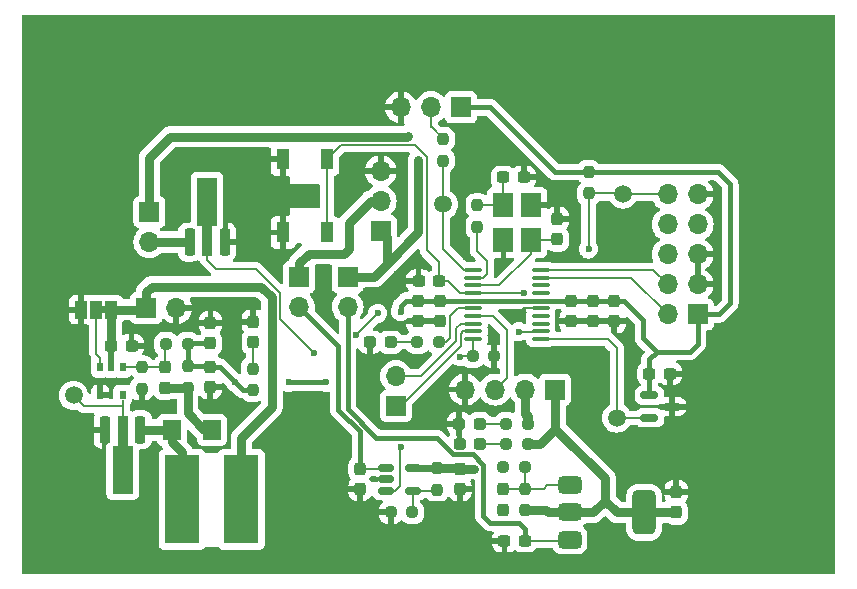
<source format=gtl>
G04 #@! TF.GenerationSoftware,KiCad,Pcbnew,7.0.11-7.0.11~ubuntu22.04.1*
G04 #@! TF.CreationDate,2024-04-10T12:23:29+02:00*
G04 #@! TF.ProjectId,pcb_rduhr_lderyck,7063625f-7264-4756-9872-5f6c64657279,rev?*
G04 #@! TF.SameCoordinates,Original*
G04 #@! TF.FileFunction,Copper,L1,Top*
G04 #@! TF.FilePolarity,Positive*
%FSLAX46Y46*%
G04 Gerber Fmt 4.6, Leading zero omitted, Abs format (unit mm)*
G04 Created by KiCad (PCBNEW 7.0.11-7.0.11~ubuntu22.04.1) date 2024-04-10 12:23:29*
%MOMM*%
%LPD*%
G01*
G04 APERTURE LIST*
G04 Aperture macros list*
%AMRoundRect*
0 Rectangle with rounded corners*
0 $1 Rounding radius*
0 $2 $3 $4 $5 $6 $7 $8 $9 X,Y pos of 4 corners*
0 Add a 4 corners polygon primitive as box body*
4,1,4,$2,$3,$4,$5,$6,$7,$8,$9,$2,$3,0*
0 Add four circle primitives for the rounded corners*
1,1,$1+$1,$2,$3*
1,1,$1+$1,$4,$5*
1,1,$1+$1,$6,$7*
1,1,$1+$1,$8,$9*
0 Add four rect primitives between the rounded corners*
20,1,$1+$1,$2,$3,$4,$5,0*
20,1,$1+$1,$4,$5,$6,$7,0*
20,1,$1+$1,$6,$7,$8,$9,0*
20,1,$1+$1,$8,$9,$2,$3,0*%
%AMFreePoly0*
4,1,9,5.362500,-0.866500,1.237500,-0.866500,1.237500,-0.450000,-1.237500,-0.450000,-1.237500,0.450000,1.237500,0.450000,1.237500,0.866500,5.362500,0.866500,5.362500,-0.866500,5.362500,-0.866500,$1*%
G04 Aperture macros list end*
G04 #@! TA.AperFunction,SMDPad,CuDef*
%ADD10RoundRect,0.237500X0.237500X-0.250000X0.237500X0.250000X-0.237500X0.250000X-0.237500X-0.250000X0*%
G04 #@! TD*
G04 #@! TA.AperFunction,SMDPad,CuDef*
%ADD11RoundRect,0.237500X-0.237500X0.300000X-0.237500X-0.300000X0.237500X-0.300000X0.237500X0.300000X0*%
G04 #@! TD*
G04 #@! TA.AperFunction,SMDPad,CuDef*
%ADD12RoundRect,0.237500X-0.250000X-0.237500X0.250000X-0.237500X0.250000X0.237500X-0.250000X0.237500X0*%
G04 #@! TD*
G04 #@! TA.AperFunction,SMDPad,CuDef*
%ADD13RoundRect,0.237500X0.250000X0.237500X-0.250000X0.237500X-0.250000X-0.237500X0.250000X-0.237500X0*%
G04 #@! TD*
G04 #@! TA.AperFunction,SMDPad,CuDef*
%ADD14R,3.000000X7.500000*%
G04 #@! TD*
G04 #@! TA.AperFunction,SMDPad,CuDef*
%ADD15RoundRect,0.237500X0.287500X0.237500X-0.287500X0.237500X-0.287500X-0.237500X0.287500X-0.237500X0*%
G04 #@! TD*
G04 #@! TA.AperFunction,SMDPad,CuDef*
%ADD16RoundRect,0.150000X-0.512500X-0.150000X0.512500X-0.150000X0.512500X0.150000X-0.512500X0.150000X0*%
G04 #@! TD*
G04 #@! TA.AperFunction,SMDPad,CuDef*
%ADD17RoundRect,0.237500X0.237500X-0.300000X0.237500X0.300000X-0.237500X0.300000X-0.237500X-0.300000X0*%
G04 #@! TD*
G04 #@! TA.AperFunction,ComponentPad*
%ADD18R,1.700000X1.700000*%
G04 #@! TD*
G04 #@! TA.AperFunction,ComponentPad*
%ADD19O,1.700000X1.700000*%
G04 #@! TD*
G04 #@! TA.AperFunction,SMDPad,CuDef*
%ADD20R,1.800000X2.100000*%
G04 #@! TD*
G04 #@! TA.AperFunction,SMDPad,CuDef*
%ADD21RoundRect,0.375000X-0.625000X-0.375000X0.625000X-0.375000X0.625000X0.375000X-0.625000X0.375000X0*%
G04 #@! TD*
G04 #@! TA.AperFunction,SMDPad,CuDef*
%ADD22RoundRect,0.500000X-0.500000X-1.400000X0.500000X-1.400000X0.500000X1.400000X-0.500000X1.400000X0*%
G04 #@! TD*
G04 #@! TA.AperFunction,SMDPad,CuDef*
%ADD23R,1.000000X1.500000*%
G04 #@! TD*
G04 #@! TA.AperFunction,SMDPad,CuDef*
%ADD24RoundRect,0.237500X-0.237500X0.250000X-0.237500X-0.250000X0.237500X-0.250000X0.237500X0.250000X0*%
G04 #@! TD*
G04 #@! TA.AperFunction,SMDPad,CuDef*
%ADD25RoundRect,0.237500X-0.300000X-0.237500X0.300000X-0.237500X0.300000X0.237500X-0.300000X0.237500X0*%
G04 #@! TD*
G04 #@! TA.AperFunction,SMDPad,CuDef*
%ADD26RoundRect,0.237500X-0.237500X0.287500X-0.237500X-0.287500X0.237500X-0.287500X0.237500X0.287500X0*%
G04 #@! TD*
G04 #@! TA.AperFunction,SMDPad,CuDef*
%ADD27R,0.550000X0.800000*%
G04 #@! TD*
G04 #@! TA.AperFunction,SMDPad,CuDef*
%ADD28C,1.500000*%
G04 #@! TD*
G04 #@! TA.AperFunction,SMDPad,CuDef*
%ADD29RoundRect,0.225000X-0.225000X0.925000X-0.225000X-0.925000X0.225000X-0.925000X0.225000X0.925000X0*%
G04 #@! TD*
G04 #@! TA.AperFunction,SMDPad,CuDef*
%ADD30FreePoly0,270.000000*%
G04 #@! TD*
G04 #@! TA.AperFunction,SMDPad,CuDef*
%ADD31RoundRect,0.225000X0.225000X-0.925000X0.225000X0.925000X-0.225000X0.925000X-0.225000X-0.925000X0*%
G04 #@! TD*
G04 #@! TA.AperFunction,SMDPad,CuDef*
%ADD32FreePoly0,90.000000*%
G04 #@! TD*
G04 #@! TA.AperFunction,SMDPad,CuDef*
%ADD33RoundRect,0.237500X-0.287500X-0.237500X0.287500X-0.237500X0.287500X0.237500X-0.287500X0.237500X0*%
G04 #@! TD*
G04 #@! TA.AperFunction,SMDPad,CuDef*
%ADD34RoundRect,0.100000X-0.637500X-0.100000X0.637500X-0.100000X0.637500X0.100000X-0.637500X0.100000X0*%
G04 #@! TD*
G04 #@! TA.AperFunction,SMDPad,CuDef*
%ADD35RoundRect,0.150000X-0.587500X-0.150000X0.587500X-0.150000X0.587500X0.150000X-0.587500X0.150000X0*%
G04 #@! TD*
G04 #@! TA.AperFunction,SMDPad,CuDef*
%ADD36R,1.100000X1.800000*%
G04 #@! TD*
G04 #@! TA.AperFunction,SMDPad,CuDef*
%ADD37RoundRect,0.237500X0.300000X0.237500X-0.300000X0.237500X-0.300000X-0.237500X0.300000X-0.237500X0*%
G04 #@! TD*
G04 #@! TA.AperFunction,SMDPad,CuDef*
%ADD38R,1.520000X1.680000*%
G04 #@! TD*
G04 #@! TA.AperFunction,ViaPad*
%ADD39C,0.600000*%
G04 #@! TD*
G04 #@! TA.AperFunction,Conductor*
%ADD40C,0.400000*%
G04 #@! TD*
G04 #@! TA.AperFunction,Conductor*
%ADD41C,0.200000*%
G04 #@! TD*
G04 #@! TA.AperFunction,Conductor*
%ADD42C,0.800000*%
G04 #@! TD*
G04 #@! TA.AperFunction,Conductor*
%ADD43C,0.600000*%
G04 #@! TD*
G04 #@! TA.AperFunction,Conductor*
%ADD44C,0.500000*%
G04 #@! TD*
G04 APERTURE END LIST*
G04 #@! TA.AperFunction,EtchedComponent*
G36*
X77107735Y-79237507D02*
G01*
X76607735Y-79237507D01*
X76607735Y-78637507D01*
X77107735Y-78637507D01*
X77107735Y-79237507D01*
G37*
G04 #@! TD.AperFunction*
D10*
X89472000Y-85750522D03*
X89472000Y-83925522D03*
D11*
X116416884Y-78179188D03*
X116416884Y-79904188D03*
D12*
X110679465Y-92232905D03*
X112504465Y-92232905D03*
D13*
X112780000Y-88600000D03*
X110955000Y-88600000D03*
D14*
X88500000Y-95000000D03*
X83500000Y-95000000D03*
D15*
X108680000Y-88600000D03*
X106930000Y-88600000D03*
D16*
X100735668Y-92360000D03*
X100735668Y-93310000D03*
X100735668Y-94260000D03*
X103010668Y-94260000D03*
X103010668Y-92360000D03*
D17*
X82035317Y-85535519D03*
X82035317Y-83810519D03*
D18*
X100300000Y-72280000D03*
D19*
X100300000Y-69740000D03*
X100300000Y-67200000D03*
D20*
X110700000Y-70100000D03*
X110700000Y-73000000D03*
X113000000Y-73000000D03*
X113000000Y-70100000D03*
D21*
X116300000Y-93800000D03*
X116300000Y-96100000D03*
D22*
X122600000Y-96100000D03*
D21*
X116300000Y-98400000D03*
D18*
X107100000Y-61800000D03*
D19*
X104560000Y-61800000D03*
X102020000Y-61800000D03*
D23*
X77507735Y-78937507D03*
X76207735Y-78937507D03*
X74907735Y-78937507D03*
D13*
X102983168Y-96100000D03*
X101158168Y-96100000D03*
D10*
X105600000Y-66312500D03*
X105600000Y-64487500D03*
D24*
X83949999Y-83737506D03*
X83949999Y-85562506D03*
D25*
X123056315Y-84352189D03*
X124781315Y-84352189D03*
D26*
X89500000Y-79950000D03*
X89500000Y-81700000D03*
D11*
X103440679Y-78161818D03*
X103440679Y-79886818D03*
X120088326Y-78176652D03*
X120088326Y-79901652D03*
D12*
X108100000Y-82900000D03*
X109925000Y-82900000D03*
D11*
X105285394Y-78165292D03*
X105285394Y-79890292D03*
D24*
X80084822Y-83798217D03*
X80084822Y-85623217D03*
D11*
X85869050Y-83761905D03*
X85869050Y-85486905D03*
X107020039Y-92397978D03*
X107020039Y-94122978D03*
D17*
X125319312Y-96102977D03*
X125319312Y-94377977D03*
D27*
X78450000Y-83800000D03*
X77500000Y-83800000D03*
X76550000Y-83800000D03*
X76550000Y-86200000D03*
X78450000Y-86200000D03*
D11*
X98548493Y-92395965D03*
X98548493Y-94120965D03*
X110635215Y-94141964D03*
X110635215Y-95866964D03*
D13*
X83951234Y-81830863D03*
X82126234Y-81830863D03*
D18*
X97500000Y-76160000D03*
D19*
X97500000Y-78700000D03*
D24*
X117900000Y-67275000D03*
X117900000Y-69100000D03*
D28*
X120822492Y-69122006D03*
X120300000Y-88100000D03*
D29*
X79959725Y-89099306D03*
D30*
X78459725Y-89186806D03*
D29*
X76959725Y-89099306D03*
D31*
X84122570Y-73210303D03*
D32*
X85622570Y-73122803D03*
D31*
X87122570Y-73210303D03*
D25*
X110680418Y-67725120D03*
X112405418Y-67725120D03*
D18*
X93400000Y-76200000D03*
D19*
X93400000Y-78740000D03*
D18*
X80725000Y-70650000D03*
D19*
X80725000Y-73190000D03*
D18*
X127140000Y-79340000D03*
D19*
X124600000Y-79340000D03*
X127140000Y-76800000D03*
X124600000Y-76800000D03*
X127140000Y-74260000D03*
X124600000Y-74260000D03*
X127140000Y-71720000D03*
X124600000Y-71720000D03*
X127140000Y-69180000D03*
X124600000Y-69180000D03*
D28*
X105600000Y-70019405D03*
D33*
X99391275Y-81683729D03*
X101141275Y-81683729D03*
D25*
X77482732Y-81979763D03*
X79207732Y-81979763D03*
D33*
X106980000Y-90300000D03*
X108730000Y-90300000D03*
D25*
X103506943Y-76507539D03*
X105231943Y-76507539D03*
D13*
X112767500Y-90300000D03*
X110942500Y-90300000D03*
D24*
X105070668Y-92354575D03*
X105070668Y-94179575D03*
D17*
X85893826Y-81792746D03*
X85893826Y-80067746D03*
X115260699Y-72979493D03*
X115260699Y-71254493D03*
D28*
X74300000Y-86200000D03*
D13*
X105225000Y-81700000D03*
X103400000Y-81700000D03*
D24*
X108469612Y-70088892D03*
X108469612Y-71913892D03*
D11*
X118257424Y-78184137D03*
X118257424Y-79909137D03*
D18*
X101600000Y-87100000D03*
D19*
X101600000Y-84560000D03*
D34*
X108137500Y-75575000D03*
X108137500Y-76225000D03*
X108137500Y-76875000D03*
X108137500Y-77525000D03*
X108137500Y-78175000D03*
X108137500Y-78825000D03*
X108137500Y-79475000D03*
X108137500Y-80125000D03*
X108137500Y-80775000D03*
X108137500Y-81425000D03*
X113862500Y-81425000D03*
X113862500Y-80775000D03*
X113862500Y-80125000D03*
X113862500Y-79475000D03*
X113862500Y-78825000D03*
X113862500Y-78175000D03*
X113862500Y-77525000D03*
X113862500Y-76875000D03*
X113862500Y-76225000D03*
X113862500Y-75575000D03*
D35*
X123059481Y-86191142D03*
X123059481Y-88091142D03*
X124934481Y-87141142D03*
D24*
X112542752Y-94091964D03*
X112542752Y-95916964D03*
D36*
X92050000Y-72400000D03*
X92050000Y-66200000D03*
X95750000Y-72400000D03*
X95750000Y-66200000D03*
D18*
X80460000Y-78800000D03*
D19*
X83000000Y-78800000D03*
D37*
X112511013Y-98512792D03*
X110786013Y-98512792D03*
D38*
X86017902Y-89128241D03*
X82617902Y-89128241D03*
D18*
X115080000Y-85700000D03*
D19*
X112540000Y-85700000D03*
X110000000Y-85700000D03*
X107460000Y-85700000D03*
D39*
X92500000Y-85100000D03*
X88000000Y-85100000D03*
X102000000Y-79100000D03*
X95700000Y-85100000D03*
X115000000Y-69600000D03*
X72100000Y-87500000D03*
X81200000Y-87100000D03*
X88200000Y-87400000D03*
X107300000Y-68600000D03*
X112400000Y-66400000D03*
X99800000Y-78100000D03*
X88100000Y-82900000D03*
X85100000Y-99800000D03*
X102100000Y-66200000D03*
X102100000Y-71700000D03*
X102900000Y-74800000D03*
X117000000Y-61600000D03*
X131700000Y-71900000D03*
X133800000Y-60800000D03*
X118300000Y-83000000D03*
X75400000Y-59400000D03*
X89100000Y-69100000D03*
X95400000Y-87600000D03*
X110700000Y-95900000D03*
X112500000Y-83300000D03*
X99700000Y-93300000D03*
X91600000Y-89800000D03*
X129800000Y-86300000D03*
X87100000Y-78400000D03*
X72200000Y-78800000D03*
X98700000Y-96100000D03*
X96500000Y-61600000D03*
X97800000Y-69300000D03*
X79600000Y-96900000D03*
X91900000Y-98700000D03*
X121300000Y-81200000D03*
X75500000Y-83000000D03*
X107500000Y-74500000D03*
X95400000Y-76500000D03*
X73900000Y-72400000D03*
X104700000Y-88200000D03*
X126500000Y-99200000D03*
X111900000Y-79400000D03*
X100900000Y-80200000D03*
X84200000Y-75600000D03*
X89500000Y-72700000D03*
X110600000Y-92300000D03*
X73700000Y-95300000D03*
X116100000Y-74400000D03*
X110800000Y-74800000D03*
X112400000Y-77500000D03*
X117900000Y-73800000D03*
X112540000Y-87060000D03*
X108300000Y-92400000D03*
X102600000Y-64200000D03*
X103500000Y-66300000D03*
X107019265Y-82919265D03*
X94700000Y-82600000D03*
X100050000Y-79250000D03*
X98200000Y-81100000D03*
X112000000Y-80800000D03*
X102000000Y-90600000D03*
D40*
X88650522Y-85750522D02*
X89472000Y-85750522D01*
X85893826Y-81792746D02*
X83989351Y-81792746D01*
X120080841Y-78184137D02*
X120088326Y-78176652D01*
X127140000Y-79340000D02*
X127140000Y-81860000D01*
X129900000Y-68300000D02*
X129900000Y-78400000D01*
X113862500Y-78175000D02*
X116412696Y-78175000D01*
X120088326Y-78176652D02*
X120876652Y-78176652D01*
X115075000Y-67275000D02*
X109600000Y-61800000D01*
X123056315Y-83143685D02*
X123056315Y-84352189D01*
X120876652Y-78176652D02*
X122500000Y-79800000D01*
X83989351Y-81792746D02*
X83951234Y-81830863D01*
X126500000Y-82500000D02*
X123700000Y-82500000D01*
X118257424Y-78184137D02*
X120080841Y-78184137D01*
X105295102Y-78175000D02*
X105285394Y-78165292D01*
X128960000Y-79340000D02*
X127140000Y-79340000D01*
X117900000Y-67275000D02*
X115100000Y-67275000D01*
X108137500Y-78175000D02*
X105295102Y-78175000D01*
X103444153Y-78165292D02*
X103440679Y-78161818D01*
X128900000Y-67300000D02*
X129900000Y-68300000D01*
X113837500Y-78200000D02*
X108162500Y-78200000D01*
X88000000Y-85100000D02*
X88650522Y-85750522D01*
X85869050Y-83761905D02*
X86661905Y-83761905D01*
X117925000Y-67300000D02*
X128900000Y-67300000D01*
X122500000Y-79800000D02*
X122500000Y-81300000D01*
X116412696Y-78175000D02*
X116416884Y-78179188D01*
X102000000Y-78600000D02*
X102438182Y-78161818D01*
X109600000Y-61800000D02*
X107100000Y-61800000D01*
X102000000Y-79100000D02*
X102000000Y-78600000D01*
X123056315Y-84352189D02*
X123056315Y-86187976D01*
X123056315Y-86187976D02*
X123059481Y-86191142D01*
X108162500Y-78200000D02*
X108137500Y-78175000D01*
X115100000Y-67275000D02*
X115075000Y-67275000D01*
X95700000Y-85100000D02*
X92500000Y-85100000D01*
X105285394Y-78165292D02*
X103444153Y-78165292D01*
X123700000Y-82500000D02*
X123056315Y-83143685D01*
X102438182Y-78161818D02*
X103440679Y-78161818D01*
X85844651Y-83737506D02*
X85869050Y-83761905D01*
X86661905Y-83761905D02*
X88650522Y-85750522D01*
X83949999Y-83737506D02*
X85844651Y-83737506D01*
X113862500Y-78175000D02*
X113837500Y-78200000D01*
X117900000Y-67275000D02*
X117925000Y-67300000D01*
X83949999Y-81832098D02*
X83951234Y-81830863D01*
X118252475Y-78179188D02*
X118257424Y-78184137D01*
X122500000Y-81300000D02*
X123700000Y-82500000D01*
X129900000Y-78400000D02*
X128960000Y-79340000D01*
X116416884Y-78179188D02*
X118252475Y-78179188D01*
X83949999Y-83737506D02*
X83949999Y-81832098D01*
X127140000Y-81860000D02*
X126500000Y-82500000D01*
D41*
X112475000Y-78825000D02*
X113862500Y-78825000D01*
X111900000Y-79400000D02*
X112475000Y-78825000D01*
X110680418Y-70080418D02*
X110700000Y-70100000D01*
X110680418Y-67725120D02*
X110680418Y-70080418D01*
X110688892Y-70088892D02*
X110700000Y-70100000D01*
X108469612Y-70088892D02*
X110688892Y-70088892D01*
X113000000Y-73000000D02*
X115240192Y-73000000D01*
X113000000Y-74200000D02*
X110325000Y-76875000D01*
X115240192Y-73000000D02*
X115260699Y-72979493D01*
X110325000Y-76875000D02*
X108137500Y-76875000D01*
X113000000Y-73000000D02*
X113000000Y-74200000D01*
X105231943Y-76507539D02*
X105231943Y-74931943D01*
X95750000Y-66200000D02*
X95750000Y-72400000D01*
X103200000Y-65000000D02*
X96950000Y-65000000D01*
X112400000Y-77500000D02*
X108162500Y-77500000D01*
X120609815Y-69100000D02*
X120622492Y-69112677D01*
X104200000Y-73900000D02*
X104200000Y-66000000D01*
X124542006Y-69122006D02*
X124600000Y-69180000D01*
X108162500Y-77500000D02*
X108137500Y-77525000D01*
X104200000Y-66000000D02*
X103200000Y-65000000D01*
X106007539Y-76507539D02*
X107025000Y-77525000D01*
X105231943Y-76507539D02*
X106007539Y-76507539D01*
X107025000Y-77525000D02*
X108137500Y-77525000D01*
X120822492Y-69122006D02*
X124542006Y-69122006D01*
X105231943Y-74931943D02*
X104200000Y-73900000D01*
X96950000Y-65000000D02*
X95750000Y-66200000D01*
X117900000Y-69100000D02*
X117900000Y-73800000D01*
X117900000Y-69100000D02*
X120609815Y-69100000D01*
D42*
X119300000Y-93200000D02*
X119300000Y-95100000D01*
X118300000Y-96100000D02*
X119300000Y-95100000D01*
X113800000Y-90300000D02*
X115100000Y-89000000D01*
X115080000Y-88980000D02*
X115080000Y-85700000D01*
X119300000Y-95100000D02*
X120300000Y-96100000D01*
X123800263Y-96100000D02*
X122600000Y-96100000D01*
X120300000Y-96100000D02*
X122600000Y-96100000D01*
X115100000Y-89000000D02*
X119300000Y-93200000D01*
X116300000Y-96100000D02*
X114500000Y-96100000D01*
X114316964Y-95916964D02*
X112542752Y-95916964D01*
X112767500Y-90300000D02*
X113800000Y-90300000D01*
X114500000Y-96100000D02*
X114316964Y-95916964D01*
X116300000Y-96100000D02*
X118300000Y-96100000D01*
X115100000Y-89000000D02*
X115080000Y-88980000D01*
X122600000Y-96100000D02*
X125316335Y-96100000D01*
D41*
X116187208Y-98512792D02*
X116300000Y-98400000D01*
D40*
X97500000Y-78700000D02*
X97500000Y-87351472D01*
X109600000Y-97000000D02*
X112000000Y-97000000D01*
X108106370Y-91175000D02*
X109000000Y-92068630D01*
X99948528Y-89800000D02*
X105046858Y-89800000D01*
X109000000Y-92068630D02*
X109000000Y-96400000D01*
X97500000Y-87351472D02*
X99948528Y-89800000D01*
D41*
X112511013Y-98512792D02*
X116187208Y-98512792D01*
D40*
X112000000Y-97000000D02*
X112511013Y-97511013D01*
X106421858Y-91175000D02*
X108106370Y-91175000D01*
X112511013Y-97511013D02*
X112511013Y-98512792D01*
X105046858Y-89800000D02*
X106421858Y-91175000D01*
X109000000Y-96400000D02*
X109600000Y-97000000D01*
D42*
X108197978Y-92397978D02*
X108200000Y-92400000D01*
X104982297Y-92354575D02*
X106861723Y-92354575D01*
X104976872Y-92360000D02*
X104982297Y-92354575D01*
X107020039Y-92397978D02*
X108197978Y-92397978D01*
X106861723Y-92354575D02*
X106896995Y-92389847D01*
X112780000Y-88600000D02*
X112780000Y-87980000D01*
X112780000Y-87980000D02*
X112540000Y-87740000D01*
X112540000Y-87060000D02*
X112540000Y-85700000D01*
D43*
X103010668Y-92360000D02*
X104976872Y-92360000D01*
D42*
X112540000Y-87740000D02*
X112540000Y-87060000D01*
D40*
X96700000Y-87400000D02*
X98548493Y-89248493D01*
X98548493Y-89248493D02*
X98548493Y-92395965D01*
X93400000Y-78740000D02*
X96700000Y-82040000D01*
X96700000Y-82040000D02*
X96700000Y-87400000D01*
D41*
X100699703Y-92395965D02*
X100735668Y-92360000D01*
X98548493Y-92395965D02*
X100699703Y-92395965D01*
D42*
X86017902Y-89128241D02*
X85356482Y-89128241D01*
X82062304Y-85562506D02*
X82035317Y-85535519D01*
X83949999Y-87721758D02*
X83949999Y-85562506D01*
X85356482Y-89128241D02*
X83949999Y-87721758D01*
X83949999Y-85562506D02*
X82062304Y-85562506D01*
D41*
X82035317Y-83810519D02*
X80097124Y-83810519D01*
X80097124Y-83810519D02*
X80084822Y-83798217D01*
X80084822Y-83798217D02*
X78451783Y-83798217D01*
X82035317Y-83810519D02*
X82035317Y-81921780D01*
X82035317Y-81921780D02*
X82126234Y-81830863D01*
D44*
X77500000Y-83800000D02*
X77500000Y-81997031D01*
D42*
X90200000Y-77000000D02*
X91100000Y-77900000D01*
D41*
X80322493Y-78937507D02*
X80460000Y-78800000D01*
D42*
X91100000Y-87200000D02*
X88500000Y-89800000D01*
X80900000Y-77000000D02*
X90200000Y-77000000D01*
X91100000Y-77900000D02*
X91100000Y-87200000D01*
X88500000Y-89800000D02*
X88500000Y-95000000D01*
X80460000Y-77440000D02*
X80900000Y-77000000D01*
X80460000Y-78800000D02*
X80460000Y-77440000D01*
X77482732Y-81979763D02*
X77482732Y-78962510D01*
X77507735Y-78937507D02*
X80322493Y-78937507D01*
D41*
X112492752Y-94141964D02*
X112542752Y-94091964D01*
X112504465Y-94053677D02*
X112542752Y-94091964D01*
X114108036Y-94091964D02*
X114400000Y-93800000D01*
X110635215Y-94141964D02*
X112492752Y-94141964D01*
X112542752Y-94091964D02*
X114108036Y-94091964D01*
X112504465Y-92232905D02*
X112504465Y-94053677D01*
X114400000Y-93800000D02*
X116300000Y-93800000D01*
X103400000Y-81700000D02*
X101157546Y-81700000D01*
X101157546Y-81700000D02*
X101141275Y-81683729D01*
X110942500Y-90300000D02*
X108730000Y-90300000D01*
X110955000Y-88600000D02*
X108742500Y-88600000D01*
D42*
X82617902Y-90117902D02*
X82617902Y-89128241D01*
X83500000Y-95000000D02*
X83500000Y-91000000D01*
D41*
X79988660Y-89128241D02*
X79959725Y-89099306D01*
D42*
X82617902Y-89128241D02*
X79988660Y-89128241D01*
X83500000Y-91000000D02*
X82617902Y-90117902D01*
D41*
X89472000Y-81728000D02*
X89500000Y-81700000D01*
X89472000Y-83925522D02*
X89472000Y-81728000D01*
X124600000Y-79340000D02*
X121485000Y-76225000D01*
X121485000Y-76225000D02*
X113862500Y-76225000D01*
X124600000Y-76800000D02*
X123375000Y-75575000D01*
X123375000Y-75575000D02*
X113862500Y-75575000D01*
D42*
X103500000Y-72400000D02*
X100800000Y-75100000D01*
X82500000Y-64300000D02*
X80725000Y-66075000D01*
X102500000Y-64300000D02*
X82500000Y-64300000D01*
X103500000Y-66300000D02*
X103500000Y-72400000D01*
X100800000Y-75100000D02*
X100800000Y-72780000D01*
X80725000Y-66075000D02*
X80725000Y-70650000D01*
X99740000Y-76160000D02*
X100800000Y-75100000D01*
X97500000Y-76160000D02*
X99740000Y-76160000D01*
X100800000Y-72780000D02*
X100300000Y-72280000D01*
X102600000Y-64200000D02*
X102500000Y-64300000D01*
X84122570Y-73210303D02*
X80745303Y-73210303D01*
X94200000Y-74200000D02*
X93400000Y-75000000D01*
X97600000Y-71600000D02*
X97600000Y-73800000D01*
X99460000Y-69740000D02*
X97600000Y-71600000D01*
X97200000Y-74200000D02*
X94200000Y-74200000D01*
X97600000Y-73800000D02*
X97200000Y-74200000D01*
X100300000Y-69740000D02*
X99460000Y-69740000D01*
X93400000Y-75000000D02*
X93400000Y-76200000D01*
D41*
X107100000Y-81990000D02*
X107100000Y-80987500D01*
X101600000Y-87100000D02*
X101990000Y-87100000D01*
X101990000Y-87100000D02*
X107100000Y-81990000D01*
X107100000Y-80987500D02*
X107312500Y-80775000D01*
X107312500Y-80775000D02*
X108137500Y-80775000D01*
X103729611Y-84560000D02*
X101600000Y-84560000D01*
X107075000Y-80125000D02*
X106700000Y-80500000D01*
X106700000Y-80500000D02*
X106700000Y-81589611D01*
X108137500Y-80125000D02*
X107075000Y-80125000D01*
X106700000Y-81589611D02*
X103729611Y-84560000D01*
X111000000Y-84700000D02*
X111000000Y-80700000D01*
X111000000Y-80700000D02*
X109775000Y-79475000D01*
X110000000Y-85700000D02*
X111000000Y-84700000D01*
X109775000Y-79475000D02*
X108137500Y-79475000D01*
X76207735Y-82707735D02*
X76550000Y-83050000D01*
X76207735Y-78937507D02*
X76207735Y-82707735D01*
X76550000Y-83050000D02*
X76550000Y-83800000D01*
X108100000Y-82900000D02*
X107038530Y-82900000D01*
X91800000Y-77551471D02*
X89748529Y-75500000D01*
X108137500Y-82862500D02*
X108100000Y-82900000D01*
X108137500Y-81425000D02*
X108137500Y-82862500D01*
X89748529Y-75500000D02*
X86400000Y-75500000D01*
X91800000Y-79700000D02*
X91800000Y-77551471D01*
X94700000Y-82600000D02*
X91800000Y-79700000D01*
X107038530Y-82900000D02*
X107019265Y-82919265D01*
X86400000Y-75500000D02*
X85622570Y-74722570D01*
X85622570Y-74722570D02*
X85622570Y-73122803D01*
X100050000Y-79250000D02*
X98200000Y-81100000D01*
X74300000Y-86200000D02*
X75199306Y-87099306D01*
X78459725Y-89186806D02*
X78459725Y-86599306D01*
X75199306Y-87099306D02*
X78459725Y-87099306D01*
X108469612Y-73969612D02*
X109300000Y-74800000D01*
X108469612Y-71913892D02*
X108469612Y-73969612D01*
X109300000Y-75900000D02*
X108975000Y-76225000D01*
X108975000Y-76225000D02*
X108137500Y-76225000D01*
X109300000Y-74800000D02*
X109300000Y-75900000D01*
X105600000Y-70019405D02*
X105600000Y-66312500D01*
X108137500Y-75575000D02*
X107400001Y-75575000D01*
X107400001Y-75575000D02*
X105600000Y-73774999D01*
X105600000Y-73774999D02*
X105600000Y-70019405D01*
X104560000Y-63460000D02*
X104560000Y-61800000D01*
X105600000Y-64487500D02*
X104612500Y-63500000D01*
X104612500Y-63500000D02*
X104600000Y-63500000D01*
X104600000Y-63500000D02*
X104560000Y-63460000D01*
X106200000Y-79500000D02*
X106200000Y-81300000D01*
X106200000Y-81300000D02*
X105800000Y-81700000D01*
X106875000Y-78825000D02*
X106200000Y-79500000D01*
X108137500Y-78825000D02*
X106875000Y-78825000D01*
X105800000Y-81700000D02*
X105225000Y-81700000D01*
X104961553Y-94260000D02*
X104969103Y-94252450D01*
X103010668Y-94260000D02*
X103010668Y-96072500D01*
X103010668Y-96072500D02*
X102983168Y-96100000D01*
X103010668Y-94260000D02*
X104961553Y-94260000D01*
X120300000Y-88100000D02*
X120300000Y-82200000D01*
X120300000Y-88100000D02*
X123050623Y-88100000D01*
X123050623Y-88100000D02*
X123059481Y-88091142D01*
X120300000Y-82200000D02*
X119525000Y-81425000D01*
X119525000Y-81425000D02*
X113862500Y-81425000D01*
X102000000Y-90600000D02*
X101900000Y-90700000D01*
X101540000Y-94260000D02*
X100735668Y-94260000D01*
X101900000Y-93900000D02*
X101540000Y-94260000D01*
X101900000Y-90700000D02*
X101900000Y-93900000D01*
X112000000Y-80800000D02*
X113837500Y-80800000D01*
X113837500Y-80800000D02*
X113862500Y-80775000D01*
G04 #@! TA.AperFunction,Conductor*
G36*
X99556143Y-93060000D02*
G01*
X99841353Y-93060000D01*
X99904474Y-93077268D01*
X99962770Y-93111744D01*
X99993875Y-93120781D01*
X100120594Y-93157597D01*
X100120597Y-93157597D01*
X100120599Y-93157598D01*
X100157474Y-93160500D01*
X100861668Y-93160500D01*
X100928707Y-93180185D01*
X100974462Y-93232989D01*
X100985668Y-93284500D01*
X100985668Y-93335500D01*
X100965983Y-93402539D01*
X100913179Y-93448294D01*
X100861668Y-93459500D01*
X100157466Y-93459500D01*
X100120600Y-93462401D01*
X100120594Y-93462402D01*
X99962774Y-93508254D01*
X99962771Y-93508255D01*
X99904474Y-93542732D01*
X99841353Y-93560000D01*
X99560743Y-93560000D01*
X99493704Y-93540315D01*
X99455205Y-93501097D01*
X99368440Y-93360430D01*
X99368437Y-93360426D01*
X99354510Y-93346499D01*
X99321025Y-93285176D01*
X99326009Y-93215484D01*
X99354510Y-93171137D01*
X99368833Y-93156815D01*
X99401774Y-93103409D01*
X99453720Y-93056685D01*
X99522683Y-93045462D01*
X99556143Y-93060000D01*
G37*
G04 #@! TD.AperFunction*
G04 #@! TA.AperFunction,Conductor*
G36*
X87049252Y-85140355D02*
G01*
X87055730Y-85146387D01*
X87208630Y-85299287D01*
X87237990Y-85346013D01*
X87274209Y-85449519D01*
X87274211Y-85449522D01*
X87370184Y-85602262D01*
X87497738Y-85729816D01*
X87539265Y-85755909D01*
X87650474Y-85825787D01*
X87650478Y-85825789D01*
X87753984Y-85862007D01*
X87800710Y-85891367D01*
X88137580Y-86228237D01*
X88142700Y-86233675D01*
X88182593Y-86278705D01*
X88232099Y-86312877D01*
X88238119Y-86317307D01*
X88273036Y-86344663D01*
X88285465Y-86354400D01*
X88292367Y-86357506D01*
X88294704Y-86358558D01*
X88314255Y-86369585D01*
X88319557Y-86373245D01*
X88322593Y-86375341D01*
X88378819Y-86396664D01*
X88385734Y-86399528D01*
X88440590Y-86424217D01*
X88450564Y-86426044D01*
X88472178Y-86432070D01*
X88475299Y-86433253D01*
X88481650Y-86435662D01*
X88538763Y-86442596D01*
X88541336Y-86442909D01*
X88548741Y-86444036D01*
X88615294Y-86456232D01*
X88614678Y-86459590D01*
X88665946Y-86477838D01*
X88680819Y-86490531D01*
X88773650Y-86583362D01*
X88920484Y-86673930D01*
X89084247Y-86728196D01*
X89185323Y-86738522D01*
X89758676Y-86738521D01*
X89758684Y-86738520D01*
X89758687Y-86738520D01*
X89832861Y-86730943D01*
X89859753Y-86728196D01*
X90019007Y-86675423D01*
X90088831Y-86673022D01*
X90148874Y-86708753D01*
X90180067Y-86771273D01*
X90172507Y-86840733D01*
X90145689Y-86880811D01*
X87920263Y-89106236D01*
X87905474Y-89118869D01*
X87894126Y-89127114D01*
X87848751Y-89177508D01*
X87844288Y-89182211D01*
X87829891Y-89196609D01*
X87829875Y-89196627D01*
X87817058Y-89212452D01*
X87812852Y-89217376D01*
X87767469Y-89267781D01*
X87767466Y-89267785D01*
X87760458Y-89279923D01*
X87749444Y-89295948D01*
X87740626Y-89306837D01*
X87740616Y-89306853D01*
X87709819Y-89367294D01*
X87706722Y-89372997D01*
X87672821Y-89431713D01*
X87668487Y-89445053D01*
X87661045Y-89463020D01*
X87654680Y-89475512D01*
X87637126Y-89541018D01*
X87635284Y-89547234D01*
X87614326Y-89611742D01*
X87614325Y-89611745D01*
X87612860Y-89625686D01*
X87609315Y-89644812D01*
X87605686Y-89658352D01*
X87602136Y-89726091D01*
X87601628Y-89732552D01*
X87599955Y-89748484D01*
X87599500Y-89752811D01*
X87599500Y-89773174D01*
X87599330Y-89779663D01*
X87595781Y-89847387D01*
X87597973Y-89861225D01*
X87599500Y-89880626D01*
X87599500Y-90625500D01*
X87579815Y-90692539D01*
X87527011Y-90738294D01*
X87475500Y-90749500D01*
X86952129Y-90749500D01*
X86952123Y-90749501D01*
X86892516Y-90755908D01*
X86757671Y-90806202D01*
X86757664Y-90806206D01*
X86642455Y-90892452D01*
X86642452Y-90892455D01*
X86556206Y-91007664D01*
X86556203Y-91007670D01*
X86551853Y-91019334D01*
X86509981Y-91075267D01*
X86444517Y-91099684D01*
X86435671Y-91100000D01*
X85564329Y-91100000D01*
X85497290Y-91080315D01*
X85451535Y-91027511D01*
X85448147Y-91019334D01*
X85446335Y-91014476D01*
X85443796Y-91007669D01*
X85443794Y-91007666D01*
X85443793Y-91007664D01*
X85357547Y-90892455D01*
X85357544Y-90892452D01*
X85242335Y-90806206D01*
X85242328Y-90806202D01*
X85107482Y-90755908D01*
X85107483Y-90755908D01*
X85047883Y-90749501D01*
X85047881Y-90749500D01*
X85047873Y-90749500D01*
X85047865Y-90749500D01*
X84458944Y-90749500D01*
X84391905Y-90729815D01*
X84349382Y-90680741D01*
X84348273Y-90681307D01*
X84345133Y-90675145D01*
X84338956Y-90663022D01*
X84331511Y-90645050D01*
X84327179Y-90631716D01*
X84319157Y-90617822D01*
X84293265Y-90572975D01*
X84290178Y-90567292D01*
X84259383Y-90506851D01*
X84259382Y-90506849D01*
X84250560Y-90495955D01*
X84239538Y-90479918D01*
X84238173Y-90477553D01*
X84232533Y-90467784D01*
X84232531Y-90467782D01*
X84232531Y-90467781D01*
X84187146Y-90417376D01*
X84182931Y-90412441D01*
X84182601Y-90412034D01*
X84170119Y-90396620D01*
X84155706Y-90382207D01*
X84151254Y-90377515D01*
X84105872Y-90327113D01*
X84105871Y-90327112D01*
X84094525Y-90318869D01*
X84079734Y-90306235D01*
X83911732Y-90138233D01*
X83878247Y-90076910D01*
X83876124Y-90037299D01*
X83878402Y-90016114D01*
X83878401Y-89223020D01*
X83898085Y-89155982D01*
X83950889Y-89110227D01*
X84020048Y-89100283D01*
X84083604Y-89129308D01*
X84090082Y-89135340D01*
X84662717Y-89707975D01*
X84675351Y-89722766D01*
X84681187Y-89730799D01*
X84683595Y-89734113D01*
X84716374Y-89763627D01*
X84753023Y-89823113D01*
X84757402Y-89855776D01*
X84757402Y-90016110D01*
X84757403Y-90016117D01*
X84763810Y-90075724D01*
X84814104Y-90210569D01*
X84814108Y-90210576D01*
X84900354Y-90325785D01*
X84900357Y-90325788D01*
X85015566Y-90412034D01*
X85015573Y-90412038D01*
X85150419Y-90462332D01*
X85150418Y-90462332D01*
X85157346Y-90463076D01*
X85210029Y-90468741D01*
X86825774Y-90468740D01*
X86885385Y-90462332D01*
X87020233Y-90412037D01*
X87135448Y-90325787D01*
X87221698Y-90210572D01*
X87271993Y-90075724D01*
X87278402Y-90016114D01*
X87278401Y-88240369D01*
X87271993Y-88180758D01*
X87251563Y-88125983D01*
X87221699Y-88045912D01*
X87221695Y-88045905D01*
X87135449Y-87930696D01*
X87135446Y-87930693D01*
X87020237Y-87844447D01*
X87020230Y-87844443D01*
X86885384Y-87794149D01*
X86885385Y-87794149D01*
X86825785Y-87787742D01*
X86825783Y-87787741D01*
X86825775Y-87787741D01*
X86825767Y-87787741D01*
X85340843Y-87787741D01*
X85273804Y-87768056D01*
X85253162Y-87751422D01*
X84886818Y-87385078D01*
X84853333Y-87323755D01*
X84850499Y-87297397D01*
X84850499Y-86348199D01*
X84870184Y-86281160D01*
X84922988Y-86235405D01*
X84992146Y-86225461D01*
X85055702Y-86254486D01*
X85062180Y-86260518D01*
X85171011Y-86369349D01*
X85171015Y-86369352D01*
X85317738Y-86459853D01*
X85317749Y-86459858D01*
X85481397Y-86514085D01*
X85582402Y-86524404D01*
X85619050Y-86524404D01*
X85619050Y-85736905D01*
X86119050Y-85736905D01*
X86119050Y-86524404D01*
X86155690Y-86524404D01*
X86155704Y-86524403D01*
X86256702Y-86514085D01*
X86420350Y-86459858D01*
X86420361Y-86459853D01*
X86567084Y-86369352D01*
X86567088Y-86369349D01*
X86688994Y-86247443D01*
X86688997Y-86247439D01*
X86779498Y-86100716D01*
X86779503Y-86100705D01*
X86833730Y-85937057D01*
X86844049Y-85836059D01*
X86844050Y-85836046D01*
X86844050Y-85736905D01*
X86119050Y-85736905D01*
X85619050Y-85736905D01*
X85619050Y-85360905D01*
X85638735Y-85293866D01*
X85691539Y-85248111D01*
X85743050Y-85236905D01*
X86844049Y-85236905D01*
X86844049Y-85234068D01*
X86863734Y-85167029D01*
X86916538Y-85121274D01*
X86985696Y-85111330D01*
X87049252Y-85140355D01*
G37*
G04 #@! TD.AperFunction*
G04 #@! TA.AperFunction,Conductor*
G36*
X109580700Y-80130381D02*
G01*
X109587180Y-80136415D01*
X110363181Y-80912416D01*
X110396666Y-80973739D01*
X110399500Y-81000097D01*
X110399500Y-81805600D01*
X110379815Y-81872639D01*
X110327011Y-81918394D01*
X110262899Y-81928958D01*
X110224159Y-81925000D01*
X110175000Y-81925000D01*
X110175000Y-83874999D01*
X110224140Y-83874999D01*
X110224152Y-83874998D01*
X110262897Y-83871040D01*
X110331590Y-83883809D01*
X110382475Y-83931689D01*
X110399500Y-83994398D01*
X110399500Y-84247305D01*
X110379815Y-84314344D01*
X110327011Y-84360099D01*
X110257853Y-84370043D01*
X110243412Y-84367081D01*
X110235410Y-84364937D01*
X110000001Y-84344341D01*
X109999999Y-84344341D01*
X109764596Y-84364936D01*
X109764586Y-84364938D01*
X109536344Y-84426094D01*
X109536335Y-84426098D01*
X109322171Y-84525964D01*
X109322169Y-84525965D01*
X109128597Y-84661505D01*
X108961508Y-84828594D01*
X108831269Y-85014595D01*
X108776692Y-85058219D01*
X108707193Y-85065412D01*
X108644839Y-85033890D01*
X108628119Y-85014594D01*
X108498113Y-84828926D01*
X108498108Y-84828920D01*
X108331082Y-84661894D01*
X108137578Y-84526399D01*
X107923492Y-84426570D01*
X107923486Y-84426567D01*
X107710000Y-84369364D01*
X107710000Y-85264498D01*
X107602315Y-85215320D01*
X107495763Y-85200000D01*
X107424237Y-85200000D01*
X107317685Y-85215320D01*
X107210000Y-85264498D01*
X107210000Y-84369364D01*
X107209999Y-84369364D01*
X106996513Y-84426567D01*
X106996507Y-84426570D01*
X106782422Y-84526399D01*
X106782420Y-84526400D01*
X106588926Y-84661886D01*
X106588920Y-84661891D01*
X106421891Y-84828920D01*
X106421886Y-84828926D01*
X106286400Y-85022420D01*
X106286399Y-85022422D01*
X106186570Y-85236507D01*
X106186567Y-85236513D01*
X106129364Y-85449999D01*
X106129364Y-85450000D01*
X107026314Y-85450000D01*
X107000507Y-85490156D01*
X106960000Y-85628111D01*
X106960000Y-85771889D01*
X107000507Y-85909844D01*
X107026314Y-85950000D01*
X106129364Y-85950000D01*
X106186567Y-86163486D01*
X106186570Y-86163492D01*
X106286399Y-86377578D01*
X106421894Y-86571082D01*
X106588917Y-86738105D01*
X106782421Y-86873600D01*
X106996507Y-86973429D01*
X106996516Y-86973433D01*
X107210000Y-87030634D01*
X107210000Y-86135501D01*
X107317685Y-86184680D01*
X107424237Y-86200000D01*
X107495763Y-86200000D01*
X107602315Y-86184680D01*
X107710000Y-86135501D01*
X107710000Y-87030633D01*
X107923483Y-86973433D01*
X107923492Y-86973429D01*
X108137578Y-86873600D01*
X108331082Y-86738105D01*
X108498105Y-86571082D01*
X108628119Y-86385405D01*
X108682696Y-86341781D01*
X108752195Y-86334588D01*
X108814549Y-86366110D01*
X108831269Y-86385405D01*
X108961505Y-86571401D01*
X109128599Y-86738495D01*
X109225384Y-86806265D01*
X109322165Y-86874032D01*
X109322167Y-86874033D01*
X109322170Y-86874035D01*
X109536337Y-86973903D01*
X109536343Y-86973904D01*
X109536344Y-86973905D01*
X109591285Y-86988626D01*
X109764592Y-87035063D01*
X109937788Y-87050216D01*
X109999999Y-87055659D01*
X110000000Y-87055659D01*
X110000001Y-87055659D01*
X110043902Y-87051818D01*
X110235408Y-87035063D01*
X110463663Y-86973903D01*
X110677830Y-86874035D01*
X110871401Y-86738495D01*
X111038495Y-86571401D01*
X111168425Y-86385842D01*
X111223002Y-86342217D01*
X111292500Y-86335023D01*
X111354855Y-86366546D01*
X111371575Y-86385842D01*
X111501501Y-86571396D01*
X111501506Y-86571402D01*
X111603181Y-86673077D01*
X111636666Y-86734400D01*
X111639500Y-86760758D01*
X111639500Y-87557296D01*
X111619815Y-87624335D01*
X111567011Y-87670090D01*
X111497853Y-87680034D01*
X111476496Y-87675002D01*
X111417679Y-87655512D01*
X111355253Y-87634826D01*
X111355251Y-87634825D01*
X111254178Y-87624500D01*
X110655830Y-87624500D01*
X110655812Y-87624501D01*
X110554747Y-87634825D01*
X110390984Y-87689092D01*
X110390981Y-87689093D01*
X110244148Y-87779661D01*
X110122159Y-87901650D01*
X110098138Y-87940596D01*
X110046190Y-87987321D01*
X109992599Y-87999500D01*
X109679901Y-87999500D01*
X109612862Y-87979815D01*
X109574362Y-87940596D01*
X109550340Y-87901650D01*
X109428351Y-87779661D01*
X109428350Y-87779660D01*
X109305736Y-87704031D01*
X109281518Y-87689093D01*
X109281513Y-87689091D01*
X109267206Y-87684350D01*
X109117753Y-87634826D01*
X109117751Y-87634825D01*
X109016678Y-87624500D01*
X108343330Y-87624500D01*
X108343312Y-87624501D01*
X108242247Y-87634825D01*
X108078484Y-87689092D01*
X108078481Y-87689093D01*
X107931648Y-87779661D01*
X107892326Y-87818983D01*
X107831003Y-87852468D01*
X107761311Y-87847482D01*
X107716965Y-87818982D01*
X107678038Y-87780055D01*
X107678034Y-87780052D01*
X107531311Y-87689551D01*
X107531300Y-87689546D01*
X107367652Y-87635319D01*
X107266654Y-87625000D01*
X107180000Y-87625000D01*
X107180000Y-89282000D01*
X107193681Y-89295681D01*
X107227166Y-89357004D01*
X107230000Y-89383362D01*
X107230000Y-90350500D01*
X107210315Y-90417539D01*
X107157511Y-90463294D01*
X107106000Y-90474500D01*
X106854000Y-90474500D01*
X106786961Y-90454815D01*
X106741206Y-90402011D01*
X106730000Y-90350500D01*
X106730000Y-89618000D01*
X106716319Y-89604319D01*
X106682834Y-89542996D01*
X106680000Y-89516638D01*
X106680000Y-88850000D01*
X105905001Y-88850000D01*
X105905001Y-88886654D01*
X105915319Y-88987652D01*
X105969546Y-89151300D01*
X105969551Y-89151311D01*
X106060052Y-89298034D01*
X106060055Y-89298038D01*
X106149335Y-89387318D01*
X106182820Y-89448641D01*
X106177836Y-89518333D01*
X106149337Y-89562678D01*
X106110056Y-89601960D01*
X106110053Y-89601964D01*
X106089155Y-89635843D01*
X106037206Y-89682565D01*
X105968243Y-89693785D01*
X105904162Y-89665939D01*
X105895938Y-89658423D01*
X105559798Y-89322283D01*
X105554663Y-89316828D01*
X105514787Y-89271816D01*
X105514782Y-89271812D01*
X105465296Y-89237655D01*
X105459261Y-89233215D01*
X105411918Y-89196124D01*
X105411913Y-89196120D01*
X105402671Y-89191961D01*
X105383124Y-89180936D01*
X105381515Y-89179826D01*
X105374788Y-89175182D01*
X105318552Y-89153854D01*
X105311648Y-89150994D01*
X105256790Y-89126305D01*
X105256788Y-89126304D01*
X105246804Y-89124474D01*
X105225201Y-89118451D01*
X105215732Y-89114860D01*
X105215729Y-89114859D01*
X105156029Y-89107610D01*
X105148628Y-89106483D01*
X105089467Y-89095642D01*
X105089461Y-89095642D01*
X105029425Y-89099274D01*
X105021937Y-89099500D01*
X100290046Y-89099500D01*
X100223007Y-89079815D01*
X100202365Y-89063181D01*
X98236819Y-87097634D01*
X98203334Y-87036311D01*
X98200500Y-87009953D01*
X98200500Y-82298858D01*
X98220185Y-82231819D01*
X98272989Y-82186064D01*
X98342147Y-82176120D01*
X98405703Y-82205145D01*
X98430038Y-82233761D01*
X98521327Y-82381763D01*
X98521330Y-82381767D01*
X98643236Y-82503673D01*
X98643240Y-82503676D01*
X98789963Y-82594177D01*
X98789974Y-82594182D01*
X98953622Y-82648409D01*
X99054626Y-82658728D01*
X99141275Y-82658727D01*
X99141275Y-81557729D01*
X99160960Y-81490690D01*
X99213764Y-81444935D01*
X99265275Y-81433729D01*
X99517275Y-81433729D01*
X99584314Y-81453414D01*
X99630069Y-81506218D01*
X99641275Y-81557729D01*
X99641275Y-82658728D01*
X99727915Y-82658728D01*
X99727929Y-82658727D01*
X99828927Y-82648409D01*
X99992575Y-82594182D01*
X99992586Y-82594177D01*
X100139309Y-82503676D01*
X100139312Y-82503674D01*
X100178239Y-82464747D01*
X100239562Y-82431261D01*
X100309253Y-82436245D01*
X100353602Y-82464746D01*
X100392925Y-82504069D01*
X100539759Y-82594637D01*
X100703522Y-82648903D01*
X100804598Y-82659229D01*
X101477951Y-82659228D01*
X101477959Y-82659227D01*
X101477962Y-82659227D01*
X101556512Y-82651203D01*
X101579028Y-82648903D01*
X101742791Y-82594637D01*
X101889625Y-82504069D01*
X102011615Y-82382079D01*
X102025601Y-82359404D01*
X102077549Y-82312679D01*
X102131140Y-82300500D01*
X102437599Y-82300500D01*
X102504638Y-82320185D01*
X102543138Y-82359404D01*
X102556931Y-82381767D01*
X102567160Y-82398350D01*
X102689150Y-82520340D01*
X102835984Y-82610908D01*
X102999747Y-82665174D01*
X103100823Y-82675500D01*
X103699176Y-82675499D01*
X103699184Y-82675498D01*
X103699187Y-82675498D01*
X103754530Y-82669844D01*
X103800253Y-82665174D01*
X103964016Y-82610908D01*
X104110850Y-82520340D01*
X104224819Y-82406371D01*
X104286142Y-82372886D01*
X104355834Y-82377870D01*
X104400181Y-82406371D01*
X104514150Y-82520340D01*
X104631716Y-82592855D01*
X104678440Y-82644802D01*
X104689663Y-82713764D01*
X104661820Y-82777846D01*
X104654300Y-82786074D01*
X103517195Y-83923181D01*
X103455872Y-83956666D01*
X103429514Y-83959500D01*
X102889091Y-83959500D01*
X102822052Y-83939815D01*
X102776711Y-83887909D01*
X102774037Y-83882175D01*
X102774034Y-83882170D01*
X102774033Y-83882169D01*
X102638495Y-83688599D01*
X102638494Y-83688597D01*
X102471402Y-83521506D01*
X102471395Y-83521501D01*
X102277834Y-83385967D01*
X102277830Y-83385965D01*
X102225382Y-83361508D01*
X102063663Y-83286097D01*
X102063659Y-83286096D01*
X102063655Y-83286094D01*
X101835413Y-83224938D01*
X101835403Y-83224936D01*
X101600001Y-83204341D01*
X101599999Y-83204341D01*
X101364596Y-83224936D01*
X101364586Y-83224938D01*
X101136344Y-83286094D01*
X101136335Y-83286098D01*
X100922171Y-83385964D01*
X100922169Y-83385965D01*
X100728597Y-83521505D01*
X100561505Y-83688597D01*
X100425965Y-83882169D01*
X100425964Y-83882171D01*
X100326098Y-84096335D01*
X100326094Y-84096344D01*
X100264938Y-84324586D01*
X100264936Y-84324596D01*
X100244341Y-84559999D01*
X100244341Y-84560000D01*
X100264936Y-84795403D01*
X100264938Y-84795413D01*
X100326094Y-85023655D01*
X100326096Y-85023659D01*
X100326097Y-85023663D01*
X100420154Y-85225369D01*
X100425965Y-85237830D01*
X100425967Y-85237834D01*
X100561501Y-85431395D01*
X100561506Y-85431402D01*
X100683430Y-85553326D01*
X100716915Y-85614649D01*
X100711931Y-85684341D01*
X100670059Y-85740274D01*
X100639083Y-85757189D01*
X100507669Y-85806203D01*
X100507664Y-85806206D01*
X100392455Y-85892452D01*
X100392452Y-85892455D01*
X100306206Y-86007664D01*
X100306202Y-86007671D01*
X100255908Y-86142517D01*
X100249501Y-86202116D01*
X100249500Y-86202135D01*
X100249500Y-87997870D01*
X100249501Y-87997876D01*
X100255908Y-88057483D01*
X100306202Y-88192328D01*
X100306206Y-88192335D01*
X100392452Y-88307544D01*
X100392455Y-88307547D01*
X100507664Y-88393793D01*
X100507671Y-88393797D01*
X100642517Y-88444091D01*
X100642516Y-88444091D01*
X100649444Y-88444835D01*
X100702127Y-88450500D01*
X102497872Y-88450499D01*
X102557483Y-88444091D01*
X102692331Y-88393796D01*
X102750835Y-88350000D01*
X105905000Y-88350000D01*
X106680000Y-88350000D01*
X106680000Y-87625000D01*
X106679999Y-87624999D01*
X106593360Y-87625000D01*
X106593343Y-87625001D01*
X106492347Y-87635319D01*
X106328699Y-87689546D01*
X106328688Y-87689551D01*
X106181965Y-87780052D01*
X106181961Y-87780055D01*
X106060055Y-87901961D01*
X106060052Y-87901965D01*
X105969551Y-88048688D01*
X105969546Y-88048699D01*
X105915319Y-88212347D01*
X105905000Y-88313345D01*
X105905000Y-88350000D01*
X102750835Y-88350000D01*
X102807546Y-88307546D01*
X102893796Y-88192331D01*
X102944091Y-88057483D01*
X102950500Y-87997873D01*
X102950499Y-87040095D01*
X102970183Y-86973057D01*
X102986813Y-86952420D01*
X106369180Y-83570053D01*
X106430501Y-83536570D01*
X106500193Y-83541554D01*
X106522827Y-83552740D01*
X106582607Y-83590303D01*
X106669740Y-83645053D01*
X106840010Y-83704633D01*
X106840015Y-83704634D01*
X107019261Y-83724830D01*
X107019265Y-83724830D01*
X107019269Y-83724830D01*
X107198516Y-83704634D01*
X107198518Y-83704633D01*
X107198520Y-83704633D01*
X107254558Y-83685023D01*
X107324336Y-83681461D01*
X107383194Y-83714384D01*
X107389150Y-83720340D01*
X107535984Y-83810908D01*
X107699747Y-83865174D01*
X107800823Y-83875500D01*
X108399176Y-83875499D01*
X108399184Y-83875498D01*
X108399187Y-83875498D01*
X108454530Y-83869844D01*
X108500253Y-83865174D01*
X108664016Y-83810908D01*
X108810850Y-83720340D01*
X108925175Y-83606014D01*
X108986494Y-83572532D01*
X109056186Y-83577516D01*
X109100534Y-83606017D01*
X109214461Y-83719944D01*
X109214465Y-83719947D01*
X109361188Y-83810448D01*
X109361199Y-83810453D01*
X109524847Y-83864680D01*
X109625851Y-83874999D01*
X109674999Y-83874998D01*
X109675000Y-83874998D01*
X109675000Y-81925000D01*
X109674999Y-81924999D01*
X109625861Y-81925000D01*
X109625843Y-81925001D01*
X109524846Y-81935319D01*
X109469378Y-81953699D01*
X109399549Y-81956100D01*
X109339508Y-81920368D01*
X109308316Y-81857847D01*
X109315813Y-81788543D01*
X109360044Y-81681762D01*
X109375500Y-81564361D01*
X109375499Y-81285640D01*
X109375094Y-81282566D01*
X109372277Y-81261170D01*
X109360044Y-81168238D01*
X109351434Y-81147454D01*
X109343965Y-81077986D01*
X109351435Y-81052545D01*
X109354079Y-81046162D01*
X109360044Y-81031762D01*
X109375500Y-80914361D01*
X109375499Y-80635640D01*
X109375256Y-80633797D01*
X109364912Y-80555220D01*
X109360044Y-80518238D01*
X109359943Y-80517995D01*
X109351435Y-80497455D01*
X109343965Y-80427986D01*
X109351435Y-80402545D01*
X109360044Y-80381762D01*
X109375500Y-80264361D01*
X109375499Y-80224096D01*
X109395182Y-80157059D01*
X109447985Y-80111303D01*
X109517143Y-80101358D01*
X109580700Y-80130381D01*
G37*
G04 #@! TD.AperFunction*
G04 #@! TA.AperFunction,Conductor*
G36*
X80277861Y-85392902D02*
G01*
X80323616Y-85445706D01*
X80334822Y-85497217D01*
X80334822Y-86610716D01*
X80371462Y-86610716D01*
X80371476Y-86610715D01*
X80472474Y-86600397D01*
X80636122Y-86546170D01*
X80636133Y-86546165D01*
X80782856Y-86455664D01*
X80782860Y-86455661D01*
X80904765Y-86333756D01*
X80965863Y-86234702D01*
X81017811Y-86187978D01*
X81086774Y-86176755D01*
X81150856Y-86204599D01*
X81176939Y-86234699D01*
X81214977Y-86296369D01*
X81336967Y-86418359D01*
X81483801Y-86508927D01*
X81647564Y-86563193D01*
X81748640Y-86573519D01*
X82321993Y-86573518D01*
X82322001Y-86573517D01*
X82322004Y-86573517D01*
X82377347Y-86567863D01*
X82423070Y-86563193D01*
X82586833Y-86508927D01*
X82621410Y-86487600D01*
X82631354Y-86481467D01*
X82696450Y-86463006D01*
X82925499Y-86463006D01*
X82992538Y-86482691D01*
X83038293Y-86535495D01*
X83049499Y-86587006D01*
X83049499Y-87641131D01*
X83047972Y-87660530D01*
X83044763Y-87680790D01*
X83042424Y-87680419D01*
X83022804Y-87736184D01*
X82967662Y-87779093D01*
X82922166Y-87787741D01*
X81810031Y-87787741D01*
X81810025Y-87787742D01*
X81750418Y-87794149D01*
X81615573Y-87844443D01*
X81615566Y-87844447D01*
X81500357Y-87930693D01*
X81500354Y-87930696D01*
X81414108Y-88045905D01*
X81414104Y-88045912D01*
X81376374Y-88147074D01*
X81334503Y-88203008D01*
X81269039Y-88227425D01*
X81260192Y-88227741D01*
X81032600Y-88227741D01*
X80965561Y-88208056D01*
X80919806Y-88155252D01*
X80909242Y-88116343D01*
X80903229Y-88057483D01*
X80900074Y-88026598D01*
X80846728Y-87865609D01*
X80846724Y-87865603D01*
X80846723Y-87865600D01*
X80757695Y-87721265D01*
X80757692Y-87721261D01*
X80637769Y-87601338D01*
X80637765Y-87601335D01*
X80493430Y-87512307D01*
X80493424Y-87512304D01*
X80493422Y-87512303D01*
X80454785Y-87499500D01*
X80332434Y-87458957D01*
X80233071Y-87448806D01*
X79686387Y-87448806D01*
X79686369Y-87448807D01*
X79587017Y-87458956D01*
X79587014Y-87458957D01*
X79426030Y-87512302D01*
X79426025Y-87512304D01*
X79353769Y-87556873D01*
X79286376Y-87575313D01*
X79219713Y-87554390D01*
X79207469Y-87545047D01*
X79183098Y-87523929D01*
X79150783Y-87509171D01*
X79132712Y-87500918D01*
X79079909Y-87455162D01*
X79060225Y-87388124D01*
X79060225Y-87146793D01*
X79061286Y-87130607D01*
X79065407Y-87099306D01*
X79065407Y-87099304D01*
X79061286Y-87068003D01*
X79060225Y-87051818D01*
X79060225Y-87028635D01*
X79079910Y-86961596D01*
X79084958Y-86954324D01*
X79119975Y-86907547D01*
X79168796Y-86842331D01*
X79219091Y-86707483D01*
X79225500Y-86647873D01*
X79225499Y-86578353D01*
X79245183Y-86511317D01*
X79297986Y-86465561D01*
X79367144Y-86455617D01*
X79414597Y-86472817D01*
X79533514Y-86546167D01*
X79533521Y-86546170D01*
X79697169Y-86600397D01*
X79798174Y-86610716D01*
X79834822Y-86610716D01*
X79834822Y-85497217D01*
X79854507Y-85430178D01*
X79907311Y-85384423D01*
X79958822Y-85373217D01*
X80210822Y-85373217D01*
X80277861Y-85392902D01*
G37*
G04 #@! TD.AperFunction*
G04 #@! TA.AperFunction,Conductor*
G36*
X89842678Y-77920185D02*
G01*
X89863320Y-77936819D01*
X90163181Y-78236680D01*
X90196666Y-78298003D01*
X90199500Y-78324361D01*
X90199500Y-78866934D01*
X90179815Y-78933973D01*
X90127011Y-78979728D01*
X90057853Y-78989672D01*
X90036497Y-78984640D01*
X89887653Y-78935319D01*
X89786654Y-78925000D01*
X89750000Y-78925000D01*
X89750000Y-80076000D01*
X89730315Y-80143039D01*
X89677511Y-80188794D01*
X89626000Y-80200000D01*
X88525001Y-80200000D01*
X88525001Y-80286654D01*
X88535319Y-80387652D01*
X88589546Y-80551300D01*
X88589551Y-80551311D01*
X88680052Y-80698034D01*
X88680055Y-80698038D01*
X88718982Y-80736965D01*
X88752467Y-80798288D01*
X88747483Y-80867980D01*
X88718983Y-80912326D01*
X88679661Y-80951648D01*
X88589093Y-81098481D01*
X88589091Y-81098486D01*
X88572281Y-81149215D01*
X88534826Y-81262247D01*
X88534826Y-81262248D01*
X88534825Y-81262248D01*
X88524500Y-81363315D01*
X88524500Y-82036669D01*
X88524501Y-82036687D01*
X88534825Y-82137752D01*
X88566640Y-82233761D01*
X88589092Y-82301516D01*
X88679660Y-82448350D01*
X88801650Y-82570340D01*
X88812593Y-82577090D01*
X88859319Y-82629034D01*
X88871500Y-82682630D01*
X88871500Y-82963120D01*
X88851815Y-83030159D01*
X88812598Y-83068658D01*
X88773650Y-83092681D01*
X88651661Y-83214670D01*
X88561093Y-83361503D01*
X88561091Y-83361508D01*
X88552987Y-83385964D01*
X88506826Y-83525269D01*
X88506826Y-83525270D01*
X88506825Y-83525270D01*
X88496500Y-83626337D01*
X88496500Y-84224691D01*
X88496502Y-84224712D01*
X88497963Y-84239015D01*
X88485193Y-84307708D01*
X88437311Y-84358591D01*
X88369521Y-84375511D01*
X88333650Y-84368656D01*
X88246013Y-84337990D01*
X88199287Y-84308630D01*
X87174845Y-83284188D01*
X87169710Y-83278733D01*
X87129834Y-83233721D01*
X87129829Y-83233717D01*
X87080343Y-83199560D01*
X87074308Y-83195120D01*
X87026965Y-83158029D01*
X87026960Y-83158025D01*
X87017718Y-83153866D01*
X86998171Y-83142841D01*
X86989836Y-83137088D01*
X86989837Y-83137088D01*
X86989835Y-83137087D01*
X86933599Y-83115759D01*
X86926695Y-83112899D01*
X86871837Y-83088210D01*
X86871835Y-83088209D01*
X86861851Y-83086379D01*
X86840248Y-83080356D01*
X86830779Y-83076765D01*
X86830775Y-83076764D01*
X86787676Y-83071531D01*
X86723498Y-83043908D01*
X86697086Y-83013532D01*
X86689390Y-83001055D01*
X86567400Y-82879065D01*
X86562293Y-82873958D01*
X86564507Y-82871743D01*
X86532229Y-82826172D01*
X86529080Y-82756373D01*
X86564168Y-82695953D01*
X86584407Y-82680377D01*
X86592176Y-82675586D01*
X86714166Y-82553596D01*
X86804734Y-82406762D01*
X86859000Y-82242999D01*
X86869326Y-82141923D01*
X86869325Y-81443570D01*
X86864925Y-81400500D01*
X86859000Y-81342493D01*
X86848247Y-81310044D01*
X86804734Y-81178730D01*
X86714166Y-81031896D01*
X86699843Y-81017573D01*
X86666358Y-80956250D01*
X86671342Y-80886558D01*
X86699847Y-80842206D01*
X86713773Y-80828281D01*
X86804274Y-80681557D01*
X86804279Y-80681546D01*
X86858506Y-80517898D01*
X86868825Y-80416900D01*
X86868826Y-80416887D01*
X86868826Y-80317746D01*
X84918827Y-80317746D01*
X84918827Y-80416900D01*
X84929145Y-80517898D01*
X84983372Y-80681546D01*
X84983377Y-80681557D01*
X85073878Y-80828280D01*
X85073881Y-80828284D01*
X85087807Y-80842210D01*
X85121292Y-80903533D01*
X85116308Y-80973225D01*
X85087812Y-81017568D01*
X85073487Y-81031893D01*
X85072590Y-81033349D01*
X85071715Y-81034135D01*
X85069012Y-81037555D01*
X85068427Y-81037092D01*
X85020639Y-81080070D01*
X84967055Y-81092246D01*
X84795169Y-81092246D01*
X84728130Y-81072561D01*
X84707488Y-81055927D01*
X84662085Y-81010524D01*
X84662084Y-81010523D01*
X84566636Y-80951650D01*
X84515252Y-80919956D01*
X84515247Y-80919954D01*
X84504884Y-80916520D01*
X84351487Y-80865689D01*
X84351485Y-80865688D01*
X84250412Y-80855363D01*
X83652064Y-80855363D01*
X83652046Y-80855364D01*
X83550981Y-80865688D01*
X83387218Y-80919955D01*
X83387215Y-80919956D01*
X83240382Y-81010524D01*
X83126415Y-81124492D01*
X83065092Y-81157977D01*
X82995400Y-81152993D01*
X82951053Y-81124492D01*
X82837085Y-81010524D01*
X82837084Y-81010523D01*
X82741636Y-80951650D01*
X82690252Y-80919956D01*
X82690247Y-80919954D01*
X82679884Y-80916520D01*
X82526487Y-80865689D01*
X82526485Y-80865688D01*
X82425412Y-80855363D01*
X81827064Y-80855363D01*
X81827046Y-80855364D01*
X81725981Y-80865688D01*
X81562218Y-80919955D01*
X81562215Y-80919956D01*
X81415382Y-81010524D01*
X81293395Y-81132511D01*
X81202827Y-81279344D01*
X81202825Y-81279349D01*
X81192654Y-81310044D01*
X81148560Y-81443110D01*
X81148560Y-81443111D01*
X81148559Y-81443111D01*
X81138234Y-81544178D01*
X81138234Y-82117532D01*
X81138235Y-82117550D01*
X81148559Y-82218615D01*
X81182217Y-82320185D01*
X81202726Y-82382078D01*
X81202826Y-82382378D01*
X81202827Y-82382381D01*
X81221353Y-82412416D01*
X81282929Y-82512247D01*
X81293395Y-82529214D01*
X81398498Y-82634317D01*
X81431983Y-82695640D01*
X81434817Y-82721998D01*
X81434817Y-82798117D01*
X81415132Y-82865156D01*
X81375915Y-82903655D01*
X81336967Y-82927678D01*
X81214977Y-83049668D01*
X81214974Y-83049672D01*
X81153981Y-83148557D01*
X81102033Y-83195282D01*
X81033070Y-83206503D01*
X80968989Y-83178660D01*
X80942904Y-83148557D01*
X80933927Y-83134003D01*
X80905162Y-83087367D01*
X80783172Y-82965377D01*
X80683105Y-82903655D01*
X80636340Y-82874810D01*
X80636335Y-82874808D01*
X80607207Y-82865156D01*
X80472575Y-82820543D01*
X80472573Y-82820542D01*
X80371506Y-82810217D01*
X80230677Y-82810217D01*
X80163638Y-82790532D01*
X80117883Y-82737728D01*
X80107939Y-82668570D01*
X80125139Y-82621120D01*
X80180680Y-82531074D01*
X80180685Y-82531063D01*
X80234912Y-82367415D01*
X80245231Y-82266417D01*
X80245232Y-82266404D01*
X80245232Y-82229763D01*
X79081732Y-82229763D01*
X79014693Y-82210078D01*
X78968938Y-82157274D01*
X78957732Y-82105763D01*
X78957732Y-81004763D01*
X79457732Y-81004763D01*
X79457732Y-81729763D01*
X80245231Y-81729763D01*
X80245231Y-81693123D01*
X80245230Y-81693108D01*
X80234912Y-81592110D01*
X80180685Y-81428462D01*
X80180680Y-81428451D01*
X80090179Y-81281728D01*
X80090176Y-81281724D01*
X79968270Y-81159818D01*
X79968266Y-81159815D01*
X79821543Y-81069314D01*
X79821532Y-81069309D01*
X79657884Y-81015082D01*
X79556886Y-81004763D01*
X79457732Y-81004763D01*
X78957732Y-81004763D01*
X78957732Y-81004762D01*
X78858592Y-81004763D01*
X78858576Y-81004764D01*
X78757579Y-81015082D01*
X78593931Y-81069309D01*
X78593917Y-81069316D01*
X78572327Y-81082633D01*
X78504935Y-81101073D01*
X78438272Y-81080150D01*
X78393503Y-81026507D01*
X78383232Y-80977094D01*
X78383232Y-80062343D01*
X78402917Y-79995304D01*
X78407947Y-79988057D01*
X78451531Y-79929838D01*
X78455695Y-79918672D01*
X78497564Y-79862741D01*
X78563028Y-79838323D01*
X78571876Y-79838007D01*
X79063467Y-79838007D01*
X79130506Y-79857692D01*
X79162733Y-79887695D01*
X79194281Y-79929837D01*
X79236054Y-79985639D01*
X79252455Y-80007547D01*
X79367664Y-80093793D01*
X79367671Y-80093797D01*
X79502517Y-80144091D01*
X79502516Y-80144091D01*
X79509444Y-80144835D01*
X79562127Y-80150500D01*
X81357872Y-80150499D01*
X81417483Y-80144091D01*
X81552331Y-80093796D01*
X81667546Y-80007546D01*
X81753796Y-79892331D01*
X81766716Y-79857692D01*
X81774021Y-79838105D01*
X81803002Y-79760401D01*
X81844872Y-79704468D01*
X81910337Y-79680050D01*
X81978610Y-79694901D01*
X82006865Y-79716053D01*
X82128917Y-79838105D01*
X82322421Y-79973600D01*
X82536507Y-80073429D01*
X82536516Y-80073433D01*
X82750000Y-80130634D01*
X82750000Y-79235501D01*
X82857685Y-79284680D01*
X82964237Y-79300000D01*
X83035763Y-79300000D01*
X83142315Y-79284680D01*
X83250000Y-79235501D01*
X83250000Y-80130633D01*
X83463483Y-80073433D01*
X83463492Y-80073429D01*
X83677578Y-79973600D01*
X83871082Y-79838105D01*
X83891441Y-79817746D01*
X84918826Y-79817746D01*
X85643826Y-79817746D01*
X85643826Y-79030246D01*
X86143826Y-79030246D01*
X86143826Y-79817746D01*
X86868825Y-79817746D01*
X86868825Y-79718606D01*
X86868824Y-79718591D01*
X86866925Y-79700000D01*
X88525000Y-79700000D01*
X89250000Y-79700000D01*
X89250000Y-78925000D01*
X89213361Y-78925000D01*
X89213343Y-78925001D01*
X89112347Y-78935319D01*
X88948699Y-78989546D01*
X88948688Y-78989551D01*
X88801965Y-79080052D01*
X88801961Y-79080055D01*
X88680055Y-79201961D01*
X88680052Y-79201965D01*
X88589551Y-79348688D01*
X88589546Y-79348699D01*
X88535319Y-79512347D01*
X88525000Y-79613345D01*
X88525000Y-79700000D01*
X86866925Y-79700000D01*
X86858506Y-79617593D01*
X86804279Y-79453945D01*
X86804274Y-79453934D01*
X86713773Y-79307211D01*
X86713770Y-79307207D01*
X86591864Y-79185301D01*
X86591860Y-79185298D01*
X86445137Y-79094797D01*
X86445126Y-79094792D01*
X86281478Y-79040565D01*
X86180480Y-79030246D01*
X86143826Y-79030246D01*
X85643826Y-79030246D01*
X85607187Y-79030246D01*
X85607169Y-79030247D01*
X85506173Y-79040565D01*
X85342525Y-79094792D01*
X85342514Y-79094797D01*
X85195791Y-79185298D01*
X85195787Y-79185301D01*
X85073881Y-79307207D01*
X85073878Y-79307211D01*
X84983377Y-79453934D01*
X84983372Y-79453945D01*
X84929145Y-79617593D01*
X84918826Y-79718591D01*
X84918826Y-79817746D01*
X83891441Y-79817746D01*
X84038105Y-79671082D01*
X84173600Y-79477578D01*
X84273429Y-79263492D01*
X84273432Y-79263486D01*
X84330636Y-79050000D01*
X83433686Y-79050000D01*
X83459493Y-79009844D01*
X83500000Y-78871889D01*
X83500000Y-78728111D01*
X83459493Y-78590156D01*
X83433686Y-78550000D01*
X84330636Y-78550000D01*
X84330635Y-78549999D01*
X84273432Y-78336513D01*
X84273429Y-78336507D01*
X84173600Y-78122422D01*
X84173598Y-78122418D01*
X84154836Y-78095624D01*
X84132508Y-78029418D01*
X84149518Y-77961651D01*
X84200465Y-77913838D01*
X84256410Y-77900500D01*
X89775639Y-77900500D01*
X89842678Y-77920185D01*
G37*
G04 #@! TD.AperFunction*
G04 #@! TA.AperFunction,Conductor*
G36*
X103515673Y-73760339D02*
G01*
X103571606Y-73802211D01*
X103596023Y-73867675D01*
X103595278Y-73892705D01*
X103594318Y-73900000D01*
X103601282Y-73952900D01*
X103609512Y-74015408D01*
X103609512Y-74015409D01*
X103614955Y-74056760D01*
X103614956Y-74056762D01*
X103669362Y-74188111D01*
X103675464Y-74202841D01*
X103753110Y-74304031D01*
X103771719Y-74328283D01*
X103796769Y-74347504D01*
X103808964Y-74358199D01*
X104595124Y-75144359D01*
X104628609Y-75205682D01*
X104631443Y-75232040D01*
X104631443Y-75519087D01*
X104611758Y-75586126D01*
X104572540Y-75624625D01*
X104471096Y-75687196D01*
X104471091Y-75687200D01*
X104456768Y-75701523D01*
X104395444Y-75735007D01*
X104325752Y-75730021D01*
X104281408Y-75701521D01*
X104267481Y-75687594D01*
X104267477Y-75687591D01*
X104120754Y-75597090D01*
X104120743Y-75597085D01*
X103957095Y-75542858D01*
X103856097Y-75532539D01*
X103756943Y-75532539D01*
X103756943Y-76633539D01*
X103737258Y-76700578D01*
X103684454Y-76746333D01*
X103632943Y-76757539D01*
X102469444Y-76757539D01*
X102469444Y-76794193D01*
X102479762Y-76895191D01*
X102533989Y-77058839D01*
X102533994Y-77058850D01*
X102624495Y-77205573D01*
X102624498Y-77205577D01*
X102632433Y-77213512D01*
X102665918Y-77274835D01*
X102660934Y-77344527D01*
X102632433Y-77388874D01*
X102620340Y-77400966D01*
X102620339Y-77400968D01*
X102619445Y-77402416D01*
X102618574Y-77403200D01*
X102615858Y-77406635D01*
X102615271Y-77406170D01*
X102567499Y-77449139D01*
X102513908Y-77461318D01*
X102463103Y-77461318D01*
X102455615Y-77461092D01*
X102395578Y-77457460D01*
X102395570Y-77457460D01*
X102336409Y-77468301D01*
X102329009Y-77469428D01*
X102269310Y-77476678D01*
X102269303Y-77476679D01*
X102259829Y-77480272D01*
X102238231Y-77486293D01*
X102228250Y-77488123D01*
X102228245Y-77488124D01*
X102173394Y-77512810D01*
X102166478Y-77515675D01*
X102110252Y-77536999D01*
X102110248Y-77537002D01*
X102101905Y-77542760D01*
X102082370Y-77553778D01*
X102073130Y-77557937D01*
X102073120Y-77557942D01*
X102025779Y-77595031D01*
X102019751Y-77599467D01*
X101970250Y-77633637D01*
X101930365Y-77678656D01*
X101925233Y-77684108D01*
X101522290Y-78087051D01*
X101516838Y-78092183D01*
X101471819Y-78132068D01*
X101437649Y-78181569D01*
X101433213Y-78187597D01*
X101396124Y-78234938D01*
X101396119Y-78234948D01*
X101391960Y-78244188D01*
X101380942Y-78263723D01*
X101375187Y-78272061D01*
X101375179Y-78272076D01*
X101353853Y-78328305D01*
X101350989Y-78335220D01*
X101326305Y-78390068D01*
X101324477Y-78400042D01*
X101318453Y-78421653D01*
X101314860Y-78431127D01*
X101314860Y-78431128D01*
X101307610Y-78490827D01*
X101306483Y-78498227D01*
X101295642Y-78557389D01*
X101295642Y-78557395D01*
X101299274Y-78617432D01*
X101299500Y-78624920D01*
X101299500Y-78674507D01*
X101280494Y-78740478D01*
X101274209Y-78750479D01*
X101214633Y-78920737D01*
X101214630Y-78920750D01*
X101194435Y-79099996D01*
X101194435Y-79100003D01*
X101214630Y-79279249D01*
X101214631Y-79279254D01*
X101274211Y-79449523D01*
X101362523Y-79590069D01*
X101370184Y-79602262D01*
X101497738Y-79729816D01*
X101552606Y-79764292D01*
X101643123Y-79821168D01*
X101650478Y-79825789D01*
X101804878Y-79879816D01*
X101820745Y-79885368D01*
X101820750Y-79885369D01*
X101999996Y-79905565D01*
X102000000Y-79905565D01*
X102000004Y-79905565D01*
X102179249Y-79885369D01*
X102179252Y-79885368D01*
X102179255Y-79885368D01*
X102349522Y-79825789D01*
X102502262Y-79729816D01*
X102558941Y-79673137D01*
X102620264Y-79639652D01*
X102646622Y-79636818D01*
X104403843Y-79636818D01*
X104415674Y-79640292D01*
X105411394Y-79640292D01*
X105478433Y-79659977D01*
X105524188Y-79712781D01*
X105535394Y-79764292D01*
X105535394Y-80016292D01*
X105515709Y-80083331D01*
X105462905Y-80129086D01*
X105411394Y-80140292D01*
X104322230Y-80140292D01*
X104310399Y-80136818D01*
X102465680Y-80136818D01*
X102465680Y-80235972D01*
X102475998Y-80336970D01*
X102530225Y-80500618D01*
X102530230Y-80500629D01*
X102620731Y-80647352D01*
X102620734Y-80647356D01*
X102683413Y-80710035D01*
X102716898Y-80771358D01*
X102711914Y-80841050D01*
X102683413Y-80885397D01*
X102567160Y-81001649D01*
X102567159Y-81001650D01*
X102543138Y-81040596D01*
X102491190Y-81087321D01*
X102437599Y-81099500D01*
X102151212Y-81099500D01*
X102084173Y-81079815D01*
X102045673Y-81040596D01*
X102040307Y-81031896D01*
X102011615Y-80985379D01*
X101889625Y-80863389D01*
X101798404Y-80807124D01*
X101742793Y-80772822D01*
X101742788Y-80772820D01*
X101719406Y-80765072D01*
X101579028Y-80718555D01*
X101579026Y-80718554D01*
X101477953Y-80708229D01*
X100804605Y-80708229D01*
X100804587Y-80708230D01*
X100703522Y-80718554D01*
X100539759Y-80772821D01*
X100539756Y-80772822D01*
X100392923Y-80863390D01*
X100353601Y-80902712D01*
X100292278Y-80936197D01*
X100222586Y-80931211D01*
X100178240Y-80902711D01*
X100139313Y-80863784D01*
X100139309Y-80863781D01*
X99992586Y-80773280D01*
X99992575Y-80773275D01*
X99828926Y-80719048D01*
X99726741Y-80708608D01*
X99662049Y-80682212D01*
X99621898Y-80625031D01*
X99619035Y-80555220D01*
X99651660Y-80497573D01*
X100068535Y-80080698D01*
X100129856Y-80047215D01*
X100142311Y-80045163D01*
X100229255Y-80035368D01*
X100399522Y-79975789D01*
X100552262Y-79879816D01*
X100679816Y-79752262D01*
X100775789Y-79599522D01*
X100835368Y-79429255D01*
X100835369Y-79429249D01*
X100855565Y-79250003D01*
X100855565Y-79249996D01*
X100835369Y-79070750D01*
X100835368Y-79070745D01*
X100806955Y-78989546D01*
X100775789Y-78900478D01*
X100765835Y-78884637D01*
X100690699Y-78765058D01*
X100679816Y-78747738D01*
X100552262Y-78620184D01*
X100547882Y-78617432D01*
X100399523Y-78524211D01*
X100229254Y-78464631D01*
X100229249Y-78464630D01*
X100050004Y-78444435D01*
X100049996Y-78444435D01*
X99870750Y-78464630D01*
X99870745Y-78464631D01*
X99700476Y-78524211D01*
X99547737Y-78620184D01*
X99420184Y-78747737D01*
X99324210Y-78900478D01*
X99264630Y-79070750D01*
X99254837Y-79157668D01*
X99227770Y-79222082D01*
X99219298Y-79231465D01*
X98744549Y-79706215D01*
X98683226Y-79739700D01*
X98613535Y-79734716D01*
X98557601Y-79692845D01*
X98533184Y-79627380D01*
X98548036Y-79559107D01*
X98555287Y-79547418D01*
X98674035Y-79377830D01*
X98773903Y-79163663D01*
X98835063Y-78935408D01*
X98855659Y-78700000D01*
X98853182Y-78671694D01*
X98845014Y-78578334D01*
X98835063Y-78464592D01*
X98773903Y-78236337D01*
X98674035Y-78022171D01*
X98655646Y-77995909D01*
X98538496Y-77828600D01*
X98503029Y-77793133D01*
X98416567Y-77706671D01*
X98383084Y-77645351D01*
X98388068Y-77575659D01*
X98429939Y-77519725D01*
X98460915Y-77502810D01*
X98592331Y-77453796D01*
X98707546Y-77367546D01*
X98793796Y-77252331D01*
X98811158Y-77205781D01*
X98835258Y-77141167D01*
X98877129Y-77085233D01*
X98942593Y-77060816D01*
X98951440Y-77060500D01*
X99659373Y-77060500D01*
X99678772Y-77062027D01*
X99692612Y-77064219D01*
X99760337Y-77060670D01*
X99766826Y-77060500D01*
X99787191Y-77060500D01*
X99787192Y-77060500D01*
X99800939Y-77059055D01*
X99807448Y-77058371D01*
X99813906Y-77057862D01*
X99881646Y-77054313D01*
X99895187Y-77050683D01*
X99914313Y-77047138D01*
X99928256Y-77045674D01*
X99992786Y-77024706D01*
X99998951Y-77022880D01*
X100064488Y-77005320D01*
X100076976Y-76998956D01*
X100094950Y-76991510D01*
X100108284Y-76987179D01*
X100167051Y-76953248D01*
X100172693Y-76950185D01*
X100233149Y-76919383D01*
X100244031Y-76910569D01*
X100260083Y-76899537D01*
X100272216Y-76892533D01*
X100322654Y-76847117D01*
X100327540Y-76842945D01*
X100343380Y-76830119D01*
X100357801Y-76815696D01*
X100362472Y-76811264D01*
X100412888Y-76765871D01*
X100421130Y-76754525D01*
X100433760Y-76739737D01*
X100915958Y-76257539D01*
X102469443Y-76257539D01*
X103256943Y-76257539D01*
X103256943Y-75532538D01*
X103157803Y-75532539D01*
X103157787Y-75532540D01*
X103056790Y-75542858D01*
X102893142Y-75597085D01*
X102893131Y-75597090D01*
X102746408Y-75687591D01*
X102746404Y-75687594D01*
X102624498Y-75809500D01*
X102624495Y-75809504D01*
X102533994Y-75956227D01*
X102533989Y-75956238D01*
X102479762Y-76119886D01*
X102469443Y-76220884D01*
X102469443Y-76257539D01*
X100915958Y-76257539D01*
X101379737Y-75793760D01*
X101394525Y-75781130D01*
X101405871Y-75772888D01*
X101451265Y-75722471D01*
X101455718Y-75717780D01*
X101459138Y-75714360D01*
X101470119Y-75703380D01*
X101528650Y-75644852D01*
X101528692Y-75644805D01*
X103384659Y-73788838D01*
X103445981Y-73755355D01*
X103515673Y-73760339D01*
G37*
G04 #@! TD.AperFunction*
G04 #@! TA.AperFunction,Conductor*
G36*
X96095870Y-75120185D02*
G01*
X96141625Y-75172989D01*
X96152120Y-75237752D01*
X96149500Y-75262127D01*
X96149500Y-75262131D01*
X96149500Y-75262132D01*
X96149500Y-75262135D01*
X96149501Y-77057861D01*
X96149501Y-77057876D01*
X96155908Y-77117483D01*
X96206202Y-77252328D01*
X96206206Y-77252335D01*
X96292452Y-77367544D01*
X96292455Y-77367547D01*
X96407664Y-77453793D01*
X96407671Y-77453797D01*
X96539081Y-77502810D01*
X96595015Y-77544681D01*
X96619432Y-77610145D01*
X96604580Y-77678418D01*
X96583430Y-77706673D01*
X96461503Y-77828600D01*
X96325965Y-78022169D01*
X96325964Y-78022171D01*
X96226098Y-78236335D01*
X96226094Y-78236344D01*
X96164938Y-78464586D01*
X96164936Y-78464596D01*
X96144341Y-78699999D01*
X96144341Y-78700000D01*
X96164936Y-78935403D01*
X96164938Y-78935413D01*
X96226094Y-79163655D01*
X96226096Y-79163659D01*
X96226097Y-79163663D01*
X96309909Y-79343397D01*
X96325965Y-79377830D01*
X96325967Y-79377834D01*
X96461501Y-79571395D01*
X96461506Y-79571402D01*
X96628597Y-79738494D01*
X96659885Y-79760402D01*
X96741781Y-79817746D01*
X96746623Y-79821136D01*
X96790248Y-79875713D01*
X96799500Y-79922711D01*
X96799500Y-80849481D01*
X96779815Y-80916520D01*
X96727011Y-80962275D01*
X96657853Y-80972219D01*
X96594297Y-80943194D01*
X96587819Y-80937162D01*
X94762651Y-79111994D01*
X94729166Y-79050671D01*
X94730558Y-78992217D01*
X94735063Y-78975408D01*
X94755659Y-78740000D01*
X94735063Y-78504592D01*
X94673903Y-78276337D01*
X94574035Y-78062171D01*
X94571451Y-78058481D01*
X94438496Y-77868600D01*
X94391285Y-77821389D01*
X94316567Y-77746671D01*
X94283084Y-77685351D01*
X94288068Y-77615659D01*
X94329939Y-77559725D01*
X94360915Y-77542810D01*
X94492331Y-77493796D01*
X94607546Y-77407546D01*
X94693796Y-77292331D01*
X94744091Y-77157483D01*
X94750500Y-77097873D01*
X94750499Y-75302128D01*
X94744091Y-75242517D01*
X94743579Y-75237753D01*
X94755986Y-75168994D01*
X94803597Y-75117857D01*
X94866869Y-75100500D01*
X96028831Y-75100500D01*
X96095870Y-75120185D01*
G37*
G04 #@! TD.AperFunction*
G04 #@! TA.AperFunction,Conductor*
G36*
X112574892Y-78920185D02*
G01*
X112620647Y-78972989D01*
X112630792Y-79008316D01*
X112640442Y-79081622D01*
X112640445Y-79081634D01*
X112648837Y-79101895D01*
X112656304Y-79171364D01*
X112648838Y-79196794D01*
X112639956Y-79218238D01*
X112639955Y-79218239D01*
X112624500Y-79335638D01*
X112624500Y-79614363D01*
X112639953Y-79731753D01*
X112639957Y-79731765D01*
X112648566Y-79752550D01*
X112656033Y-79822019D01*
X112648566Y-79847450D01*
X112639957Y-79868234D01*
X112639955Y-79868239D01*
X112624500Y-79985638D01*
X112624500Y-80022630D01*
X112604815Y-80089669D01*
X112552011Y-80135424D01*
X112482853Y-80145368D01*
X112434528Y-80127624D01*
X112408553Y-80111303D01*
X112349522Y-80074211D01*
X112339085Y-80070559D01*
X112179254Y-80014631D01*
X112179249Y-80014630D01*
X112000004Y-79994435D01*
X111999996Y-79994435D01*
X111820750Y-80014630D01*
X111820745Y-80014631D01*
X111650476Y-80074211D01*
X111497734Y-80170186D01*
X111497731Y-80170188D01*
X111496245Y-80171675D01*
X111495049Y-80172327D01*
X111492290Y-80174528D01*
X111491904Y-80174044D01*
X111434916Y-80205150D01*
X111365225Y-80200155D01*
X111320896Y-80171661D01*
X110261416Y-79112181D01*
X110227931Y-79050858D01*
X110232915Y-78981166D01*
X110274787Y-78925233D01*
X110340251Y-78900816D01*
X110349097Y-78900500D01*
X112507853Y-78900500D01*
X112574892Y-78920185D01*
G37*
G04 #@! TD.AperFunction*
G04 #@! TA.AperFunction,Conductor*
G36*
X128625520Y-68020185D02*
G01*
X128646162Y-68036819D01*
X129163181Y-68553837D01*
X129196666Y-68615160D01*
X129199500Y-68641518D01*
X129199500Y-78058481D01*
X129179815Y-78125520D01*
X129163181Y-78146162D01*
X128706162Y-78603181D01*
X128644839Y-78636666D01*
X128618481Y-78639500D01*
X128614499Y-78639500D01*
X128547460Y-78619815D01*
X128501705Y-78567011D01*
X128490499Y-78515500D01*
X128490499Y-78442129D01*
X128490498Y-78442123D01*
X128489316Y-78431128D01*
X128484091Y-78382517D01*
X128482810Y-78379083D01*
X128433797Y-78247671D01*
X128433793Y-78247664D01*
X128347547Y-78132455D01*
X128347544Y-78132452D01*
X128232335Y-78046206D01*
X128232328Y-78046202D01*
X128100401Y-77996997D01*
X128044467Y-77955126D01*
X128020050Y-77889662D01*
X128034902Y-77821389D01*
X128056053Y-77793133D01*
X128178108Y-77671078D01*
X128313600Y-77477578D01*
X128413429Y-77263492D01*
X128413432Y-77263486D01*
X128470636Y-77050000D01*
X127573686Y-77050000D01*
X127599493Y-77009844D01*
X127640000Y-76871889D01*
X127640000Y-76728111D01*
X127599493Y-76590156D01*
X127573686Y-76550000D01*
X128470636Y-76550000D01*
X128470635Y-76549999D01*
X128413432Y-76336513D01*
X128413429Y-76336507D01*
X128313600Y-76122422D01*
X128313599Y-76122420D01*
X128178113Y-75928926D01*
X128178108Y-75928920D01*
X128011082Y-75761894D01*
X127824968Y-75631575D01*
X127781344Y-75576998D01*
X127774151Y-75507499D01*
X127805673Y-75445145D01*
X127824968Y-75428425D01*
X128011082Y-75298105D01*
X128178105Y-75131082D01*
X128313600Y-74937578D01*
X128413429Y-74723492D01*
X128413432Y-74723486D01*
X128470636Y-74510000D01*
X127573686Y-74510000D01*
X127599493Y-74469844D01*
X127640000Y-74331889D01*
X127640000Y-74188111D01*
X127599493Y-74050156D01*
X127573686Y-74010000D01*
X128470636Y-74010000D01*
X128470635Y-74009999D01*
X128413432Y-73796513D01*
X128413429Y-73796507D01*
X128313600Y-73582422D01*
X128313599Y-73582420D01*
X128178113Y-73388926D01*
X128178108Y-73388920D01*
X128011078Y-73221890D01*
X127825405Y-73091879D01*
X127781780Y-73037302D01*
X127774588Y-72967804D01*
X127806110Y-72905449D01*
X127825406Y-72888730D01*
X127825842Y-72888425D01*
X128011401Y-72758495D01*
X128178495Y-72591401D01*
X128314035Y-72397830D01*
X128413903Y-72183663D01*
X128475063Y-71955408D01*
X128495659Y-71720000D01*
X128475063Y-71484592D01*
X128414325Y-71257913D01*
X128413905Y-71256344D01*
X128413904Y-71256343D01*
X128413903Y-71256337D01*
X128314035Y-71042171D01*
X128308425Y-71034158D01*
X128178494Y-70848597D01*
X128011402Y-70681506D01*
X128011401Y-70681505D01*
X127825405Y-70551269D01*
X127781781Y-70496692D01*
X127774588Y-70427193D01*
X127806110Y-70364839D01*
X127825405Y-70348119D01*
X128011082Y-70218105D01*
X128178105Y-70051082D01*
X128313600Y-69857578D01*
X128413429Y-69643492D01*
X128413432Y-69643486D01*
X128470636Y-69430000D01*
X127573686Y-69430000D01*
X127599493Y-69389844D01*
X127640000Y-69251889D01*
X127640000Y-69108111D01*
X127599493Y-68970156D01*
X127573686Y-68930000D01*
X128470636Y-68930000D01*
X128470635Y-68929999D01*
X128413432Y-68716513D01*
X128413429Y-68716507D01*
X128313600Y-68502422D01*
X128313599Y-68502420D01*
X128178113Y-68308926D01*
X128178108Y-68308920D01*
X128081369Y-68212181D01*
X128047884Y-68150858D01*
X128052868Y-68081166D01*
X128094740Y-68025233D01*
X128160204Y-68000816D01*
X128169050Y-68000500D01*
X128558481Y-68000500D01*
X128625520Y-68020185D01*
G37*
G04 #@! TD.AperFunction*
G04 #@! TA.AperFunction,Conductor*
G36*
X90943039Y-65220185D02*
G01*
X90988794Y-65272989D01*
X91000000Y-65324500D01*
X91000000Y-65950000D01*
X92176000Y-65950000D01*
X92243039Y-65969685D01*
X92288794Y-66022489D01*
X92300000Y-66074000D01*
X92300000Y-67600000D01*
X92476000Y-67600000D01*
X92543039Y-67619685D01*
X92588794Y-67672489D01*
X92600000Y-67724000D01*
X92600000Y-68300000D01*
X95025500Y-68300000D01*
X95092539Y-68319685D01*
X95138294Y-68372489D01*
X95149500Y-68424000D01*
X95149500Y-70176000D01*
X95129815Y-70243039D01*
X95077011Y-70288794D01*
X95025500Y-70300000D01*
X92600000Y-70300000D01*
X92600000Y-70876000D01*
X92580315Y-70943039D01*
X92527511Y-70988794D01*
X92476000Y-71000000D01*
X92300000Y-71000000D01*
X92300000Y-73800000D01*
X92647828Y-73800000D01*
X92647844Y-73799999D01*
X92707372Y-73793598D01*
X92707379Y-73793596D01*
X92842086Y-73743354D01*
X92842093Y-73743350D01*
X92957187Y-73657190D01*
X92957190Y-73657187D01*
X93043350Y-73542093D01*
X93043354Y-73542086D01*
X93093596Y-73407379D01*
X93095380Y-73399832D01*
X93097543Y-73400343D01*
X93119975Y-73346192D01*
X93177368Y-73306345D01*
X93216525Y-73300000D01*
X93530332Y-73300000D01*
X93597371Y-73319685D01*
X93643126Y-73372489D01*
X93653070Y-73441647D01*
X93624045Y-73505203D01*
X93608371Y-73520364D01*
X93596617Y-73529882D01*
X93582203Y-73544296D01*
X93577497Y-73548761D01*
X93527113Y-73594127D01*
X93527105Y-73594136D01*
X93518872Y-73605468D01*
X93506238Y-73620260D01*
X92820263Y-74306236D01*
X92805474Y-74318869D01*
X92794126Y-74327114D01*
X92748751Y-74377508D01*
X92744288Y-74382211D01*
X92729891Y-74396609D01*
X92729875Y-74396627D01*
X92717058Y-74412452D01*
X92712852Y-74417376D01*
X92667469Y-74467781D01*
X92667466Y-74467785D01*
X92660458Y-74479923D01*
X92649444Y-74495948D01*
X92640626Y-74506837D01*
X92640616Y-74506853D01*
X92609819Y-74567294D01*
X92606722Y-74572997D01*
X92572821Y-74631713D01*
X92568487Y-74645053D01*
X92561045Y-74663020D01*
X92554680Y-74675512D01*
X92537126Y-74741018D01*
X92535285Y-74747233D01*
X92526305Y-74774875D01*
X92486870Y-74832552D01*
X92449052Y-74851233D01*
X92449785Y-74853198D01*
X92307671Y-74906202D01*
X92307664Y-74906206D01*
X92192455Y-74992452D01*
X92192452Y-74992455D01*
X92106206Y-75107664D01*
X92106202Y-75107671D01*
X92055908Y-75242517D01*
X92049890Y-75298495D01*
X92049501Y-75302123D01*
X92049500Y-75302135D01*
X92049500Y-76652374D01*
X92029815Y-76719413D01*
X91977011Y-76765168D01*
X91907853Y-76775112D01*
X91844297Y-76746087D01*
X91837819Y-76740055D01*
X90206728Y-75108964D01*
X90196032Y-75096767D01*
X90176815Y-75071722D01*
X90176812Y-75071720D01*
X90176811Y-75071718D01*
X90051370Y-74975464D01*
X90036532Y-74969318D01*
X89905291Y-74914956D01*
X89905289Y-74914955D01*
X89748530Y-74894318D01*
X89748529Y-74894318D01*
X89717226Y-74898439D01*
X89701042Y-74899500D01*
X87908040Y-74899500D01*
X87841001Y-74879815D01*
X87795246Y-74827011D01*
X87785302Y-74757853D01*
X87814327Y-74694297D01*
X87820359Y-74687819D01*
X87920142Y-74588035D01*
X87920145Y-74588031D01*
X88009112Y-74443795D01*
X88009117Y-74443784D01*
X88062425Y-74282909D01*
X88072569Y-74183625D01*
X88072570Y-74183612D01*
X88072570Y-73460303D01*
X86996570Y-73460303D01*
X86929531Y-73440618D01*
X86883776Y-73387814D01*
X86872570Y-73336303D01*
X86872570Y-72253254D01*
X86892255Y-72186215D01*
X86902858Y-72172050D01*
X86914447Y-72158676D01*
X86974235Y-72027760D01*
X86994717Y-71885303D01*
X86994717Y-71560303D01*
X87372570Y-71560303D01*
X87372570Y-72960303D01*
X88072569Y-72960303D01*
X88072569Y-72650000D01*
X91000000Y-72650000D01*
X91000000Y-73347844D01*
X91006401Y-73407372D01*
X91006403Y-73407379D01*
X91056645Y-73542086D01*
X91056649Y-73542093D01*
X91142809Y-73657187D01*
X91142812Y-73657190D01*
X91257906Y-73743350D01*
X91257913Y-73743354D01*
X91392620Y-73793596D01*
X91392627Y-73793598D01*
X91452155Y-73799999D01*
X91452172Y-73800000D01*
X91800000Y-73800000D01*
X91800000Y-72650000D01*
X91000000Y-72650000D01*
X88072569Y-72650000D01*
X88072569Y-72236995D01*
X88072568Y-72236980D01*
X88063682Y-72150000D01*
X91000000Y-72150000D01*
X91800000Y-72150000D01*
X91800000Y-71000000D01*
X91452155Y-71000000D01*
X91392627Y-71006401D01*
X91392620Y-71006403D01*
X91257913Y-71056645D01*
X91257906Y-71056649D01*
X91142812Y-71142809D01*
X91142809Y-71142812D01*
X91056649Y-71257906D01*
X91056645Y-71257913D01*
X91006403Y-71392620D01*
X91006401Y-71392627D01*
X91000000Y-71452155D01*
X91000000Y-72150000D01*
X88063682Y-72150000D01*
X88062425Y-72137695D01*
X88009117Y-71976821D01*
X88009112Y-71976810D01*
X87920145Y-71832574D01*
X87920142Y-71832570D01*
X87800302Y-71712730D01*
X87800298Y-71712727D01*
X87656062Y-71623760D01*
X87656051Y-71623755D01*
X87495176Y-71570447D01*
X87395892Y-71560303D01*
X87372570Y-71560303D01*
X86994717Y-71560303D01*
X86994717Y-67760303D01*
X86989570Y-67688342D01*
X86984915Y-67672489D01*
X86949024Y-67550252D01*
X86949023Y-67550250D01*
X86871213Y-67429175D01*
X86762443Y-67334926D01*
X86762441Y-67334925D01*
X86631526Y-67275137D01*
X86524862Y-67259802D01*
X86489070Y-67254656D01*
X84756070Y-67254656D01*
X84756067Y-67254656D01*
X84684109Y-67259802D01*
X84684104Y-67259803D01*
X84546019Y-67300348D01*
X84424943Y-67378159D01*
X84330693Y-67486929D01*
X84330692Y-67486931D01*
X84270904Y-67617846D01*
X84252997Y-67742396D01*
X84250424Y-67760300D01*
X84250423Y-67760304D01*
X84250423Y-71435803D01*
X84230738Y-71502842D01*
X84177934Y-71548597D01*
X84126423Y-71559803D01*
X83849233Y-71559803D01*
X83849214Y-71559804D01*
X83749862Y-71569953D01*
X83749859Y-71569954D01*
X83588875Y-71623299D01*
X83588864Y-71623304D01*
X83444529Y-71712332D01*
X83444525Y-71712335D01*
X83324602Y-71832258D01*
X83324599Y-71832262D01*
X83235571Y-71976597D01*
X83235566Y-71976608D01*
X83182221Y-72137593D01*
X83176008Y-72198406D01*
X83149611Y-72263098D01*
X83092430Y-72303249D01*
X83052650Y-72309803D01*
X81806061Y-72309803D01*
X81739022Y-72290118D01*
X81718380Y-72273484D01*
X81641569Y-72196673D01*
X81608084Y-72135350D01*
X81613068Y-72065658D01*
X81654940Y-72009725D01*
X81685915Y-71992810D01*
X81817331Y-71943796D01*
X81932546Y-71857546D01*
X82018796Y-71742331D01*
X82069091Y-71607483D01*
X82075500Y-71547873D01*
X82075499Y-69752128D01*
X82069091Y-69692517D01*
X82064422Y-69680000D01*
X82018797Y-69557671D01*
X82018793Y-69557664D01*
X81932547Y-69442455D01*
X81932544Y-69442452D01*
X81817335Y-69356206D01*
X81817329Y-69356203D01*
X81706166Y-69314741D01*
X81650233Y-69272869D01*
X81625816Y-69207405D01*
X81625500Y-69198559D01*
X81625500Y-66499361D01*
X81639994Y-66450000D01*
X91000000Y-66450000D01*
X91000000Y-67147844D01*
X91006401Y-67207372D01*
X91006403Y-67207379D01*
X91056645Y-67342086D01*
X91056649Y-67342093D01*
X91142809Y-67457187D01*
X91142812Y-67457190D01*
X91257906Y-67543350D01*
X91257913Y-67543354D01*
X91392620Y-67593596D01*
X91392627Y-67593598D01*
X91452155Y-67599999D01*
X91452172Y-67600000D01*
X91800000Y-67600000D01*
X91800000Y-66450000D01*
X91000000Y-66450000D01*
X81639994Y-66450000D01*
X81645185Y-66432322D01*
X81661819Y-66411680D01*
X82836680Y-65236819D01*
X82898003Y-65203334D01*
X82924361Y-65200500D01*
X90876000Y-65200500D01*
X90943039Y-65220185D01*
G37*
G04 #@! TD.AperFunction*
G04 #@! TA.AperFunction,Conductor*
G36*
X127390000Y-76364498D02*
G01*
X127282315Y-76315320D01*
X127175763Y-76300000D01*
X127104237Y-76300000D01*
X126997685Y-76315320D01*
X126890000Y-76364498D01*
X126890000Y-74695501D01*
X126997685Y-74744680D01*
X127104237Y-74760000D01*
X127175763Y-74760000D01*
X127282315Y-74744680D01*
X127390000Y-74695501D01*
X127390000Y-76364498D01*
G37*
G04 #@! TD.AperFunction*
G04 #@! TA.AperFunction,Conductor*
G36*
X110893039Y-72769685D02*
G01*
X110938794Y-72822489D01*
X110950000Y-72874000D01*
X110950000Y-74550000D01*
X111501402Y-74550000D01*
X111568441Y-74569685D01*
X111614196Y-74622489D01*
X111624140Y-74691647D01*
X111595115Y-74755203D01*
X111589083Y-74761681D01*
X110112584Y-76238181D01*
X110051261Y-76271666D01*
X110024903Y-76274500D01*
X109980433Y-76274500D01*
X109913394Y-76254815D01*
X109867639Y-76202011D01*
X109857695Y-76132853D01*
X109865872Y-76103048D01*
X109877586Y-76074767D01*
X109885044Y-76056762D01*
X109892451Y-76000500D01*
X109898280Y-75956227D01*
X109905682Y-75900001D01*
X109905682Y-75899998D01*
X109901561Y-75868697D01*
X109900500Y-75852512D01*
X109900500Y-74847487D01*
X109901561Y-74831301D01*
X109902855Y-74821475D01*
X109905682Y-74800000D01*
X109905431Y-74798095D01*
X109891225Y-74690185D01*
X109901991Y-74621150D01*
X109948371Y-74568894D01*
X110014164Y-74550000D01*
X110450000Y-74550000D01*
X110450000Y-72874000D01*
X110469685Y-72806961D01*
X110522489Y-72761206D01*
X110574000Y-72750000D01*
X110826000Y-72750000D01*
X110893039Y-72769685D01*
G37*
G04 #@! TD.AperFunction*
G04 #@! TA.AperFunction,Conductor*
G36*
X109325520Y-62520185D02*
G01*
X109346162Y-62536819D01*
X114562058Y-67752715D01*
X114567178Y-67758153D01*
X114607071Y-67803183D01*
X114648923Y-67832071D01*
X114656569Y-67837349D01*
X114662601Y-67841788D01*
X114709938Y-67878874D01*
X114709943Y-67878877D01*
X114719174Y-67883031D01*
X114738727Y-67894059D01*
X114747070Y-67899818D01*
X114803322Y-67921151D01*
X114810228Y-67924012D01*
X114865063Y-67948692D01*
X114865064Y-67948692D01*
X114865068Y-67948694D01*
X114875030Y-67950519D01*
X114896651Y-67956546D01*
X114906125Y-67960139D01*
X114906128Y-67960140D01*
X114950234Y-67965495D01*
X114965830Y-67967389D01*
X114973235Y-67968516D01*
X114992608Y-67972066D01*
X115032394Y-67979357D01*
X115092423Y-67975726D01*
X115099910Y-67975500D01*
X117017948Y-67975500D01*
X117084987Y-67995185D01*
X117105629Y-68011819D01*
X117193629Y-68099819D01*
X117227114Y-68161142D01*
X117222130Y-68230834D01*
X117193629Y-68275181D01*
X117079661Y-68389148D01*
X116989093Y-68535981D01*
X116989091Y-68535986D01*
X116971141Y-68590156D01*
X116934826Y-68699747D01*
X116934826Y-68699748D01*
X116934825Y-68699748D01*
X116924500Y-68800815D01*
X116924500Y-69399169D01*
X116924501Y-69399187D01*
X116934825Y-69500252D01*
X116989092Y-69664015D01*
X116989093Y-69664018D01*
X117019108Y-69712679D01*
X117079660Y-69810850D01*
X117201650Y-69932840D01*
X117240597Y-69956862D01*
X117287320Y-70008807D01*
X117299500Y-70062400D01*
X117299500Y-73217587D01*
X117279815Y-73284626D01*
X117272450Y-73294896D01*
X117270186Y-73297734D01*
X117174211Y-73450476D01*
X117114631Y-73620745D01*
X117114630Y-73620750D01*
X117094435Y-73799996D01*
X117094435Y-73800000D01*
X117114630Y-73979249D01*
X117114631Y-73979254D01*
X117174211Y-74149523D01*
X117219878Y-74222201D01*
X117270184Y-74302262D01*
X117397738Y-74429816D01*
X117458159Y-74467781D01*
X117549322Y-74525063D01*
X117550478Y-74525789D01*
X117685391Y-74572997D01*
X117720745Y-74585368D01*
X117720750Y-74585369D01*
X117899996Y-74605565D01*
X117900000Y-74605565D01*
X117900004Y-74605565D01*
X118079249Y-74585369D01*
X118079252Y-74585368D01*
X118079255Y-74585368D01*
X118249522Y-74525789D01*
X118402262Y-74429816D01*
X118529816Y-74302262D01*
X118625789Y-74149522D01*
X118685368Y-73979255D01*
X118686455Y-73969612D01*
X118705565Y-73800000D01*
X118705565Y-73799996D01*
X118685369Y-73620750D01*
X118685368Y-73620745D01*
X118671958Y-73582422D01*
X118625789Y-73450478D01*
X118610036Y-73425408D01*
X118587111Y-73388922D01*
X118529816Y-73297738D01*
X118529814Y-73297736D01*
X118529813Y-73297734D01*
X118527550Y-73294896D01*
X118526659Y-73292715D01*
X118526111Y-73291842D01*
X118526264Y-73291745D01*
X118501144Y-73230209D01*
X118500500Y-73217587D01*
X118500500Y-70062400D01*
X118520185Y-69995361D01*
X118559401Y-69956863D01*
X118598350Y-69932840D01*
X118720340Y-69810850D01*
X118752072Y-69759404D01*
X118804020Y-69712679D01*
X118857611Y-69700500D01*
X119636428Y-69700500D01*
X119703467Y-69720185D01*
X119738001Y-69753374D01*
X119860894Y-69928883D01*
X120015615Y-70083604D01*
X120194853Y-70209108D01*
X120393162Y-70301581D01*
X120604515Y-70358213D01*
X120787418Y-70374214D01*
X120822490Y-70377283D01*
X120822492Y-70377283D01*
X120822494Y-70377283D01*
X120850746Y-70374811D01*
X121040469Y-70358213D01*
X121251822Y-70301581D01*
X121450131Y-70209108D01*
X121629369Y-70083604D01*
X121784090Y-69928883D01*
X121891573Y-69775380D01*
X121946149Y-69731757D01*
X121993147Y-69722506D01*
X123283865Y-69722506D01*
X123350904Y-69742191D01*
X123396247Y-69794101D01*
X123425964Y-69857829D01*
X123425965Y-69857831D01*
X123520748Y-69993194D01*
X123561501Y-70051396D01*
X123561506Y-70051402D01*
X123728597Y-70218493D01*
X123728603Y-70218498D01*
X123914158Y-70348425D01*
X123957783Y-70403002D01*
X123964977Y-70472500D01*
X123933454Y-70534855D01*
X123914158Y-70551575D01*
X123728597Y-70681505D01*
X123561505Y-70848597D01*
X123425965Y-71042169D01*
X123425964Y-71042171D01*
X123326098Y-71256335D01*
X123326094Y-71256344D01*
X123264938Y-71484586D01*
X123264936Y-71484596D01*
X123244341Y-71719999D01*
X123244341Y-71720000D01*
X123264936Y-71955403D01*
X123264938Y-71955413D01*
X123326094Y-72183655D01*
X123326096Y-72183659D01*
X123326097Y-72183663D01*
X123401449Y-72345256D01*
X123425965Y-72397830D01*
X123425967Y-72397834D01*
X123516582Y-72527245D01*
X123561501Y-72591396D01*
X123561506Y-72591402D01*
X123728597Y-72758493D01*
X123728603Y-72758498D01*
X123914158Y-72888425D01*
X123957783Y-72943002D01*
X123964977Y-73012500D01*
X123933454Y-73074855D01*
X123914158Y-73091575D01*
X123728597Y-73221505D01*
X123561505Y-73388597D01*
X123425965Y-73582169D01*
X123425964Y-73582171D01*
X123326098Y-73796335D01*
X123326094Y-73796344D01*
X123264938Y-74024586D01*
X123264936Y-74024596D01*
X123244341Y-74259999D01*
X123244341Y-74260000D01*
X123264936Y-74495403D01*
X123264938Y-74495413D01*
X123326094Y-74723655D01*
X123326097Y-74723664D01*
X123332321Y-74737011D01*
X123360806Y-74798097D01*
X123371298Y-74867172D01*
X123342779Y-74930956D01*
X123284302Y-74969196D01*
X123248424Y-74974500D01*
X114876257Y-74974500D01*
X114809218Y-74954815D01*
X114803900Y-74951075D01*
X114802836Y-74950461D01*
X114656765Y-74889957D01*
X114656760Y-74889955D01*
X114539370Y-74874501D01*
X114539367Y-74874500D01*
X114539361Y-74874500D01*
X114539354Y-74874500D01*
X113474095Y-74874500D01*
X113407056Y-74854815D01*
X113361301Y-74802011D01*
X113351357Y-74732853D01*
X113380382Y-74669297D01*
X113386400Y-74662833D01*
X113391043Y-74658190D01*
X113403223Y-74647509D01*
X113428282Y-74628282D01*
X113450740Y-74599012D01*
X113507167Y-74557810D01*
X113549116Y-74550499D01*
X113947871Y-74550499D01*
X113947872Y-74550499D01*
X114007483Y-74544091D01*
X114142331Y-74493796D01*
X114257546Y-74407546D01*
X114343796Y-74292331D01*
X114394091Y-74157483D01*
X114400500Y-74097873D01*
X114400499Y-73984676D01*
X114420183Y-73917639D01*
X114472987Y-73871884D01*
X114542145Y-73861940D01*
X114589595Y-73879138D01*
X114709183Y-73952901D01*
X114872946Y-74007167D01*
X114974022Y-74017493D01*
X115547375Y-74017492D01*
X115547383Y-74017491D01*
X115547386Y-74017491D01*
X115620728Y-74009999D01*
X115648452Y-74007167D01*
X115812215Y-73952901D01*
X115959049Y-73862333D01*
X116081039Y-73740343D01*
X116171607Y-73593509D01*
X116225873Y-73429746D01*
X116236199Y-73328670D01*
X116236198Y-72630317D01*
X116233681Y-72605680D01*
X116225873Y-72529240D01*
X116207847Y-72474842D01*
X116171607Y-72365477D01*
X116081039Y-72218643D01*
X116066716Y-72204320D01*
X116033231Y-72142997D01*
X116038215Y-72073305D01*
X116066720Y-72028953D01*
X116080646Y-72015028D01*
X116171147Y-71868304D01*
X116171152Y-71868293D01*
X116225379Y-71704645D01*
X116235698Y-71603647D01*
X116235699Y-71603634D01*
X116235699Y-71504493D01*
X115134699Y-71504493D01*
X115067660Y-71484808D01*
X115021905Y-71432004D01*
X115010699Y-71380493D01*
X115010699Y-70216993D01*
X115510699Y-70216993D01*
X115510699Y-71004493D01*
X116235698Y-71004493D01*
X116235698Y-70905353D01*
X116235697Y-70905338D01*
X116225379Y-70804340D01*
X116171152Y-70640692D01*
X116171147Y-70640681D01*
X116080646Y-70493958D01*
X116080643Y-70493954D01*
X115958737Y-70372048D01*
X115958733Y-70372045D01*
X115812010Y-70281544D01*
X115811999Y-70281539D01*
X115648351Y-70227312D01*
X115547353Y-70216993D01*
X115510699Y-70216993D01*
X115010699Y-70216993D01*
X114974060Y-70216993D01*
X114974042Y-70216994D01*
X114873046Y-70227312D01*
X114709398Y-70281539D01*
X114709387Y-70281544D01*
X114559140Y-70374219D01*
X114491748Y-70392660D01*
X114425084Y-70371738D01*
X114406362Y-70356362D01*
X114400000Y-70350000D01*
X112874000Y-70350000D01*
X112806961Y-70330315D01*
X112761206Y-70277511D01*
X112750000Y-70226000D01*
X112750000Y-69974000D01*
X112769685Y-69906961D01*
X112822489Y-69861206D01*
X112874000Y-69850000D01*
X114400000Y-69850000D01*
X114400000Y-69002172D01*
X114399999Y-69002155D01*
X114393598Y-68942627D01*
X114393596Y-68942620D01*
X114343354Y-68807913D01*
X114343350Y-68807906D01*
X114257190Y-68692812D01*
X114257187Y-68692809D01*
X114142093Y-68606649D01*
X114142086Y-68606645D01*
X114007379Y-68556403D01*
X114007372Y-68556401D01*
X113947844Y-68550000D01*
X113431801Y-68550000D01*
X113364762Y-68530315D01*
X113319007Y-68477511D01*
X113309063Y-68408353D01*
X113326263Y-68360903D01*
X113378366Y-68276431D01*
X113378371Y-68276420D01*
X113432598Y-68112772D01*
X113442917Y-68011774D01*
X113442918Y-68011761D01*
X113442918Y-67975120D01*
X112279418Y-67975120D01*
X112212379Y-67955435D01*
X112166624Y-67902631D01*
X112155418Y-67851120D01*
X112155418Y-66750120D01*
X112655418Y-66750120D01*
X112655418Y-67475120D01*
X113442917Y-67475120D01*
X113442917Y-67438480D01*
X113442916Y-67438465D01*
X113432598Y-67337467D01*
X113378371Y-67173819D01*
X113378366Y-67173808D01*
X113287865Y-67027085D01*
X113287862Y-67027081D01*
X113165956Y-66905175D01*
X113165952Y-66905172D01*
X113019229Y-66814671D01*
X113019218Y-66814666D01*
X112855570Y-66760439D01*
X112754572Y-66750120D01*
X112655418Y-66750120D01*
X112155418Y-66750120D01*
X112155418Y-66750119D01*
X112056278Y-66750120D01*
X112056262Y-66750121D01*
X111955265Y-66760439D01*
X111791617Y-66814666D01*
X111791606Y-66814671D01*
X111644883Y-66905172D01*
X111630950Y-66919105D01*
X111569626Y-66952588D01*
X111499934Y-66947602D01*
X111455590Y-66919102D01*
X111441269Y-66904781D01*
X111441268Y-66904780D01*
X111307519Y-66822283D01*
X111294436Y-66814213D01*
X111294431Y-66814211D01*
X111292987Y-66813732D01*
X111130671Y-66759946D01*
X111130669Y-66759945D01*
X111029596Y-66749620D01*
X110331248Y-66749620D01*
X110331230Y-66749621D01*
X110230165Y-66759945D01*
X110066402Y-66814212D01*
X110066399Y-66814213D01*
X109919566Y-66904781D01*
X109797579Y-67026768D01*
X109707011Y-67173601D01*
X109707009Y-67173606D01*
X109695658Y-67207861D01*
X109652744Y-67337367D01*
X109652744Y-67337368D01*
X109652743Y-67337368D01*
X109642418Y-67438435D01*
X109642418Y-68011789D01*
X109642419Y-68011807D01*
X109652743Y-68112872D01*
X109679805Y-68194538D01*
X109707010Y-68276636D01*
X109758986Y-68360903D01*
X109765299Y-68371137D01*
X109783739Y-68438530D01*
X109762816Y-68505193D01*
X109709174Y-68549963D01*
X109699747Y-68553097D01*
X109699785Y-68553198D01*
X109557671Y-68606202D01*
X109557664Y-68606206D01*
X109442455Y-68692452D01*
X109442452Y-68692455D01*
X109356206Y-68807664D01*
X109356202Y-68807671D01*
X109305908Y-68942517D01*
X109299501Y-69002116D01*
X109299500Y-69002135D01*
X109299500Y-69115010D01*
X109279815Y-69182049D01*
X109227011Y-69227804D01*
X109157853Y-69237748D01*
X109110404Y-69220549D01*
X109021134Y-69165487D01*
X109021129Y-69165485D01*
X109021128Y-69165484D01*
X108857365Y-69111218D01*
X108857363Y-69111217D01*
X108756290Y-69100892D01*
X108182942Y-69100892D01*
X108182924Y-69100893D01*
X108081859Y-69111217D01*
X107918096Y-69165484D01*
X107918093Y-69165485D01*
X107771260Y-69256053D01*
X107649273Y-69378040D01*
X107558705Y-69524873D01*
X107558704Y-69524876D01*
X107504438Y-69688639D01*
X107504438Y-69688640D01*
X107504437Y-69688640D01*
X107494112Y-69789707D01*
X107494112Y-70388061D01*
X107494113Y-70388079D01*
X107504437Y-70489144D01*
X107523266Y-70545965D01*
X107558704Y-70652908D01*
X107625733Y-70761580D01*
X107649273Y-70799743D01*
X107763241Y-70913711D01*
X107796726Y-70975034D01*
X107791742Y-71044726D01*
X107763241Y-71089073D01*
X107649273Y-71203040D01*
X107558705Y-71349873D01*
X107558703Y-71349878D01*
X107531489Y-71432004D01*
X107504438Y-71513639D01*
X107504438Y-71513640D01*
X107504437Y-71513640D01*
X107494112Y-71614707D01*
X107494112Y-72213061D01*
X107494113Y-72213079D01*
X107504437Y-72314144D01*
X107540721Y-72423641D01*
X107558704Y-72477908D01*
X107649272Y-72624742D01*
X107771262Y-72746732D01*
X107810209Y-72770754D01*
X107856932Y-72822699D01*
X107869112Y-72876292D01*
X107869112Y-73922124D01*
X107868051Y-73938309D01*
X107863930Y-73969610D01*
X107863930Y-73969612D01*
X107870234Y-74017493D01*
X107870234Y-74017494D01*
X107884567Y-74126372D01*
X107884568Y-74126374D01*
X107892561Y-74145672D01*
X107945076Y-74272453D01*
X108040358Y-74396627D01*
X108041331Y-74397895D01*
X108066381Y-74417116D01*
X108078576Y-74427811D01*
X108313584Y-74662819D01*
X108347069Y-74724142D01*
X108342085Y-74793834D01*
X108300213Y-74849767D01*
X108234749Y-74874184D01*
X108225903Y-74874500D01*
X107600098Y-74874500D01*
X107533059Y-74854815D01*
X107512417Y-74838181D01*
X106236819Y-73562583D01*
X106203334Y-73501260D01*
X106200500Y-73474902D01*
X106200500Y-71190060D01*
X106220185Y-71123021D01*
X106253373Y-71088487D01*
X106406877Y-70981003D01*
X106561598Y-70826282D01*
X106687102Y-70647044D01*
X106779575Y-70448735D01*
X106836207Y-70237382D01*
X106855277Y-70019405D01*
X106853173Y-69995361D01*
X106849805Y-69956860D01*
X106836207Y-69801428D01*
X106793888Y-69643492D01*
X106779577Y-69590082D01*
X106779576Y-69590081D01*
X106779575Y-69590075D01*
X106687102Y-69391767D01*
X106687100Y-69391764D01*
X106687099Y-69391762D01*
X106561599Y-69212529D01*
X106494544Y-69145474D01*
X106406877Y-69057807D01*
X106395607Y-69049915D01*
X106253376Y-68950323D01*
X106209751Y-68895746D01*
X106200500Y-68848749D01*
X106200500Y-67274900D01*
X106220185Y-67207861D01*
X106259401Y-67169363D01*
X106298350Y-67145340D01*
X106420340Y-67023350D01*
X106510908Y-66876516D01*
X106565174Y-66712753D01*
X106575500Y-66611677D01*
X106575499Y-66013324D01*
X106574909Y-66007552D01*
X106565174Y-65912247D01*
X106534327Y-65819158D01*
X106510908Y-65748484D01*
X106420340Y-65601650D01*
X106306370Y-65487680D01*
X106272886Y-65426358D01*
X106277870Y-65356666D01*
X106306371Y-65312319D01*
X106345701Y-65272989D01*
X106420340Y-65198350D01*
X106510908Y-65051516D01*
X106565174Y-64887753D01*
X106575500Y-64786677D01*
X106575499Y-64188324D01*
X106565174Y-64087247D01*
X106510908Y-63923484D01*
X106420340Y-63776650D01*
X106298350Y-63654660D01*
X106151516Y-63564092D01*
X105987753Y-63509826D01*
X105987751Y-63509825D01*
X105886684Y-63499500D01*
X105886677Y-63499500D01*
X105512597Y-63499500D01*
X105445558Y-63479815D01*
X105424916Y-63463181D01*
X105196819Y-63235084D01*
X105163334Y-63173761D01*
X105160500Y-63147403D01*
X105160500Y-63089090D01*
X105180185Y-63022051D01*
X105232101Y-62976706D01*
X105237830Y-62974035D01*
X105431401Y-62838495D01*
X105553329Y-62716566D01*
X105614648Y-62683084D01*
X105684340Y-62688068D01*
X105740274Y-62729939D01*
X105757189Y-62760917D01*
X105806202Y-62892328D01*
X105806206Y-62892335D01*
X105892452Y-63007544D01*
X105892455Y-63007547D01*
X106007664Y-63093793D01*
X106007671Y-63093797D01*
X106142517Y-63144091D01*
X106142516Y-63144091D01*
X106149444Y-63144835D01*
X106202127Y-63150500D01*
X107997872Y-63150499D01*
X108057483Y-63144091D01*
X108192331Y-63093796D01*
X108307546Y-63007546D01*
X108393796Y-62892331D01*
X108444091Y-62757483D01*
X108450500Y-62697873D01*
X108450500Y-62624500D01*
X108470185Y-62557461D01*
X108522989Y-62511706D01*
X108574500Y-62500500D01*
X109258481Y-62500500D01*
X109325520Y-62520185D01*
G37*
G04 #@! TD.AperFunction*
G04 #@! TA.AperFunction,Conductor*
G36*
X102716313Y-65620185D02*
G01*
X102762068Y-65672989D01*
X102772012Y-65742147D01*
X102756661Y-65786500D01*
X102672821Y-65931715D01*
X102672818Y-65931722D01*
X102614327Y-66111740D01*
X102614326Y-66111744D01*
X102599500Y-66252808D01*
X102599500Y-66252811D01*
X102599500Y-71975638D01*
X102579815Y-72042677D01*
X102563181Y-72063319D01*
X101905880Y-72720619D01*
X101844557Y-72754104D01*
X101774865Y-72749120D01*
X101718932Y-72707248D01*
X101695612Y-72644727D01*
X101695329Y-72644772D01*
X101695107Y-72643371D01*
X101694515Y-72641784D01*
X101694369Y-72639423D01*
X101694313Y-72638358D01*
X101694313Y-72638355D01*
X101690685Y-72624814D01*
X101687139Y-72605688D01*
X101685674Y-72591744D01*
X101664708Y-72527221D01*
X101662872Y-72521017D01*
X101654724Y-72490606D01*
X101650499Y-72458515D01*
X101650499Y-71382129D01*
X101650498Y-71382123D01*
X101644091Y-71322516D01*
X101593797Y-71187671D01*
X101593793Y-71187664D01*
X101507547Y-71072455D01*
X101507544Y-71072452D01*
X101392335Y-70986206D01*
X101392328Y-70986202D01*
X101260917Y-70937189D01*
X101204983Y-70895318D01*
X101180566Y-70829853D01*
X101195418Y-70761580D01*
X101216563Y-70733332D01*
X101338495Y-70611401D01*
X101474035Y-70417830D01*
X101573903Y-70203663D01*
X101635063Y-69975408D01*
X101655659Y-69740000D01*
X101635063Y-69504592D01*
X101588626Y-69331285D01*
X101573905Y-69276344D01*
X101573904Y-69276343D01*
X101573903Y-69276337D01*
X101474035Y-69062171D01*
X101470980Y-69057807D01*
X101338494Y-68868597D01*
X101171402Y-68701506D01*
X101171401Y-68701505D01*
X100985405Y-68571269D01*
X100941781Y-68516692D01*
X100934588Y-68447193D01*
X100966110Y-68384839D01*
X100985405Y-68368119D01*
X101171082Y-68238105D01*
X101338105Y-68071082D01*
X101473600Y-67877578D01*
X101573429Y-67663492D01*
X101573432Y-67663486D01*
X101630636Y-67450000D01*
X100733686Y-67450000D01*
X100759493Y-67409844D01*
X100800000Y-67271889D01*
X100800000Y-67128111D01*
X100759493Y-66990156D01*
X100733686Y-66950000D01*
X101630636Y-66950000D01*
X101630635Y-66949999D01*
X101573432Y-66736513D01*
X101573429Y-66736507D01*
X101473600Y-66522422D01*
X101473599Y-66522420D01*
X101338113Y-66328926D01*
X101338108Y-66328920D01*
X101171082Y-66161894D01*
X100977578Y-66026399D01*
X100763492Y-65926570D01*
X100763486Y-65926567D01*
X100550000Y-65869364D01*
X100550000Y-66764498D01*
X100442315Y-66715320D01*
X100335763Y-66700000D01*
X100264237Y-66700000D01*
X100157685Y-66715320D01*
X100050000Y-66764498D01*
X100050000Y-65869364D01*
X100049999Y-65869364D01*
X99836513Y-65926567D01*
X99836507Y-65926570D01*
X99622422Y-66026399D01*
X99622420Y-66026400D01*
X99428926Y-66161886D01*
X99428920Y-66161891D01*
X99261891Y-66328920D01*
X99261886Y-66328926D01*
X99126400Y-66522420D01*
X99126399Y-66522422D01*
X99026570Y-66736507D01*
X99026567Y-66736513D01*
X98969364Y-66949999D01*
X98969364Y-66950000D01*
X99866314Y-66950000D01*
X99840507Y-66990156D01*
X99800000Y-67128111D01*
X99800000Y-67271889D01*
X99840507Y-67409844D01*
X99866314Y-67450000D01*
X98969364Y-67450000D01*
X99026567Y-67663486D01*
X99026570Y-67663492D01*
X99126399Y-67877578D01*
X99261894Y-68071082D01*
X99428917Y-68238105D01*
X99614595Y-68368119D01*
X99658219Y-68422696D01*
X99665412Y-68492195D01*
X99633890Y-68554549D01*
X99614595Y-68571269D01*
X99428597Y-68701506D01*
X99298768Y-68831334D01*
X99249406Y-68861583D01*
X99207246Y-68875282D01*
X99201023Y-68877125D01*
X99135515Y-68894678D01*
X99135503Y-68894683D01*
X99123022Y-68901043D01*
X99105049Y-68908488D01*
X99091715Y-68912820D01*
X99032997Y-68946722D01*
X99027294Y-68949819D01*
X98966853Y-68980616D01*
X98966837Y-68980626D01*
X98955948Y-68989444D01*
X98939923Y-69000458D01*
X98927785Y-69007466D01*
X98927781Y-69007469D01*
X98877376Y-69052852D01*
X98872452Y-69057058D01*
X98856627Y-69069875D01*
X98856609Y-69069891D01*
X98842211Y-69084288D01*
X98837508Y-69088751D01*
X98787114Y-69134126D01*
X98778869Y-69145474D01*
X98766236Y-69160263D01*
X97020263Y-70906236D01*
X97005474Y-70918869D01*
X96994126Y-70927114D01*
X96948751Y-70977508D01*
X96944288Y-70982211D01*
X96929891Y-70996609D01*
X96929875Y-70996627D01*
X96917058Y-71012452D01*
X96912852Y-71017376D01*
X96867469Y-71067781D01*
X96867466Y-71067785D01*
X96860458Y-71079923D01*
X96849444Y-71095948D01*
X96840618Y-71106847D01*
X96837364Y-71111859D01*
X96784342Y-71157361D01*
X96715136Y-71166973D01*
X96659060Y-71143587D01*
X96542335Y-71056206D01*
X96542329Y-71056203D01*
X96431166Y-71014741D01*
X96375233Y-70972869D01*
X96350816Y-70907405D01*
X96350500Y-70898559D01*
X96350500Y-67701439D01*
X96370185Y-67634400D01*
X96422989Y-67588645D01*
X96431168Y-67585257D01*
X96542326Y-67543798D01*
X96542326Y-67543797D01*
X96542331Y-67543796D01*
X96657546Y-67457546D01*
X96743796Y-67342331D01*
X96794091Y-67207483D01*
X96800500Y-67147873D01*
X96800499Y-66050096D01*
X96820184Y-65983058D01*
X96836818Y-65962416D01*
X97162416Y-65636819D01*
X97223739Y-65603334D01*
X97250097Y-65600500D01*
X102649274Y-65600500D01*
X102716313Y-65620185D01*
G37*
G04 #@! TD.AperFunction*
G04 #@! TA.AperFunction,Conductor*
G36*
X138742539Y-54020185D02*
G01*
X138788294Y-54072989D01*
X138799500Y-54124500D01*
X138799500Y-101175500D01*
X138779815Y-101242539D01*
X138727011Y-101288294D01*
X138675500Y-101299500D01*
X70024500Y-101299500D01*
X69957461Y-101279815D01*
X69911706Y-101227011D01*
X69900500Y-101175500D01*
X69900500Y-89349306D01*
X76009726Y-89349306D01*
X76009726Y-90072628D01*
X76019869Y-90171913D01*
X76073177Y-90332787D01*
X76073182Y-90332798D01*
X76162149Y-90477034D01*
X76162152Y-90477038D01*
X76281992Y-90596878D01*
X76281996Y-90596881D01*
X76426232Y-90685848D01*
X76426243Y-90685853D01*
X76587118Y-90739161D01*
X76686408Y-90749305D01*
X76709725Y-90749304D01*
X76709725Y-89349306D01*
X76009726Y-89349306D01*
X69900500Y-89349306D01*
X69900500Y-86200002D01*
X73044723Y-86200002D01*
X73051609Y-86278705D01*
X73061928Y-86396664D01*
X73063793Y-86417975D01*
X73063793Y-86417979D01*
X73120422Y-86629322D01*
X73120424Y-86629326D01*
X73120425Y-86629330D01*
X73141919Y-86675424D01*
X73212897Y-86827638D01*
X73223183Y-86842328D01*
X73338402Y-87006877D01*
X73493123Y-87161598D01*
X73672361Y-87287102D01*
X73870670Y-87379575D01*
X73870676Y-87379576D01*
X73870677Y-87379577D01*
X73891207Y-87385078D01*
X74082023Y-87436207D01*
X74252450Y-87451117D01*
X74299998Y-87455277D01*
X74300000Y-87455277D01*
X74300002Y-87455277D01*
X74328816Y-87452756D01*
X74517977Y-87436207D01*
X74582108Y-87419023D01*
X74651957Y-87420686D01*
X74701882Y-87451117D01*
X74741105Y-87490340D01*
X74751799Y-87502534D01*
X74771021Y-87527585D01*
X74771022Y-87527586D01*
X74771024Y-87527588D01*
X74855249Y-87592216D01*
X74896465Y-87623842D01*
X75042544Y-87684350D01*
X75109395Y-87693151D01*
X75199305Y-87704988D01*
X75199306Y-87704988D01*
X75230608Y-87700866D01*
X75246793Y-87699806D01*
X75956471Y-87699806D01*
X76023510Y-87719491D01*
X76069265Y-87772295D01*
X76079209Y-87841453D01*
X76074177Y-87862810D01*
X76019869Y-88026699D01*
X76009725Y-88125983D01*
X76009725Y-88849306D01*
X77085725Y-88849306D01*
X77152764Y-88868991D01*
X77198519Y-88921795D01*
X77209725Y-88973306D01*
X77209725Y-90056355D01*
X77190040Y-90123394D01*
X77179439Y-90137556D01*
X77167849Y-90150931D01*
X77167846Y-90150935D01*
X77108059Y-90281849D01*
X77087578Y-90424307D01*
X77087578Y-94549308D01*
X77092724Y-94621266D01*
X77092725Y-94621271D01*
X77133270Y-94759356D01*
X77133272Y-94759359D01*
X77211082Y-94880434D01*
X77319852Y-94974683D01*
X77450768Y-95034471D01*
X77593225Y-95054953D01*
X77593228Y-95054953D01*
X79326225Y-95054953D01*
X79398186Y-95049806D01*
X79398188Y-95049805D01*
X79398190Y-95049805D01*
X79536275Y-95009260D01*
X79536275Y-95009259D01*
X79536278Y-95009259D01*
X79657353Y-94931449D01*
X79751602Y-94822679D01*
X79811390Y-94691763D01*
X79831872Y-94549306D01*
X79831872Y-90873805D01*
X79851557Y-90806766D01*
X79904361Y-90761011D01*
X79955872Y-90749805D01*
X80233063Y-90749805D01*
X80233069Y-90749805D01*
X80233077Y-90749804D01*
X80233080Y-90749804D01*
X80288370Y-90744156D01*
X80332433Y-90739655D01*
X80493422Y-90686309D01*
X80637769Y-90597274D01*
X80757693Y-90477350D01*
X80846728Y-90333003D01*
X80900074Y-90172014D01*
X80903330Y-90140139D01*
X80929725Y-90075448D01*
X80986905Y-90035296D01*
X81026688Y-90028741D01*
X81260192Y-90028741D01*
X81327231Y-90048426D01*
X81372986Y-90101230D01*
X81376374Y-90109408D01*
X81414104Y-90210569D01*
X81414108Y-90210576D01*
X81500354Y-90325785D01*
X81500357Y-90325788D01*
X81615566Y-90412034D01*
X81615573Y-90412038D01*
X81742466Y-90459366D01*
X81798400Y-90501237D01*
X81806519Y-90513547D01*
X81824627Y-90544910D01*
X81827725Y-90550615D01*
X81861469Y-90616840D01*
X81859541Y-90617822D01*
X81876665Y-90675145D01*
X81857294Y-90742276D01*
X81804704Y-90788277D01*
X81796000Y-90791907D01*
X81757670Y-90806203D01*
X81757664Y-90806206D01*
X81642455Y-90892452D01*
X81642452Y-90892455D01*
X81556206Y-91007664D01*
X81556202Y-91007671D01*
X81505908Y-91142517D01*
X81499511Y-91202027D01*
X81499501Y-91202123D01*
X81499500Y-91202135D01*
X81499500Y-98797870D01*
X81499501Y-98797876D01*
X81505908Y-98857483D01*
X81556202Y-98992328D01*
X81556206Y-98992335D01*
X81642452Y-99107544D01*
X81642455Y-99107547D01*
X81757664Y-99193793D01*
X81757671Y-99193797D01*
X81892517Y-99244091D01*
X81892516Y-99244091D01*
X81899444Y-99244835D01*
X81952127Y-99250500D01*
X85047872Y-99250499D01*
X85107483Y-99244091D01*
X85242331Y-99193796D01*
X85357546Y-99107546D01*
X85400858Y-99049687D01*
X85456791Y-99007818D01*
X85500124Y-99000000D01*
X86499876Y-99000000D01*
X86566915Y-99019685D01*
X86599140Y-99049686D01*
X86642454Y-99107546D01*
X86688643Y-99142123D01*
X86757664Y-99193793D01*
X86757671Y-99193797D01*
X86892517Y-99244091D01*
X86892516Y-99244091D01*
X86899444Y-99244835D01*
X86952127Y-99250500D01*
X90047872Y-99250499D01*
X90107483Y-99244091D01*
X90242331Y-99193796D01*
X90357546Y-99107546D01*
X90443796Y-98992331D01*
X90494091Y-98857483D01*
X90500500Y-98797873D01*
X90500500Y-98762792D01*
X109748514Y-98762792D01*
X109748514Y-98799446D01*
X109758832Y-98900444D01*
X109813059Y-99064092D01*
X109813064Y-99064103D01*
X109903565Y-99210826D01*
X109903568Y-99210830D01*
X110025474Y-99332736D01*
X110025478Y-99332739D01*
X110172201Y-99423240D01*
X110172212Y-99423245D01*
X110335860Y-99477472D01*
X110436864Y-99487791D01*
X110536013Y-99487790D01*
X110536013Y-98762792D01*
X109748514Y-98762792D01*
X90500500Y-98762792D01*
X90500499Y-96350000D01*
X100170669Y-96350000D01*
X100170669Y-96386654D01*
X100180987Y-96487652D01*
X100235214Y-96651300D01*
X100235219Y-96651311D01*
X100325720Y-96798034D01*
X100325723Y-96798038D01*
X100447629Y-96919944D01*
X100447633Y-96919947D01*
X100594356Y-97010448D01*
X100594367Y-97010453D01*
X100758015Y-97064680D01*
X100859019Y-97074999D01*
X100908167Y-97074998D01*
X100908168Y-97074998D01*
X100908168Y-96350000D01*
X100170669Y-96350000D01*
X90500499Y-96350000D01*
X90500499Y-94370965D01*
X97573494Y-94370965D01*
X97573494Y-94470119D01*
X97583812Y-94571117D01*
X97638039Y-94734765D01*
X97638044Y-94734776D01*
X97728545Y-94881499D01*
X97728548Y-94881503D01*
X97850454Y-95003409D01*
X97850458Y-95003412D01*
X97997181Y-95093913D01*
X97997192Y-95093918D01*
X98160840Y-95148145D01*
X98261845Y-95158464D01*
X98298493Y-95158464D01*
X98298493Y-94370965D01*
X97573494Y-94370965D01*
X90500499Y-94370965D01*
X90500499Y-91202128D01*
X90494091Y-91142517D01*
X90492764Y-91138960D01*
X90443797Y-91007671D01*
X90443793Y-91007664D01*
X90357547Y-90892455D01*
X90357544Y-90892452D01*
X90242335Y-90806206D01*
X90242328Y-90806202D01*
X90107482Y-90755908D01*
X90107483Y-90755908D01*
X90047883Y-90749501D01*
X90047881Y-90749500D01*
X90047873Y-90749500D01*
X90047865Y-90749500D01*
X89524500Y-90749500D01*
X89457461Y-90729815D01*
X89411706Y-90677011D01*
X89400500Y-90625500D01*
X89400500Y-90224360D01*
X89420185Y-90157321D01*
X89436814Y-90136684D01*
X91679737Y-87893760D01*
X91694525Y-87881130D01*
X91705871Y-87872888D01*
X91751264Y-87822472D01*
X91755696Y-87817801D01*
X91770119Y-87803380D01*
X91782945Y-87787540D01*
X91787117Y-87782654D01*
X91832533Y-87732216D01*
X91839538Y-87720080D01*
X91850570Y-87704031D01*
X91859381Y-87693151D01*
X91859383Y-87693149D01*
X91890185Y-87632693D01*
X91893248Y-87627051D01*
X91927179Y-87568284D01*
X91931509Y-87554956D01*
X91938960Y-87536969D01*
X91945319Y-87524490D01*
X91945319Y-87524489D01*
X91945320Y-87524488D01*
X91962880Y-87458947D01*
X91964699Y-87452804D01*
X91985674Y-87388256D01*
X91987139Y-87374307D01*
X91990684Y-87355183D01*
X91994312Y-87341646D01*
X91997862Y-87273906D01*
X91998370Y-87267455D01*
X92000499Y-87247197D01*
X92000500Y-87247191D01*
X92000500Y-87226819D01*
X92000670Y-87220329D01*
X92004219Y-87152612D01*
X92002027Y-87138772D01*
X92000500Y-87119373D01*
X92000500Y-85948071D01*
X92020185Y-85881032D01*
X92072989Y-85835277D01*
X92142147Y-85825333D01*
X92165455Y-85831030D01*
X92320737Y-85885366D01*
X92320743Y-85885367D01*
X92320745Y-85885368D01*
X92320746Y-85885368D01*
X92320750Y-85885369D01*
X92499996Y-85905565D01*
X92500000Y-85905565D01*
X92500004Y-85905565D01*
X92679249Y-85885369D01*
X92679252Y-85885368D01*
X92679255Y-85885368D01*
X92849522Y-85825789D01*
X92850488Y-85825181D01*
X92859523Y-85819506D01*
X92925494Y-85800500D01*
X95274506Y-85800500D01*
X95340477Y-85819506D01*
X95350474Y-85825787D01*
X95350475Y-85825787D01*
X95350478Y-85825789D01*
X95518822Y-85884695D01*
X95520745Y-85885368D01*
X95520750Y-85885369D01*
X95699996Y-85905565D01*
X95700000Y-85905565D01*
X95700004Y-85905565D01*
X95861617Y-85887356D01*
X95930439Y-85899411D01*
X95981818Y-85946760D01*
X95999500Y-86010576D01*
X95999500Y-87375078D01*
X95999274Y-87382566D01*
X95997069Y-87419023D01*
X95995642Y-87442606D01*
X95996591Y-87447783D01*
X96006483Y-87501770D01*
X96007610Y-87509171D01*
X96014859Y-87568871D01*
X96014860Y-87568874D01*
X96018451Y-87578343D01*
X96024474Y-87599946D01*
X96026304Y-87609930D01*
X96026305Y-87609932D01*
X96046821Y-87655518D01*
X96050991Y-87664782D01*
X96053854Y-87671694D01*
X96075182Y-87727930D01*
X96079826Y-87734657D01*
X96080936Y-87736266D01*
X96091961Y-87755813D01*
X96096120Y-87765055D01*
X96096124Y-87765060D01*
X96133215Y-87812403D01*
X96137655Y-87818438D01*
X96171812Y-87867924D01*
X96171816Y-87867929D01*
X96216828Y-87907805D01*
X96222283Y-87912940D01*
X97811674Y-89502331D01*
X97845159Y-89563654D01*
X97847993Y-89590012D01*
X97847993Y-91463913D01*
X97828308Y-91530952D01*
X97811674Y-91551594D01*
X97728154Y-91635113D01*
X97637586Y-91781946D01*
X97637585Y-91781949D01*
X97583319Y-91945712D01*
X97583319Y-91945713D01*
X97583318Y-91945713D01*
X97572993Y-92046780D01*
X97572993Y-92745134D01*
X97572994Y-92745152D01*
X97583318Y-92846217D01*
X97611498Y-92931256D01*
X97637585Y-93009981D01*
X97725891Y-93153148D01*
X97728154Y-93156816D01*
X97742475Y-93171137D01*
X97775960Y-93232460D01*
X97770976Y-93302152D01*
X97742478Y-93346497D01*
X97728545Y-93360430D01*
X97638044Y-93507153D01*
X97638039Y-93507164D01*
X97583812Y-93670812D01*
X97573493Y-93771810D01*
X97573493Y-93870965D01*
X98674493Y-93870965D01*
X98741532Y-93890650D01*
X98787287Y-93943454D01*
X98798493Y-93994965D01*
X98798493Y-95158464D01*
X98835133Y-95158464D01*
X98835147Y-95158463D01*
X98936145Y-95148145D01*
X99099793Y-95093918D01*
X99099804Y-95093913D01*
X99246527Y-95003412D01*
X99246531Y-95003409D01*
X99368436Y-94881504D01*
X99453556Y-94743504D01*
X99505504Y-94696780D01*
X99574467Y-94685557D01*
X99638549Y-94713401D01*
X99665827Y-94745480D01*
X99705084Y-94811861D01*
X99705091Y-94811870D01*
X99821297Y-94928076D01*
X99821301Y-94928079D01*
X99821303Y-94928081D01*
X99962770Y-95011744D01*
X99986341Y-95018592D01*
X100120594Y-95057597D01*
X100120597Y-95057597D01*
X100120599Y-95057598D01*
X100157474Y-95060500D01*
X100157482Y-95060500D01*
X100368555Y-95060500D01*
X100435594Y-95080185D01*
X100481349Y-95132989D01*
X100491293Y-95202147D01*
X100462268Y-95265703D01*
X100452669Y-95274880D01*
X100452737Y-95274948D01*
X100325723Y-95401961D01*
X100325720Y-95401965D01*
X100235219Y-95548688D01*
X100235214Y-95548699D01*
X100180987Y-95712347D01*
X100170668Y-95813345D01*
X100170668Y-95850000D01*
X101284168Y-95850000D01*
X101351207Y-95869685D01*
X101396962Y-95922489D01*
X101408168Y-95974000D01*
X101408168Y-97074999D01*
X101457308Y-97074999D01*
X101457322Y-97074998D01*
X101558320Y-97064680D01*
X101721968Y-97010453D01*
X101721979Y-97010448D01*
X101868701Y-96919948D01*
X101982632Y-96806017D01*
X102043955Y-96772532D01*
X102113647Y-96777516D01*
X102157995Y-96806017D01*
X102272318Y-96920340D01*
X102419152Y-97010908D01*
X102582915Y-97065174D01*
X102683991Y-97075500D01*
X103282344Y-97075499D01*
X103282352Y-97075498D01*
X103282355Y-97075498D01*
X103337698Y-97069844D01*
X103383421Y-97065174D01*
X103547184Y-97010908D01*
X103694018Y-96920340D01*
X103816008Y-96798350D01*
X103906576Y-96651516D01*
X103960842Y-96487753D01*
X103971168Y-96386677D01*
X103971167Y-95813324D01*
X103960842Y-95712247D01*
X103906576Y-95548484D01*
X103816008Y-95401650D01*
X103694018Y-95279660D01*
X103694015Y-95279658D01*
X103694014Y-95279657D01*
X103670069Y-95264887D01*
X103623345Y-95212938D01*
X103611168Y-95159350D01*
X103611168Y-95154932D01*
X103630853Y-95087893D01*
X103683657Y-95042138D01*
X103700561Y-95035859D01*
X103783566Y-95011744D01*
X103925033Y-94928081D01*
X103956294Y-94896820D01*
X104017616Y-94863334D01*
X104043976Y-94860500D01*
X104169041Y-94860500D01*
X104236080Y-94880185D01*
X104256722Y-94896819D01*
X104372318Y-95012415D01*
X104519152Y-95102983D01*
X104682915Y-95157249D01*
X104783991Y-95167575D01*
X105357344Y-95167574D01*
X105357352Y-95167573D01*
X105357355Y-95167573D01*
X105437853Y-95159350D01*
X105458421Y-95157249D01*
X105622184Y-95102983D01*
X105769018Y-95012415D01*
X105891008Y-94890425D01*
X105942144Y-94807521D01*
X105994090Y-94760798D01*
X106063052Y-94749575D01*
X106127135Y-94777418D01*
X106153219Y-94807521D01*
X106200093Y-94883515D01*
X106322000Y-95005422D01*
X106322004Y-95005425D01*
X106468727Y-95095926D01*
X106468738Y-95095931D01*
X106632386Y-95150158D01*
X106733391Y-95160477D01*
X106770039Y-95160477D01*
X106770039Y-94372978D01*
X107270039Y-94372978D01*
X107270039Y-95160477D01*
X107306679Y-95160477D01*
X107306693Y-95160476D01*
X107407691Y-95150158D01*
X107571339Y-95095931D01*
X107571350Y-95095926D01*
X107718073Y-95005425D01*
X107718077Y-95005422D01*
X107839983Y-94883516D01*
X107839986Y-94883512D01*
X107930487Y-94736789D01*
X107930492Y-94736778D01*
X107984719Y-94573130D01*
X107995038Y-94472132D01*
X107995039Y-94472119D01*
X107995039Y-94372978D01*
X107270039Y-94372978D01*
X106770039Y-94372978D01*
X106770039Y-93996978D01*
X106789724Y-93929939D01*
X106842528Y-93884184D01*
X106894039Y-93872978D01*
X107995038Y-93872978D01*
X107995038Y-93773838D01*
X107995037Y-93773823D01*
X107984719Y-93672825D01*
X107930492Y-93509177D01*
X107930489Y-93509170D01*
X107917169Y-93487576D01*
X107898728Y-93420184D01*
X107919650Y-93353520D01*
X107973291Y-93308750D01*
X108022707Y-93298478D01*
X108134590Y-93298478D01*
X108141077Y-93298648D01*
X108146461Y-93298930D01*
X108181989Y-93300791D01*
X108247905Y-93323955D01*
X108290835Y-93379081D01*
X108299500Y-93424621D01*
X108299500Y-96375078D01*
X108299274Y-96382566D01*
X108295642Y-96442603D01*
X108295642Y-96442605D01*
X108306483Y-96501770D01*
X108307610Y-96509171D01*
X108314859Y-96568871D01*
X108314860Y-96568874D01*
X108318451Y-96578343D01*
X108324474Y-96599946D01*
X108326304Y-96609930D01*
X108350991Y-96664782D01*
X108353854Y-96671694D01*
X108375182Y-96727930D01*
X108375183Y-96727931D01*
X108380936Y-96736266D01*
X108391961Y-96755813D01*
X108396120Y-96765055D01*
X108396124Y-96765060D01*
X108433215Y-96812403D01*
X108437655Y-96818438D01*
X108471812Y-96867924D01*
X108471816Y-96867929D01*
X108516828Y-96907805D01*
X108522283Y-96912940D01*
X109087058Y-97477715D01*
X109092178Y-97483153D01*
X109132071Y-97528183D01*
X109132073Y-97528185D01*
X109181563Y-97562345D01*
X109187569Y-97566763D01*
X109234943Y-97603878D01*
X109244180Y-97608035D01*
X109263726Y-97619058D01*
X109272070Y-97624818D01*
X109328317Y-97646149D01*
X109335223Y-97649010D01*
X109390068Y-97673694D01*
X109400030Y-97675519D01*
X109421651Y-97681546D01*
X109431125Y-97685139D01*
X109431128Y-97685140D01*
X109454444Y-97687971D01*
X109490830Y-97692389D01*
X109498235Y-97693516D01*
X109519400Y-97697394D01*
X109557394Y-97704357D01*
X109617423Y-97700726D01*
X109624910Y-97700500D01*
X109751865Y-97700500D01*
X109818904Y-97720185D01*
X109864659Y-97772989D01*
X109874603Y-97842147D01*
X109857404Y-97889597D01*
X109813061Y-97961486D01*
X109813059Y-97961491D01*
X109758832Y-98125139D01*
X109748513Y-98226137D01*
X109748513Y-98262792D01*
X110912013Y-98262792D01*
X110979052Y-98282477D01*
X111024807Y-98335281D01*
X111036013Y-98386792D01*
X111036013Y-99487791D01*
X111135153Y-99487791D01*
X111135167Y-99487790D01*
X111236165Y-99477472D01*
X111399813Y-99423245D01*
X111399824Y-99423240D01*
X111546548Y-99332739D01*
X111560473Y-99318813D01*
X111621795Y-99285325D01*
X111691486Y-99290306D01*
X111735840Y-99318809D01*
X111750163Y-99333132D01*
X111896997Y-99423700D01*
X112060760Y-99477966D01*
X112161836Y-99488292D01*
X112860189Y-99488291D01*
X112860197Y-99488290D01*
X112860200Y-99488290D01*
X112915543Y-99482636D01*
X112961266Y-99477966D01*
X113125029Y-99423700D01*
X113271863Y-99333132D01*
X113393853Y-99211142D01*
X113417875Y-99172196D01*
X113469823Y-99125471D01*
X113523414Y-99113292D01*
X114788604Y-99113292D01*
X114855643Y-99132977D01*
X114899692Y-99182198D01*
X114932967Y-99249292D01*
X114932969Y-99249295D01*
X115052277Y-99397721D01*
X115052278Y-99397722D01*
X115200704Y-99517030D01*
X115200707Y-99517032D01*
X115371302Y-99601639D01*
X115371303Y-99601639D01*
X115371307Y-99601641D01*
X115556111Y-99647600D01*
X115598877Y-99650500D01*
X117001122Y-99650499D01*
X117043889Y-99647600D01*
X117228693Y-99601641D01*
X117399296Y-99517030D01*
X117547722Y-99397722D01*
X117667030Y-99249296D01*
X117751641Y-99078693D01*
X117797600Y-98893889D01*
X117800500Y-98851123D01*
X117800499Y-97948878D01*
X117797600Y-97906111D01*
X117751641Y-97721307D01*
X117733703Y-97685139D01*
X117667032Y-97550707D01*
X117667030Y-97550704D01*
X117547722Y-97402278D01*
X117547721Y-97402277D01*
X117478514Y-97346647D01*
X117438595Y-97289304D01*
X117436015Y-97219482D01*
X117471594Y-97159349D01*
X117478514Y-97153353D01*
X117493910Y-97140977D01*
X117547722Y-97097722D01*
X117588644Y-97046813D01*
X117645987Y-97006894D01*
X117685291Y-97000500D01*
X118219373Y-97000500D01*
X118238772Y-97002027D01*
X118252612Y-97004219D01*
X118320337Y-97000670D01*
X118326826Y-97000500D01*
X118347191Y-97000500D01*
X118347192Y-97000500D01*
X118358393Y-96999322D01*
X118367448Y-96998371D01*
X118373906Y-96997862D01*
X118441646Y-96994313D01*
X118455187Y-96990683D01*
X118474313Y-96987138D01*
X118488256Y-96985674D01*
X118552786Y-96964706D01*
X118558951Y-96962880D01*
X118624488Y-96945320D01*
X118636976Y-96938956D01*
X118654950Y-96931510D01*
X118668284Y-96927179D01*
X118727051Y-96893248D01*
X118732693Y-96890185D01*
X118793149Y-96859383D01*
X118804031Y-96850569D01*
X118820083Y-96839537D01*
X118832216Y-96832533D01*
X118882654Y-96787117D01*
X118887540Y-96782945D01*
X118903380Y-96770119D01*
X118917801Y-96755696D01*
X118922472Y-96751264D01*
X118972888Y-96705871D01*
X118981130Y-96694525D01*
X118993762Y-96679736D01*
X119212318Y-96461180D01*
X119273641Y-96427695D01*
X119343333Y-96432679D01*
X119387680Y-96461180D01*
X119606236Y-96679736D01*
X119618871Y-96694529D01*
X119627110Y-96705869D01*
X119627115Y-96705875D01*
X119677504Y-96751244D01*
X119682197Y-96755697D01*
X119696620Y-96770120D01*
X119712456Y-96782943D01*
X119717375Y-96787145D01*
X119729820Y-96798350D01*
X119767784Y-96832533D01*
X119779920Y-96839540D01*
X119795952Y-96850557D01*
X119806851Y-96859383D01*
X119806852Y-96859383D01*
X119806854Y-96859385D01*
X119867281Y-96890174D01*
X119872988Y-96893272D01*
X119931716Y-96927179D01*
X119945051Y-96931511D01*
X119963018Y-96938953D01*
X119975513Y-96945320D01*
X120041031Y-96962875D01*
X120047217Y-96964707D01*
X120111744Y-96985674D01*
X120125688Y-96987139D01*
X120144814Y-96990685D01*
X120154441Y-96993264D01*
X120158355Y-96994313D01*
X120226098Y-96997862D01*
X120232552Y-96998371D01*
X120241379Y-96999298D01*
X120252808Y-97000500D01*
X120273175Y-97000500D01*
X120279664Y-97000670D01*
X120347388Y-97004219D01*
X120361228Y-97002027D01*
X120380627Y-97000500D01*
X120975501Y-97000500D01*
X121042540Y-97020185D01*
X121088295Y-97072989D01*
X121099501Y-97124500D01*
X121099501Y-97558034D01*
X121110113Y-97677415D01*
X121166089Y-97873045D01*
X121166090Y-97873048D01*
X121166091Y-97873049D01*
X121260302Y-98053407D01*
X121260304Y-98053409D01*
X121388890Y-98211109D01*
X121407294Y-98226115D01*
X121546593Y-98339698D01*
X121726951Y-98433909D01*
X121922582Y-98489886D01*
X122041963Y-98500500D01*
X123158036Y-98500499D01*
X123277418Y-98489886D01*
X123473049Y-98433909D01*
X123653407Y-98339698D01*
X123811109Y-98211109D01*
X123939698Y-98053407D01*
X124033909Y-97873049D01*
X124089886Y-97677418D01*
X124100500Y-97558037D01*
X124100500Y-97124500D01*
X124120185Y-97057461D01*
X124172989Y-97011706D01*
X124224500Y-97000500D01*
X124609600Y-97000500D01*
X124674696Y-97018961D01*
X124767789Y-97076381D01*
X124767790Y-97076381D01*
X124767796Y-97076385D01*
X124931559Y-97130651D01*
X125032635Y-97140977D01*
X125605988Y-97140976D01*
X125605996Y-97140975D01*
X125605999Y-97140975D01*
X125661342Y-97135321D01*
X125707065Y-97130651D01*
X125870828Y-97076385D01*
X126017662Y-96985817D01*
X126139652Y-96863827D01*
X126230220Y-96716993D01*
X126284486Y-96553230D01*
X126294812Y-96452154D01*
X126294811Y-95753801D01*
X126290576Y-95712347D01*
X126284486Y-95652724D01*
X126250015Y-95548699D01*
X126230220Y-95488961D01*
X126139652Y-95342127D01*
X126125329Y-95327804D01*
X126091844Y-95266481D01*
X126096828Y-95196789D01*
X126125333Y-95152437D01*
X126139259Y-95138512D01*
X126229760Y-94991788D01*
X126229765Y-94991777D01*
X126283992Y-94828129D01*
X126294311Y-94727131D01*
X126294312Y-94727118D01*
X126294312Y-94627977D01*
X124344313Y-94627977D01*
X124328267Y-94644022D01*
X124324628Y-94656417D01*
X124299740Y-94677982D01*
X124305702Y-94680705D01*
X124343476Y-94739483D01*
X124347857Y-94761817D01*
X124354630Y-94828128D01*
X124408858Y-94991777D01*
X124408862Y-94991786D01*
X124420346Y-95010404D01*
X124438786Y-95077797D01*
X124417863Y-95144460D01*
X124364221Y-95189229D01*
X124314807Y-95199500D01*
X124224499Y-95199500D01*
X124157460Y-95179815D01*
X124111705Y-95127011D01*
X124100499Y-95075500D01*
X124100499Y-94774418D01*
X124120184Y-94707379D01*
X124145071Y-94685813D01*
X124139110Y-94683091D01*
X124101336Y-94624313D01*
X124096800Y-94600358D01*
X124094379Y-94573130D01*
X124089886Y-94522582D01*
X124033909Y-94326951D01*
X123939698Y-94146593D01*
X123924519Y-94127977D01*
X124344312Y-94127977D01*
X125069312Y-94127977D01*
X125069312Y-93340477D01*
X125569312Y-93340477D01*
X125569312Y-94127977D01*
X126294311Y-94127977D01*
X126294311Y-94028837D01*
X126294310Y-94028822D01*
X126283992Y-93927824D01*
X126229765Y-93764176D01*
X126229760Y-93764165D01*
X126139259Y-93617442D01*
X126139256Y-93617438D01*
X126017350Y-93495532D01*
X126017346Y-93495529D01*
X125870623Y-93405028D01*
X125870612Y-93405023D01*
X125706964Y-93350796D01*
X125605966Y-93340477D01*
X125569312Y-93340477D01*
X125069312Y-93340477D01*
X125032673Y-93340477D01*
X125032655Y-93340478D01*
X124931659Y-93350796D01*
X124768011Y-93405023D01*
X124768000Y-93405028D01*
X124621277Y-93495529D01*
X124621273Y-93495532D01*
X124499367Y-93617438D01*
X124499364Y-93617442D01*
X124408863Y-93764165D01*
X124408858Y-93764176D01*
X124354631Y-93927824D01*
X124344312Y-94028822D01*
X124344312Y-94127977D01*
X123924519Y-94127977D01*
X123843681Y-94028837D01*
X123811109Y-93988890D01*
X123653409Y-93860304D01*
X123653410Y-93860304D01*
X123653407Y-93860302D01*
X123473049Y-93766091D01*
X123473048Y-93766090D01*
X123473045Y-93766089D01*
X123355829Y-93732550D01*
X123277418Y-93710114D01*
X123277415Y-93710113D01*
X123277413Y-93710113D01*
X123211102Y-93704217D01*
X123158037Y-93699500D01*
X123158032Y-93699500D01*
X122041971Y-93699500D01*
X122041965Y-93699500D01*
X122041964Y-93699501D01*
X122030316Y-93700536D01*
X121922584Y-93710113D01*
X121726954Y-93766089D01*
X121636772Y-93813196D01*
X121546593Y-93860302D01*
X121546591Y-93860303D01*
X121546590Y-93860304D01*
X121388890Y-93988890D01*
X121260304Y-94146590D01*
X121166089Y-94326954D01*
X121124304Y-94472989D01*
X121110783Y-94520246D01*
X121110114Y-94522583D01*
X121110113Y-94522586D01*
X121105799Y-94571117D01*
X121100744Y-94627977D01*
X121099500Y-94641966D01*
X121099500Y-95075500D01*
X121079815Y-95142539D01*
X121027011Y-95188294D01*
X120975500Y-95199500D01*
X120724362Y-95199500D01*
X120657323Y-95179815D01*
X120636681Y-95163181D01*
X120236819Y-94763319D01*
X120203334Y-94701996D01*
X120200500Y-94675638D01*
X120200500Y-93280626D01*
X120202027Y-93261225D01*
X120203001Y-93255075D01*
X120204219Y-93247388D01*
X120200670Y-93179663D01*
X120200500Y-93173174D01*
X120200500Y-93152809D01*
X120200499Y-93152800D01*
X120198371Y-93132552D01*
X120197862Y-93126098D01*
X120194313Y-93058355D01*
X120192839Y-93052853D01*
X120190685Y-93044814D01*
X120187139Y-93025688D01*
X120185674Y-93011744D01*
X120164710Y-92947227D01*
X120162871Y-92941015D01*
X120162310Y-92938922D01*
X120145320Y-92875512D01*
X120138956Y-92863022D01*
X120131511Y-92845050D01*
X120127179Y-92831716D01*
X120110183Y-92802278D01*
X120093265Y-92772975D01*
X120090178Y-92767292D01*
X120059383Y-92706851D01*
X120059382Y-92706849D01*
X120050560Y-92695955D01*
X120039538Y-92679918D01*
X120032532Y-92667783D01*
X120032531Y-92667781D01*
X119987146Y-92617376D01*
X119982931Y-92612441D01*
X119970119Y-92596620D01*
X119955706Y-92582207D01*
X119951254Y-92577515D01*
X119905872Y-92527113D01*
X119895516Y-92519589D01*
X119894525Y-92518869D01*
X119879734Y-92506235D01*
X116016819Y-88643320D01*
X115983334Y-88581997D01*
X115980500Y-88555639D01*
X115980500Y-87151439D01*
X116000185Y-87084400D01*
X116052989Y-87038645D01*
X116061168Y-87035257D01*
X116172326Y-86993798D01*
X116172326Y-86993797D01*
X116172331Y-86993796D01*
X116287546Y-86907546D01*
X116373796Y-86792331D01*
X116424091Y-86657483D01*
X116430500Y-86597873D01*
X116430499Y-84802128D01*
X116424091Y-84742517D01*
X116423130Y-84739941D01*
X116373797Y-84607671D01*
X116373793Y-84607664D01*
X116287547Y-84492455D01*
X116287544Y-84492452D01*
X116172335Y-84406206D01*
X116172328Y-84406202D01*
X116037482Y-84355908D01*
X116037483Y-84355908D01*
X115977883Y-84349501D01*
X115977881Y-84349500D01*
X115977873Y-84349500D01*
X115977864Y-84349500D01*
X114182129Y-84349500D01*
X114182123Y-84349501D01*
X114122516Y-84355908D01*
X113987671Y-84406202D01*
X113987664Y-84406206D01*
X113872455Y-84492452D01*
X113872452Y-84492455D01*
X113786206Y-84607664D01*
X113786203Y-84607669D01*
X113737189Y-84739083D01*
X113695317Y-84795016D01*
X113629853Y-84819433D01*
X113561580Y-84804581D01*
X113533326Y-84783430D01*
X113411402Y-84661506D01*
X113411395Y-84661501D01*
X113408657Y-84659584D01*
X113334518Y-84607671D01*
X113217834Y-84525967D01*
X113217830Y-84525965D01*
X113158852Y-84498463D01*
X113003663Y-84426097D01*
X113003659Y-84426096D01*
X113003655Y-84426094D01*
X112775413Y-84364938D01*
X112775403Y-84364936D01*
X112540001Y-84344341D01*
X112539999Y-84344341D01*
X112304596Y-84364936D01*
X112304586Y-84364938D01*
X112076344Y-84426094D01*
X112076335Y-84426098D01*
X111862171Y-84525964D01*
X111795622Y-84572562D01*
X111729416Y-84594889D01*
X111661649Y-84577877D01*
X111613837Y-84526929D01*
X111600500Y-84470986D01*
X111600500Y-81683062D01*
X111620185Y-81616023D01*
X111672989Y-81570268D01*
X111742147Y-81560324D01*
X111765448Y-81566018D01*
X111820745Y-81585368D01*
X111820748Y-81585368D01*
X111820750Y-81585369D01*
X111999996Y-81605565D01*
X112000000Y-81605565D01*
X112000004Y-81605565D01*
X112179249Y-81585369D01*
X112179252Y-81585368D01*
X112179255Y-81585368D01*
X112349522Y-81525789D01*
X112435122Y-81472002D01*
X112502358Y-81453002D01*
X112569193Y-81473369D01*
X112614407Y-81526637D01*
X112624033Y-81560812D01*
X112639954Y-81681753D01*
X112639956Y-81681762D01*
X112694992Y-81814632D01*
X112700464Y-81827841D01*
X112796718Y-81953282D01*
X112922159Y-82049536D01*
X113068238Y-82110044D01*
X113185639Y-82125500D01*
X114539360Y-82125499D01*
X114539363Y-82125499D01*
X114656753Y-82110046D01*
X114656757Y-82110044D01*
X114656762Y-82110044D01*
X114802841Y-82049536D01*
X114802845Y-82049532D01*
X114809876Y-82045474D01*
X114810882Y-82047216D01*
X114865932Y-82025931D01*
X114876257Y-82025500D01*
X119224903Y-82025500D01*
X119291942Y-82045185D01*
X119312584Y-82061819D01*
X119663181Y-82412416D01*
X119696666Y-82473739D01*
X119699500Y-82500097D01*
X119699500Y-86929345D01*
X119679815Y-86996384D01*
X119646623Y-87030920D01*
X119493121Y-87138402D01*
X119338402Y-87293121D01*
X119212900Y-87472357D01*
X119212898Y-87472361D01*
X119134199Y-87641131D01*
X119120696Y-87670090D01*
X119120426Y-87670668D01*
X119120422Y-87670677D01*
X119063793Y-87882020D01*
X119063793Y-87882024D01*
X119047773Y-88065142D01*
X119044723Y-88100000D01*
X119063386Y-88313330D01*
X119063793Y-88317975D01*
X119063793Y-88317979D01*
X119120422Y-88529322D01*
X119120424Y-88529326D01*
X119120425Y-88529330D01*
X119132693Y-88555639D01*
X119212897Y-88727638D01*
X119212898Y-88727639D01*
X119338402Y-88906877D01*
X119493123Y-89061598D01*
X119672361Y-89187102D01*
X119870670Y-89279575D01*
X119870676Y-89279576D01*
X119870677Y-89279577D01*
X119879720Y-89282000D01*
X120082023Y-89336207D01*
X120264926Y-89352208D01*
X120299998Y-89355277D01*
X120300000Y-89355277D01*
X120300002Y-89355277D01*
X120328254Y-89352805D01*
X120517977Y-89336207D01*
X120729330Y-89279575D01*
X120927639Y-89187102D01*
X121106877Y-89061598D01*
X121261598Y-88906877D01*
X121369081Y-88753374D01*
X121423657Y-88709751D01*
X121470655Y-88700500D01*
X121960030Y-88700500D01*
X122027069Y-88720185D01*
X122047711Y-88736819D01*
X122070110Y-88759218D01*
X122070114Y-88759221D01*
X122070116Y-88759223D01*
X122211583Y-88842886D01*
X122253205Y-88854978D01*
X122369407Y-88888739D01*
X122369410Y-88888739D01*
X122369412Y-88888740D01*
X122406287Y-88891642D01*
X122406295Y-88891642D01*
X123712667Y-88891642D01*
X123712675Y-88891642D01*
X123749550Y-88888740D01*
X123749552Y-88888739D01*
X123749554Y-88888739D01*
X123791172Y-88876647D01*
X123907379Y-88842886D01*
X124048846Y-88759223D01*
X124165062Y-88643007D01*
X124248725Y-88501540D01*
X124294579Y-88343711D01*
X124297481Y-88306836D01*
X124297481Y-88065142D01*
X124317166Y-87998103D01*
X124369970Y-87952348D01*
X124421481Y-87941142D01*
X124684481Y-87941142D01*
X124684481Y-87391142D01*
X125184481Y-87391142D01*
X125184481Y-87941142D01*
X125587615Y-87941142D01*
X125587630Y-87941141D01*
X125624470Y-87938242D01*
X125624476Y-87938241D01*
X125782174Y-87892425D01*
X125782177Y-87892424D01*
X125923533Y-87808827D01*
X125923542Y-87808820D01*
X126039659Y-87692703D01*
X126039666Y-87692694D01*
X126123262Y-87551340D01*
X126169081Y-87393628D01*
X126169276Y-87391143D01*
X126169276Y-87391142D01*
X125184481Y-87391142D01*
X124684481Y-87391142D01*
X124028796Y-87391142D01*
X123965675Y-87373874D01*
X123934055Y-87355174D01*
X123907379Y-87339398D01*
X123907378Y-87339397D01*
X123907377Y-87339397D01*
X123907374Y-87339396D01*
X123749554Y-87293544D01*
X123749548Y-87293543D01*
X123712682Y-87290642D01*
X123712675Y-87290642D01*
X122406287Y-87290642D01*
X122406279Y-87290642D01*
X122369413Y-87293543D01*
X122369407Y-87293544D01*
X122211587Y-87339396D01*
X122211584Y-87339397D01*
X122070118Y-87423059D01*
X122070110Y-87423065D01*
X122029997Y-87463180D01*
X121968674Y-87496666D01*
X121942315Y-87499500D01*
X121470655Y-87499500D01*
X121403616Y-87479815D01*
X121369080Y-87446623D01*
X121261599Y-87293124D01*
X121188804Y-87220329D01*
X121106877Y-87138402D01*
X121079701Y-87119373D01*
X120953376Y-87030918D01*
X120909751Y-86976341D01*
X120900500Y-86929344D01*
X120900500Y-82247494D01*
X120901561Y-82231308D01*
X120905683Y-82200000D01*
X120905683Y-82199999D01*
X120885044Y-82043238D01*
X120877697Y-82025500D01*
X120824536Y-81897159D01*
X120809683Y-81877802D01*
X120728282Y-81771718D01*
X120728280Y-81771716D01*
X120728279Y-81771715D01*
X120703228Y-81752493D01*
X120691034Y-81741799D01*
X119983199Y-81033964D01*
X119972503Y-81021767D01*
X119953285Y-80996721D01*
X119953283Y-80996719D01*
X119953282Y-80996718D01*
X119908395Y-80962275D01*
X119886838Y-80945733D01*
X119845636Y-80889304D01*
X119838326Y-80847358D01*
X119838326Y-80151652D01*
X120338326Y-80151652D01*
X120338326Y-80939151D01*
X120374966Y-80939151D01*
X120374980Y-80939150D01*
X120475978Y-80928832D01*
X120639626Y-80874605D01*
X120639637Y-80874600D01*
X120786360Y-80784099D01*
X120786364Y-80784096D01*
X120908270Y-80662190D01*
X120908273Y-80662186D01*
X120998774Y-80515463D01*
X120998779Y-80515452D01*
X121053006Y-80351804D01*
X121063325Y-80250806D01*
X121063326Y-80250793D01*
X121063326Y-80151652D01*
X120338326Y-80151652D01*
X119838326Y-80151652D01*
X119251453Y-80151652D01*
X119242935Y-80156303D01*
X119216577Y-80159137D01*
X117295735Y-80159137D01*
X117278881Y-80154188D01*
X115441885Y-80154188D01*
X115441885Y-80253342D01*
X115452203Y-80354340D01*
X115506430Y-80517988D01*
X115506433Y-80517995D01*
X115578852Y-80635402D01*
X115597293Y-80702795D01*
X115576371Y-80769458D01*
X115522729Y-80814228D01*
X115473314Y-80824500D01*
X115224499Y-80824500D01*
X115157460Y-80804815D01*
X115111705Y-80752011D01*
X115100499Y-80700500D01*
X115100499Y-80635638D01*
X115089912Y-80555220D01*
X115085044Y-80518238D01*
X115084943Y-80517995D01*
X115076435Y-80497455D01*
X115068965Y-80427986D01*
X115076435Y-80402545D01*
X115085044Y-80381762D01*
X115100500Y-80264361D01*
X115100499Y-79985640D01*
X115100370Y-79984663D01*
X115093153Y-79929837D01*
X115085044Y-79868238D01*
X115085042Y-79868234D01*
X115076435Y-79847455D01*
X115068965Y-79777986D01*
X115076435Y-79752545D01*
X115076552Y-79752262D01*
X115085044Y-79731762D01*
X115100500Y-79614361D01*
X115100499Y-79335640D01*
X115100499Y-79335638D01*
X115100499Y-79335636D01*
X115085046Y-79218246D01*
X115085044Y-79218239D01*
X115085044Y-79218238D01*
X115076162Y-79196797D01*
X115068694Y-79127328D01*
X115076164Y-79101890D01*
X115084555Y-79081632D01*
X115084555Y-79081631D01*
X115097500Y-78983314D01*
X115125767Y-78919418D01*
X115184091Y-78880947D01*
X115220439Y-78875500D01*
X115487530Y-78875500D01*
X115554569Y-78895185D01*
X115593065Y-78934398D01*
X115594980Y-78937502D01*
X115596545Y-78940039D01*
X115610866Y-78954360D01*
X115644351Y-79015683D01*
X115639367Y-79085375D01*
X115610869Y-79129720D01*
X115596936Y-79143653D01*
X115506435Y-79290376D01*
X115506430Y-79290387D01*
X115452203Y-79454035D01*
X115441884Y-79555033D01*
X115441884Y-79654188D01*
X117378573Y-79654188D01*
X117395427Y-79659137D01*
X119094297Y-79659137D01*
X119102815Y-79654486D01*
X119129173Y-79651652D01*
X121063325Y-79651652D01*
X121064028Y-79650948D01*
X121083010Y-79586305D01*
X121135814Y-79540550D01*
X121204972Y-79530606D01*
X121268528Y-79559631D01*
X121275006Y-79565663D01*
X121763181Y-80053838D01*
X121796666Y-80115161D01*
X121799500Y-80141519D01*
X121799500Y-81275078D01*
X121799274Y-81282566D01*
X121795642Y-81342603D01*
X121795642Y-81342605D01*
X121806483Y-81401770D01*
X121807610Y-81409171D01*
X121814859Y-81468871D01*
X121814860Y-81468874D01*
X121818451Y-81478343D01*
X121824474Y-81499946D01*
X121826304Y-81509930D01*
X121826305Y-81509932D01*
X121850801Y-81564361D01*
X121850991Y-81564782D01*
X121853854Y-81571694D01*
X121875182Y-81627930D01*
X121875183Y-81627931D01*
X121880936Y-81636266D01*
X121891961Y-81655813D01*
X121896120Y-81665055D01*
X121896124Y-81665060D01*
X121933215Y-81712403D01*
X121937655Y-81718438D01*
X121971812Y-81767924D01*
X121971816Y-81767929D01*
X122016828Y-81807805D01*
X122022283Y-81812940D01*
X122621661Y-82412318D01*
X122655146Y-82473641D01*
X122650162Y-82543333D01*
X122621660Y-82587681D01*
X122578595Y-82630745D01*
X122573144Y-82635876D01*
X122528134Y-82675753D01*
X122493964Y-82725254D01*
X122489528Y-82731282D01*
X122452439Y-82778623D01*
X122452434Y-82778633D01*
X122448275Y-82787873D01*
X122437257Y-82807408D01*
X122431502Y-82815746D01*
X122431494Y-82815761D01*
X122410168Y-82871990D01*
X122407304Y-82878905D01*
X122382620Y-82933753D01*
X122380792Y-82943727D01*
X122374768Y-82965338D01*
X122371175Y-82974812D01*
X122371175Y-82974813D01*
X122363925Y-83034512D01*
X122362798Y-83041912D01*
X122351957Y-83101074D01*
X122351957Y-83101080D01*
X122355589Y-83161117D01*
X122355815Y-83168605D01*
X122355815Y-83425417D01*
X122336130Y-83492456D01*
X122300884Y-83527056D01*
X122301131Y-83527368D01*
X122298230Y-83529661D01*
X122296915Y-83530953D01*
X122295469Y-83531844D01*
X122295468Y-83531845D01*
X122173474Y-83653840D01*
X122082908Y-83800670D01*
X122082906Y-83800675D01*
X122058278Y-83874998D01*
X122028641Y-83964436D01*
X122028641Y-83964437D01*
X122028640Y-83964437D01*
X122018315Y-84065504D01*
X122018315Y-84638858D01*
X122018316Y-84638876D01*
X122028640Y-84739941D01*
X122061142Y-84838022D01*
X122082907Y-84903705D01*
X122173475Y-85050539D01*
X122295465Y-85172529D01*
X122296913Y-85173422D01*
X122297697Y-85174293D01*
X122301132Y-85177010D01*
X122300667Y-85177596D01*
X122343636Y-85225369D01*
X122355815Y-85278960D01*
X122355815Y-85304392D01*
X122336130Y-85371431D01*
X122283326Y-85417186D01*
X122266411Y-85423468D01*
X122211586Y-85439396D01*
X122211584Y-85439397D01*
X122070118Y-85523059D01*
X122070110Y-85523065D01*
X121953904Y-85639271D01*
X121953898Y-85639279D01*
X121870236Y-85780745D01*
X121870235Y-85780748D01*
X121824383Y-85938568D01*
X121824382Y-85938574D01*
X121821481Y-85975440D01*
X121821481Y-86406843D01*
X121824382Y-86443709D01*
X121824383Y-86443715D01*
X121870235Y-86601535D01*
X121870236Y-86601538D01*
X121870237Y-86601540D01*
X121887032Y-86629939D01*
X121953898Y-86743004D01*
X121953904Y-86743012D01*
X122070110Y-86859218D01*
X122070114Y-86859221D01*
X122070116Y-86859223D01*
X122211583Y-86942886D01*
X122253205Y-86954978D01*
X122369407Y-86988739D01*
X122369410Y-86988739D01*
X122369412Y-86988740D01*
X122406287Y-86991642D01*
X122406295Y-86991642D01*
X123712667Y-86991642D01*
X123712675Y-86991642D01*
X123749550Y-86988740D01*
X123749552Y-86988739D01*
X123749554Y-86988739D01*
X123800626Y-86973901D01*
X123907379Y-86942886D01*
X123965675Y-86908410D01*
X124028796Y-86891142D01*
X124684481Y-86891142D01*
X124684481Y-86341142D01*
X125184481Y-86341142D01*
X125184481Y-86891142D01*
X126169276Y-86891142D01*
X126169276Y-86891140D01*
X126169081Y-86888655D01*
X126123262Y-86730943D01*
X126039666Y-86589589D01*
X126039659Y-86589580D01*
X125923542Y-86473463D01*
X125923533Y-86473456D01*
X125782177Y-86389859D01*
X125782174Y-86389858D01*
X125624476Y-86344042D01*
X125624470Y-86344041D01*
X125587630Y-86341142D01*
X125184481Y-86341142D01*
X124684481Y-86341142D01*
X124421481Y-86341142D01*
X124354442Y-86321457D01*
X124308687Y-86268653D01*
X124297481Y-86217142D01*
X124297481Y-85975455D01*
X124297480Y-85975440D01*
X124294579Y-85938574D01*
X124294578Y-85938568D01*
X124260817Y-85822366D01*
X124248725Y-85780744D01*
X124165062Y-85639277D01*
X124165060Y-85639275D01*
X124165057Y-85639271D01*
X124048851Y-85523065D01*
X124048843Y-85523059D01*
X123913152Y-85442812D01*
X123907379Y-85439398D01*
X123907378Y-85439397D01*
X123907377Y-85439397D01*
X123846218Y-85421628D01*
X123787333Y-85384021D01*
X123758128Y-85320548D01*
X123756815Y-85302552D01*
X123756815Y-85278960D01*
X123776500Y-85211921D01*
X123811748Y-85177318D01*
X123811502Y-85177007D01*
X123814395Y-85174718D01*
X123815716Y-85173422D01*
X123817165Y-85172529D01*
X123831486Y-85158207D01*
X123892804Y-85124722D01*
X123962496Y-85129703D01*
X124006849Y-85158206D01*
X124020776Y-85172133D01*
X124020780Y-85172136D01*
X124167503Y-85262637D01*
X124167514Y-85262642D01*
X124331162Y-85316869D01*
X124432166Y-85327188D01*
X124531315Y-85327187D01*
X124531315Y-84602189D01*
X125031315Y-84602189D01*
X125031315Y-85327188D01*
X125130455Y-85327188D01*
X125130469Y-85327187D01*
X125231467Y-85316869D01*
X125395115Y-85262642D01*
X125395126Y-85262637D01*
X125541849Y-85172136D01*
X125541853Y-85172133D01*
X125663759Y-85050227D01*
X125663762Y-85050223D01*
X125754263Y-84903500D01*
X125754268Y-84903489D01*
X125808495Y-84739841D01*
X125818814Y-84638843D01*
X125818815Y-84638830D01*
X125818815Y-84602189D01*
X125031315Y-84602189D01*
X124531315Y-84602189D01*
X124531315Y-84226189D01*
X124551000Y-84159150D01*
X124603804Y-84113395D01*
X124655315Y-84102189D01*
X125818814Y-84102189D01*
X125818814Y-84065549D01*
X125818813Y-84065534D01*
X125808495Y-83964536D01*
X125754268Y-83800888D01*
X125754263Y-83800877D01*
X125663762Y-83654154D01*
X125663759Y-83654150D01*
X125541853Y-83532244D01*
X125541849Y-83532241D01*
X125395126Y-83441740D01*
X125388575Y-83438686D01*
X125389276Y-83437180D01*
X125339090Y-83402433D01*
X125312267Y-83337917D01*
X125324582Y-83269141D01*
X125372125Y-83217942D01*
X125435539Y-83200500D01*
X126475079Y-83200500D01*
X126482566Y-83200725D01*
X126542606Y-83204358D01*
X126601782Y-83193513D01*
X126609185Y-83192387D01*
X126612921Y-83191933D01*
X126668872Y-83185140D01*
X126678335Y-83181550D01*
X126699961Y-83175522D01*
X126700893Y-83175351D01*
X126709932Y-83173695D01*
X126764808Y-83148996D01*
X126771678Y-83146150D01*
X126827930Y-83124818D01*
X126836266Y-83119062D01*
X126855821Y-83108034D01*
X126865057Y-83103878D01*
X126912413Y-83066775D01*
X126918404Y-83062366D01*
X126967929Y-83028183D01*
X127007822Y-82983151D01*
X127012924Y-82977731D01*
X127617731Y-82372924D01*
X127623151Y-82367822D01*
X127668183Y-82327929D01*
X127702362Y-82278411D01*
X127706789Y-82272396D01*
X127709293Y-82269200D01*
X127743878Y-82225056D01*
X127748037Y-82215813D01*
X127759061Y-82196268D01*
X127764818Y-82187930D01*
X127782263Y-82141930D01*
X127786145Y-82131694D01*
X127789013Y-82124770D01*
X127813693Y-82069936D01*
X127813693Y-82069934D01*
X127813695Y-82069931D01*
X127815522Y-82059959D01*
X127821546Y-82038347D01*
X127825140Y-82028872D01*
X127832387Y-81969184D01*
X127833514Y-81961777D01*
X127844358Y-81902606D01*
X127840726Y-81842565D01*
X127840500Y-81835078D01*
X127840500Y-80814499D01*
X127860185Y-80747460D01*
X127912989Y-80701705D01*
X127964500Y-80690499D01*
X128037871Y-80690499D01*
X128037872Y-80690499D01*
X128097483Y-80684091D01*
X128232331Y-80633796D01*
X128347546Y-80547546D01*
X128433796Y-80432331D01*
X128484091Y-80297483D01*
X128490500Y-80237873D01*
X128490500Y-80164500D01*
X128510185Y-80097461D01*
X128562989Y-80051706D01*
X128614500Y-80040500D01*
X128935079Y-80040500D01*
X128942566Y-80040725D01*
X129002606Y-80044358D01*
X129061782Y-80033513D01*
X129069185Y-80032387D01*
X129072921Y-80031933D01*
X129128872Y-80025140D01*
X129138335Y-80021550D01*
X129159961Y-80015522D01*
X129160893Y-80015351D01*
X129169932Y-80013695D01*
X129224808Y-79988996D01*
X129231678Y-79986150D01*
X129287930Y-79964818D01*
X129296266Y-79959062D01*
X129315821Y-79948034D01*
X129325057Y-79943878D01*
X129372413Y-79906775D01*
X129378404Y-79902366D01*
X129427929Y-79868183D01*
X129467822Y-79823151D01*
X129472924Y-79817731D01*
X130377731Y-78912924D01*
X130383151Y-78907822D01*
X130428183Y-78867929D01*
X130462362Y-78818411D01*
X130466789Y-78812396D01*
X130503878Y-78765056D01*
X130508037Y-78755813D01*
X130519061Y-78736268D01*
X130524818Y-78727930D01*
X130546145Y-78671694D01*
X130549013Y-78664770D01*
X130573693Y-78609936D01*
X130573693Y-78609934D01*
X130573695Y-78609931D01*
X130575522Y-78599959D01*
X130581546Y-78578347D01*
X130585140Y-78568872D01*
X130592387Y-78509184D01*
X130593514Y-78501777D01*
X130595521Y-78490827D01*
X130604358Y-78442606D01*
X130600726Y-78382565D01*
X130600500Y-78375078D01*
X130600500Y-68324920D01*
X130600726Y-68317432D01*
X130604358Y-68257394D01*
X130593514Y-68198221D01*
X130592387Y-68190815D01*
X130588695Y-68160408D01*
X130585140Y-68131128D01*
X130581548Y-68121656D01*
X130575521Y-68100034D01*
X130573695Y-68090071D01*
X130573693Y-68090063D01*
X130558615Y-68056563D01*
X130549003Y-68035208D01*
X130546154Y-68028331D01*
X130524818Y-67972070D01*
X130519062Y-67963731D01*
X130508034Y-67944177D01*
X130503881Y-67934949D01*
X130503878Y-67934945D01*
X130503878Y-67934944D01*
X130466788Y-67887603D01*
X130462352Y-67881574D01*
X130460490Y-67878877D01*
X130428183Y-67832071D01*
X130383145Y-67792171D01*
X130377707Y-67787051D01*
X129412940Y-66822283D01*
X129407805Y-66816828D01*
X129405487Y-66814212D01*
X129403378Y-66811831D01*
X129367929Y-66771816D01*
X129367924Y-66771812D01*
X129318438Y-66737655D01*
X129312403Y-66733215D01*
X129265060Y-66696124D01*
X129265055Y-66696120D01*
X129255813Y-66691961D01*
X129236266Y-66680936D01*
X129227931Y-66675183D01*
X129227932Y-66675183D01*
X129227930Y-66675182D01*
X129171694Y-66653854D01*
X129164790Y-66650994D01*
X129109932Y-66626305D01*
X129109930Y-66626304D01*
X129099946Y-66624474D01*
X129078343Y-66618451D01*
X129068874Y-66614860D01*
X129068871Y-66614859D01*
X129009171Y-66607610D01*
X129001770Y-66606483D01*
X128942609Y-66595642D01*
X128942603Y-66595642D01*
X128882567Y-66599274D01*
X128875079Y-66599500D01*
X118807052Y-66599500D01*
X118740013Y-66579815D01*
X118719371Y-66563181D01*
X118598351Y-66442161D01*
X118598350Y-66442160D01*
X118451516Y-66351592D01*
X118287753Y-66297326D01*
X118287751Y-66297325D01*
X118186678Y-66287000D01*
X117613330Y-66287000D01*
X117613312Y-66287001D01*
X117512247Y-66297325D01*
X117348484Y-66351592D01*
X117348481Y-66351593D01*
X117201648Y-66442161D01*
X117105629Y-66538181D01*
X117044306Y-66571666D01*
X117017948Y-66574500D01*
X115416519Y-66574500D01*
X115349480Y-66554815D01*
X115328838Y-66538181D01*
X110112940Y-61322283D01*
X110107805Y-61316828D01*
X110067929Y-61271816D01*
X110067924Y-61271812D01*
X110018438Y-61237655D01*
X110012403Y-61233215D01*
X109965060Y-61196124D01*
X109965055Y-61196120D01*
X109955813Y-61191961D01*
X109936266Y-61180936D01*
X109927931Y-61175183D01*
X109927932Y-61175183D01*
X109927930Y-61175182D01*
X109871694Y-61153854D01*
X109864790Y-61150994D01*
X109809932Y-61126305D01*
X109809930Y-61126304D01*
X109799946Y-61124474D01*
X109778343Y-61118451D01*
X109768874Y-61114860D01*
X109768871Y-61114859D01*
X109709171Y-61107610D01*
X109701770Y-61106483D01*
X109642609Y-61095642D01*
X109642603Y-61095642D01*
X109582567Y-61099274D01*
X109575079Y-61099500D01*
X108574499Y-61099500D01*
X108507460Y-61079815D01*
X108461705Y-61027011D01*
X108450499Y-60975500D01*
X108450499Y-60902129D01*
X108450498Y-60902123D01*
X108444091Y-60842516D01*
X108393797Y-60707671D01*
X108393793Y-60707664D01*
X108307547Y-60592455D01*
X108307544Y-60592452D01*
X108192335Y-60506206D01*
X108192328Y-60506202D01*
X108057482Y-60455908D01*
X108057483Y-60455908D01*
X107997883Y-60449501D01*
X107997881Y-60449500D01*
X107997873Y-60449500D01*
X107997864Y-60449500D01*
X106202129Y-60449500D01*
X106202123Y-60449501D01*
X106142516Y-60455908D01*
X106007671Y-60506202D01*
X106007664Y-60506206D01*
X105892455Y-60592452D01*
X105892452Y-60592455D01*
X105806206Y-60707664D01*
X105806203Y-60707669D01*
X105757189Y-60839083D01*
X105715317Y-60895016D01*
X105649853Y-60919433D01*
X105581580Y-60904581D01*
X105553326Y-60883430D01*
X105431402Y-60761506D01*
X105431395Y-60761501D01*
X105237834Y-60625967D01*
X105237830Y-60625965D01*
X105237828Y-60625964D01*
X105023663Y-60526097D01*
X105023659Y-60526096D01*
X105023655Y-60526094D01*
X104795413Y-60464938D01*
X104795403Y-60464936D01*
X104560001Y-60444341D01*
X104559999Y-60444341D01*
X104324596Y-60464936D01*
X104324586Y-60464938D01*
X104096344Y-60526094D01*
X104096335Y-60526098D01*
X103882171Y-60625964D01*
X103882169Y-60625965D01*
X103688597Y-60761505D01*
X103521508Y-60928594D01*
X103391269Y-61114595D01*
X103336692Y-61158219D01*
X103267193Y-61165412D01*
X103204839Y-61133890D01*
X103188119Y-61114594D01*
X103058113Y-60928926D01*
X103058108Y-60928920D01*
X102891082Y-60761894D01*
X102697578Y-60626399D01*
X102483492Y-60526570D01*
X102483486Y-60526567D01*
X102270000Y-60469364D01*
X102270000Y-61364498D01*
X102162315Y-61315320D01*
X102055763Y-61300000D01*
X101984237Y-61300000D01*
X101877685Y-61315320D01*
X101770000Y-61364498D01*
X101770000Y-60469364D01*
X101769999Y-60469364D01*
X101556513Y-60526567D01*
X101556507Y-60526570D01*
X101342422Y-60626399D01*
X101342420Y-60626400D01*
X101148926Y-60761886D01*
X101148920Y-60761891D01*
X100981891Y-60928920D01*
X100981886Y-60928926D01*
X100846400Y-61122420D01*
X100846399Y-61122422D01*
X100746570Y-61336507D01*
X100746567Y-61336513D01*
X100689364Y-61549999D01*
X100689364Y-61550000D01*
X101586314Y-61550000D01*
X101560507Y-61590156D01*
X101520000Y-61728111D01*
X101520000Y-61871889D01*
X101560507Y-62009844D01*
X101586314Y-62050000D01*
X100689364Y-62050000D01*
X100746567Y-62263486D01*
X100746570Y-62263492D01*
X100846399Y-62477578D01*
X100981894Y-62671082D01*
X101148917Y-62838105D01*
X101342421Y-62973600D01*
X101556507Y-63073429D01*
X101556516Y-63073433D01*
X101770000Y-63130634D01*
X101770000Y-62235501D01*
X101877685Y-62284680D01*
X101984237Y-62300000D01*
X102055763Y-62300000D01*
X102162315Y-62284680D01*
X102270000Y-62235501D01*
X102270000Y-63130634D01*
X102291749Y-63147323D01*
X102332952Y-63203750D01*
X102337107Y-63273496D01*
X102302895Y-63334417D01*
X102272560Y-63356183D01*
X102214075Y-63385984D01*
X102157778Y-63399500D01*
X82580627Y-63399500D01*
X82561228Y-63397973D01*
X82547388Y-63395780D01*
X82479663Y-63399330D01*
X82473174Y-63399500D01*
X82452808Y-63399500D01*
X82441715Y-63400665D01*
X82432552Y-63401628D01*
X82426091Y-63402136D01*
X82358352Y-63405686D01*
X82344812Y-63409315D01*
X82325686Y-63412860D01*
X82311745Y-63414325D01*
X82311742Y-63414326D01*
X82247234Y-63435284D01*
X82241018Y-63437126D01*
X82175512Y-63454680D01*
X82163020Y-63461045D01*
X82145053Y-63468487D01*
X82131713Y-63472821D01*
X82072997Y-63506722D01*
X82067294Y-63509819D01*
X82006853Y-63540616D01*
X82006837Y-63540626D01*
X81995948Y-63549444D01*
X81979923Y-63560458D01*
X81967785Y-63567466D01*
X81967781Y-63567469D01*
X81917376Y-63612852D01*
X81912452Y-63617058D01*
X81896627Y-63629875D01*
X81896609Y-63629891D01*
X81882211Y-63644288D01*
X81877508Y-63648751D01*
X81827114Y-63694126D01*
X81818869Y-63705474D01*
X81806236Y-63720263D01*
X80145263Y-65381236D01*
X80130474Y-65393869D01*
X80119126Y-65402114D01*
X80073751Y-65452508D01*
X80069288Y-65457211D01*
X80054891Y-65471609D01*
X80054875Y-65471627D01*
X80042058Y-65487452D01*
X80037852Y-65492376D01*
X79992469Y-65542781D01*
X79992466Y-65542785D01*
X79985458Y-65554923D01*
X79974444Y-65570948D01*
X79965626Y-65581837D01*
X79965616Y-65581853D01*
X79934819Y-65642294D01*
X79931722Y-65647997D01*
X79897821Y-65706713D01*
X79893487Y-65720053D01*
X79886045Y-65738020D01*
X79879680Y-65750512D01*
X79862126Y-65816018D01*
X79860284Y-65822234D01*
X79839326Y-65886742D01*
X79839325Y-65886745D01*
X79837860Y-65900686D01*
X79834315Y-65919812D01*
X79830686Y-65933352D01*
X79827136Y-66001091D01*
X79826628Y-66007552D01*
X79824500Y-66027811D01*
X79824500Y-66048174D01*
X79824330Y-66054663D01*
X79820781Y-66122387D01*
X79822973Y-66136225D01*
X79824500Y-66155626D01*
X79824500Y-69198560D01*
X79804815Y-69265599D01*
X79752011Y-69311354D01*
X79743833Y-69314742D01*
X79632671Y-69356202D01*
X79632664Y-69356206D01*
X79517455Y-69442452D01*
X79517452Y-69442455D01*
X79431206Y-69557664D01*
X79431202Y-69557671D01*
X79380908Y-69692517D01*
X79375568Y-69742191D01*
X79374501Y-69752123D01*
X79374500Y-69752135D01*
X79374500Y-71547870D01*
X79374501Y-71547876D01*
X79380908Y-71607483D01*
X79431202Y-71742328D01*
X79431206Y-71742335D01*
X79517452Y-71857544D01*
X79517455Y-71857547D01*
X79632664Y-71943793D01*
X79632671Y-71943797D01*
X79764081Y-71992810D01*
X79820015Y-72034681D01*
X79844432Y-72100145D01*
X79829580Y-72168418D01*
X79808430Y-72196673D01*
X79686503Y-72318600D01*
X79550965Y-72512169D01*
X79550964Y-72512171D01*
X79451098Y-72726335D01*
X79451094Y-72726344D01*
X79389938Y-72954586D01*
X79389936Y-72954596D01*
X79369341Y-73189999D01*
X79369341Y-73190000D01*
X79389936Y-73425403D01*
X79389938Y-73425413D01*
X79451094Y-73653655D01*
X79451096Y-73653659D01*
X79451097Y-73653663D01*
X79541341Y-73847191D01*
X79550965Y-73867830D01*
X79550967Y-73867834D01*
X79635288Y-73988256D01*
X79686505Y-74061401D01*
X79853599Y-74228495D01*
X79931310Y-74282909D01*
X80047165Y-74364032D01*
X80047167Y-74364033D01*
X80047170Y-74364035D01*
X80261337Y-74463903D01*
X80489592Y-74525063D01*
X80677918Y-74541539D01*
X80724999Y-74545659D01*
X80725000Y-74545659D01*
X80725001Y-74545659D01*
X80764234Y-74542226D01*
X80960408Y-74525063D01*
X81188663Y-74463903D01*
X81402830Y-74364035D01*
X81596401Y-74228495D01*
X81677774Y-74147122D01*
X81739097Y-74113637D01*
X81765455Y-74110803D01*
X83052651Y-74110803D01*
X83119690Y-74130488D01*
X83165445Y-74183292D01*
X83176009Y-74222201D01*
X83182221Y-74283011D01*
X83182221Y-74283013D01*
X83235566Y-74443997D01*
X83235571Y-74444008D01*
X83324599Y-74588343D01*
X83324602Y-74588347D01*
X83444525Y-74708270D01*
X83444529Y-74708273D01*
X83588864Y-74797301D01*
X83588867Y-74797302D01*
X83588873Y-74797306D01*
X83749862Y-74850652D01*
X83849225Y-74860803D01*
X84395914Y-74860802D01*
X84395922Y-74860801D01*
X84395925Y-74860801D01*
X84454524Y-74854815D01*
X84495278Y-74850652D01*
X84656267Y-74797306D01*
X84728526Y-74752735D01*
X84795916Y-74734295D01*
X84862580Y-74755217D01*
X84874825Y-74764562D01*
X84899192Y-74785677D01*
X84899195Y-74785678D01*
X84899197Y-74785680D01*
X84934957Y-74802011D01*
X84977576Y-74821475D01*
X85030380Y-74867230D01*
X85040625Y-74886815D01*
X85068792Y-74954815D01*
X85098034Y-75025411D01*
X85179115Y-75131078D01*
X85194289Y-75150853D01*
X85219339Y-75170074D01*
X85231534Y-75180769D01*
X85938584Y-75887819D01*
X85972069Y-75949142D01*
X85967085Y-76018834D01*
X85925213Y-76074767D01*
X85859749Y-76099184D01*
X85850903Y-76099500D01*
X80980627Y-76099500D01*
X80961228Y-76097973D01*
X80947388Y-76095781D01*
X80879664Y-76099330D01*
X80873175Y-76099500D01*
X80852808Y-76099500D01*
X80841715Y-76100665D01*
X80832552Y-76101628D01*
X80826091Y-76102136D01*
X80758358Y-76105686D01*
X80758353Y-76105687D01*
X80744803Y-76109317D01*
X80725691Y-76112859D01*
X80711749Y-76114325D01*
X80711736Y-76114327D01*
X80647242Y-76135283D01*
X80641033Y-76137122D01*
X80596976Y-76148928D01*
X80575515Y-76154679D01*
X80575514Y-76154679D01*
X80575512Y-76154680D01*
X80563020Y-76161045D01*
X80545053Y-76168487D01*
X80531713Y-76172821D01*
X80472997Y-76206722D01*
X80467294Y-76209819D01*
X80406853Y-76240616D01*
X80406837Y-76240626D01*
X80395948Y-76249444D01*
X80379923Y-76260458D01*
X80367785Y-76267466D01*
X80367781Y-76267469D01*
X80317376Y-76312852D01*
X80312452Y-76317058D01*
X80296627Y-76329875D01*
X80296609Y-76329891D01*
X80282211Y-76344288D01*
X80277508Y-76348751D01*
X80227114Y-76394126D01*
X80218869Y-76405474D01*
X80206236Y-76420263D01*
X79880263Y-76746236D01*
X79865474Y-76758869D01*
X79854126Y-76767114D01*
X79808751Y-76817508D01*
X79804288Y-76822211D01*
X79789891Y-76836609D01*
X79789875Y-76836627D01*
X79777058Y-76852452D01*
X79772852Y-76857376D01*
X79727469Y-76907781D01*
X79727466Y-76907785D01*
X79720458Y-76919923D01*
X79709444Y-76935948D01*
X79700626Y-76946837D01*
X79700616Y-76946853D01*
X79669819Y-77007294D01*
X79666722Y-77012997D01*
X79632821Y-77071713D01*
X79628487Y-77085053D01*
X79621045Y-77103020D01*
X79614680Y-77115512D01*
X79597126Y-77181018D01*
X79595284Y-77187234D01*
X79574326Y-77251742D01*
X79574325Y-77251745D01*
X79572860Y-77265686D01*
X79569315Y-77284812D01*
X79565686Y-77298352D01*
X79562782Y-77353764D01*
X79539615Y-77419681D01*
X79484488Y-77462608D01*
X79482286Y-77463454D01*
X79367669Y-77506203D01*
X79367664Y-77506206D01*
X79252455Y-77592452D01*
X79252452Y-77592455D01*
X79166206Y-77707664D01*
X79166202Y-77707671D01*
X79115908Y-77842517D01*
X79109501Y-77902116D01*
X79109500Y-77902135D01*
X79109500Y-77913007D01*
X79089815Y-77980046D01*
X79037011Y-78025801D01*
X78985500Y-78037007D01*
X78571876Y-78037007D01*
X78504837Y-78017322D01*
X78459082Y-77964518D01*
X78455704Y-77956366D01*
X78451531Y-77945176D01*
X78451528Y-77945172D01*
X78451528Y-77945171D01*
X78365282Y-77829962D01*
X78365279Y-77829959D01*
X78250070Y-77743713D01*
X78250063Y-77743709D01*
X78115217Y-77693415D01*
X78115218Y-77693415D01*
X78055618Y-77687008D01*
X78055616Y-77687007D01*
X78055608Y-77687007D01*
X78055599Y-77687007D01*
X76959864Y-77687007D01*
X76959858Y-77687008D01*
X76900255Y-77693415D01*
X76892709Y-77695199D01*
X76892363Y-77693737D01*
X76831357Y-77698091D01*
X76816335Y-77693679D01*
X76815217Y-77693415D01*
X76755618Y-77687008D01*
X76755616Y-77687007D01*
X76755608Y-77687007D01*
X76755599Y-77687007D01*
X75659864Y-77687007D01*
X75659858Y-77687008D01*
X75600250Y-77693416D01*
X75592706Y-77695199D01*
X75592410Y-77693946D01*
X75530661Y-77698362D01*
X75517092Y-77694377D01*
X75515107Y-77693908D01*
X75455579Y-77687507D01*
X75157735Y-77687507D01*
X75157735Y-80187507D01*
X75455563Y-80187507D01*
X75455564Y-80187506D01*
X75469973Y-80185957D01*
X75538733Y-80198359D01*
X75589873Y-80245967D01*
X75607235Y-80309246D01*
X75607235Y-82660247D01*
X75606174Y-82676432D01*
X75602053Y-82707733D01*
X75602053Y-82707735D01*
X75618248Y-82830746D01*
X75618249Y-82830750D01*
X75622690Y-82864495D01*
X75622691Y-82864497D01*
X75683199Y-83010577D01*
X75777907Y-83134003D01*
X75803101Y-83199172D01*
X75795714Y-83252820D01*
X75780908Y-83292517D01*
X75774501Y-83352116D01*
X75774500Y-83352135D01*
X75774500Y-84247870D01*
X75774501Y-84247876D01*
X75780908Y-84307483D01*
X75831202Y-84442328D01*
X75831206Y-84442335D01*
X75917452Y-84557544D01*
X75917455Y-84557547D01*
X76032664Y-84643793D01*
X76032671Y-84643797D01*
X76074999Y-84659584D01*
X76167517Y-84694091D01*
X76227127Y-84700500D01*
X76872872Y-84700499D01*
X76932483Y-84694091D01*
X76981665Y-84675746D01*
X77051355Y-84670761D01*
X77068333Y-84675747D01*
X77117508Y-84694088D01*
X77117511Y-84694089D01*
X77117517Y-84694091D01*
X77177127Y-84700500D01*
X77822872Y-84700499D01*
X77882483Y-84694091D01*
X77931665Y-84675746D01*
X78001355Y-84670761D01*
X78018333Y-84675747D01*
X78067508Y-84694088D01*
X78067511Y-84694089D01*
X78067517Y-84694091D01*
X78127127Y-84700500D01*
X78772872Y-84700499D01*
X78832483Y-84694091D01*
X78967331Y-84643796D01*
X79082546Y-84557546D01*
X79095432Y-84540331D01*
X79151361Y-84498463D01*
X79221053Y-84493477D01*
X79282374Y-84526959D01*
X79282378Y-84526963D01*
X79378804Y-84623389D01*
X79412289Y-84684712D01*
X79407305Y-84754404D01*
X79378805Y-84798751D01*
X79264874Y-84912682D01*
X79174373Y-85059405D01*
X79174368Y-85059416D01*
X79120141Y-85223064D01*
X79117741Y-85246554D01*
X79091343Y-85311245D01*
X79034162Y-85351395D01*
X78964351Y-85354257D01*
X78951050Y-85350131D01*
X78832486Y-85305910D01*
X78832485Y-85305909D01*
X78832483Y-85305909D01*
X78772873Y-85299500D01*
X78772863Y-85299500D01*
X78127129Y-85299500D01*
X78127123Y-85299501D01*
X78067516Y-85305908D01*
X77932671Y-85356202D01*
X77932664Y-85356206D01*
X77817455Y-85442452D01*
X77817452Y-85442455D01*
X77731206Y-85557664D01*
X77731202Y-85557671D01*
X77700765Y-85639279D01*
X77680909Y-85692517D01*
X77674500Y-85752127D01*
X77674500Y-86124952D01*
X77674501Y-86374806D01*
X77654817Y-86441845D01*
X77602013Y-86487600D01*
X77550501Y-86498806D01*
X77425168Y-86498806D01*
X77358129Y-86479121D01*
X77337487Y-86462487D01*
X77325000Y-86450000D01*
X76424000Y-86450000D01*
X76356961Y-86430315D01*
X76311206Y-86377511D01*
X76300000Y-86326000D01*
X76300000Y-85300000D01*
X76800000Y-85300000D01*
X76800000Y-85950000D01*
X77325000Y-85950000D01*
X77325000Y-85752172D01*
X77324999Y-85752155D01*
X77318598Y-85692627D01*
X77318596Y-85692620D01*
X77268354Y-85557913D01*
X77268350Y-85557906D01*
X77182190Y-85442812D01*
X77182187Y-85442809D01*
X77067093Y-85356649D01*
X77067086Y-85356645D01*
X76932379Y-85306403D01*
X76932372Y-85306401D01*
X76872844Y-85300000D01*
X76800000Y-85300000D01*
X76300000Y-85300000D01*
X76227155Y-85300000D01*
X76167627Y-85306401D01*
X76167620Y-85306403D01*
X76032913Y-85356645D01*
X76032906Y-85356649D01*
X75917812Y-85442809D01*
X75917809Y-85442812D01*
X75831649Y-85557906D01*
X75831645Y-85557913D01*
X75781403Y-85692620D01*
X75781401Y-85692627D01*
X75775000Y-85752155D01*
X75775000Y-85931337D01*
X75755315Y-85998376D01*
X75702511Y-86044131D01*
X75633353Y-86054075D01*
X75569797Y-86025050D01*
X75532023Y-85966272D01*
X75531225Y-85963430D01*
X75479577Y-85770677D01*
X75479576Y-85770676D01*
X75479575Y-85770670D01*
X75387102Y-85572362D01*
X75387100Y-85572359D01*
X75387099Y-85572357D01*
X75261599Y-85393124D01*
X75185344Y-85316869D01*
X75106877Y-85238402D01*
X74951639Y-85129703D01*
X74927638Y-85112897D01*
X74810379Y-85058219D01*
X74729330Y-85020425D01*
X74729326Y-85020424D01*
X74729322Y-85020422D01*
X74517977Y-84963793D01*
X74300002Y-84944723D01*
X74299998Y-84944723D01*
X74154682Y-84957436D01*
X74082023Y-84963793D01*
X74082020Y-84963793D01*
X73870677Y-85020422D01*
X73870670Y-85020424D01*
X73870670Y-85020425D01*
X73863743Y-85023655D01*
X73672361Y-85112898D01*
X73672357Y-85112900D01*
X73493121Y-85238402D01*
X73338402Y-85393121D01*
X73212900Y-85572357D01*
X73212898Y-85572361D01*
X73120426Y-85770668D01*
X73120422Y-85770677D01*
X73063793Y-85982020D01*
X73063793Y-85982024D01*
X73044723Y-86199997D01*
X73044723Y-86200002D01*
X69900500Y-86200002D01*
X69900500Y-79187507D01*
X73907735Y-79187507D01*
X73907735Y-79735351D01*
X73914136Y-79794879D01*
X73914138Y-79794886D01*
X73964380Y-79929593D01*
X73964384Y-79929600D01*
X74050544Y-80044694D01*
X74050547Y-80044697D01*
X74165641Y-80130857D01*
X74165648Y-80130861D01*
X74300355Y-80181103D01*
X74300362Y-80181105D01*
X74359890Y-80187506D01*
X74359907Y-80187507D01*
X74657735Y-80187507D01*
X74657735Y-79187507D01*
X73907735Y-79187507D01*
X69900500Y-79187507D01*
X69900500Y-78687507D01*
X73907735Y-78687507D01*
X74657735Y-78687507D01*
X74657735Y-77687507D01*
X74359890Y-77687507D01*
X74300362Y-77693908D01*
X74300355Y-77693910D01*
X74165648Y-77744152D01*
X74165641Y-77744156D01*
X74050547Y-77830316D01*
X74050544Y-77830319D01*
X73964384Y-77945413D01*
X73964380Y-77945420D01*
X73914138Y-78080127D01*
X73914136Y-78080134D01*
X73907735Y-78139662D01*
X73907735Y-78687507D01*
X69900500Y-78687507D01*
X69900500Y-54124500D01*
X69920185Y-54057461D01*
X69972989Y-54011706D01*
X70024500Y-54000500D01*
X138675500Y-54000500D01*
X138742539Y-54020185D01*
G37*
G04 #@! TD.AperFunction*
M02*

</source>
